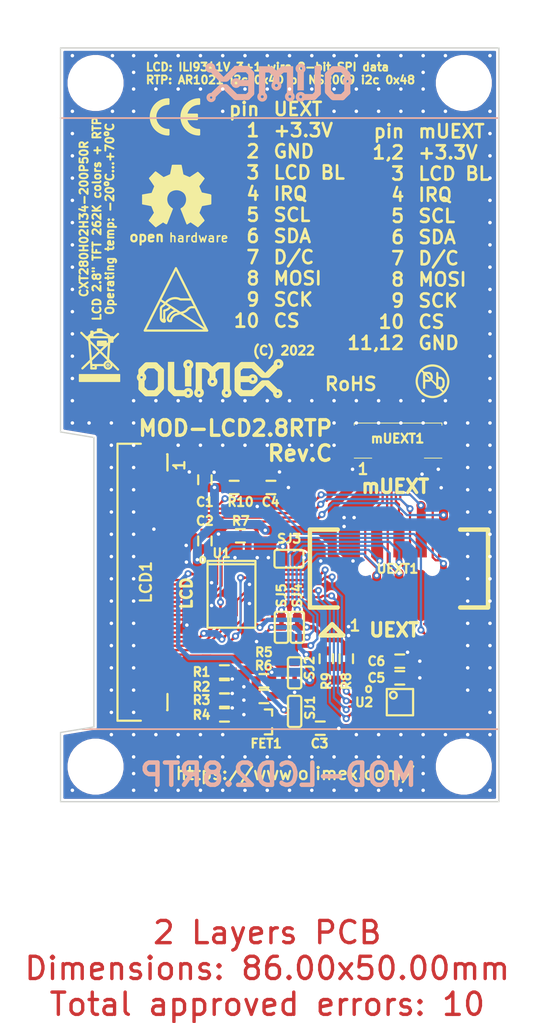
<source format=kicad_pcb>
(kicad_pcb (version 20171130) (host pcbnew 5.1.6-c6e7f7d~87~ubuntu18.04.1)
  (title_block (title MOD-LCD2.8RTP) (date 2022-09-30) (rev C) (company "Olimex LTD"))
  (layers (0 F.Cu signal) (31 B.Cu signal) (34 B.Paste user) (35 F.Paste user) (36 B.SilkS user) (37 F.SilkS user) (38 B.Mask user) (39 F.Mask user) (44 Edge.Cuts user))
  (net 0 "")
  (net 1 GND)
  (net 2 +3V3)
  (net 3 /RESET)
  (net 4 /MOSI)
  (net 5 /SCK)
  (net 6 /NRD)
  (net 7 /CS)
  (net 8 /TE)
  (net 9 /MISO)
  (net 10 /YU)
  (net 11 /XL)
  (net 12 /YD)
  (net 13 /LEDA)
  (net 14 /LEDK1)
  (net 15 /XR)
  (net 16 /LEDK0)
  (net 17 /LEDK2)
  (net 18 /LEDK3)
  (net 19 /RXD)
  (net 20 /TXD)
  (net 21 /SCL)
  (net 22 /SDA)
  (net 23 "Net-(FET1-Pad1)")
  (net 24 "Net-(U1-Pad6)")
  (net 25 "Net-(U1-Pad10)")
  (net 26 "Net-(U1-Pad12)")
  (net 27 "Net-(SJ1-Pad2)")
  (net 28 "Net-(LCD1-Pad37)")
  (net 29 "Net-(LCD1-Pad36)")
  (net 30 "Net-(R6-Pad1)")
  (net 31 "Net-(R7-Pad1)")
  (net 32 "Net-(R8-Pad1)")
  (net 33 "Net-(R9-Pad1)")
  (net 34 /I2C-IRQ)
  (net 35 /D\C)
  (module OLIMEX_Signs-FP:Sign_Antistatic (layer F.Cu) (at 54.61 87.249)
    (fp_text reference Sign_Antistatic hide)
    (fp_text value Sign_Antistatic hide)
  )
  (module OLIMEX_Signs-FP:CE_Sign (layer F.Cu) (at 59.055 62.865)
    (fp_text reference Sign_CE hide)
    (fp_text value CE_Sign hide)
  )
  (module OLIMEX_Jumpers-FP:SJ (layer F.Cu) (at 71.0565 113.284)
    (fp_text reference SJ3 (at 0.0254 -2.286) (layer F.SilkS) (effects (font (size 1.016 1.016) (thickness 0.254))))
    (fp_text value open)
    (pad 2 smd rect (at 0.762 0) (size 1.1684 1.6002) (layers F.Cu F.Mask) (net 20 /TXD) (clearance 0.0508))
    (pad 1 smd rect (at -0.762 0) (size 1.1684 1.6002) (layers F.Cu F.Mask) (net 34 /I2C-IRQ) (clearance 0.0508))
  )
  (module OLIMEX_IC-FP:SSOP-20W (layer F.Cu) (at 64.502 117.339999 270)
    (fp_text reference U1 (at -4.690999 1.129) (layer F.SilkS) (effects (font (size 1.016 1.016) (thickness 0.254))))
    (fp_text value "NA(AR1021T-I/SS(SSOP-20))")
    (fp_text user o (at -4.055999 3.288 180) (layer F.SilkS) (effects (font (size 1.016 1.016) (thickness 0.254))))
    (pad 1 smd rect (at -2.925 3.6195 270) (size 0.325 1.27) (layers F.Cu F.Paste F.Mask) (net 2 +3V3))
    (pad 2 smd rect (at -2.275 3.6195 270) (size 0.325 1.27) (layers F.Cu F.Paste F.Mask) (net 27 "Net-(SJ1-Pad2)"))
    (pad 3 smd rect (at -1.625 3.6195 270) (size 0.325 1.27) (layers F.Cu F.Paste F.Mask) (net 1 GND))
    (pad 4 smd rect (at -0.975 3.6195 270) (size 0.325 1.27) (layers F.Cu F.Paste F.Mask) (net 1 GND))
    (pad 5 smd rect (at -0.325 3.6195 270) (size 0.325 1.27) (layers F.Cu F.Paste F.Mask) (net 31 "Net-(R7-Pad1)"))
    (pad 6 smd rect (at 0.325 3.6195 270) (size 0.325 1.27) (layers F.Cu F.Paste F.Mask) (net 24 "Net-(U1-Pad6)"))
    (pad 7 smd rect (at 0.975 3.6195 270) (size 0.325 1.27) (layers F.Cu F.Paste F.Mask) (net 1 GND))
    (pad 8 smd rect (at 1.625 3.6195 270) (size 0.325 1.27) (layers F.Cu F.Paste F.Mask) (net 1 GND))
    (pad 9 smd rect (at 2.275 3.6195 270) (size 0.325 1.27) (layers F.Cu F.Paste F.Mask) (net 34 /I2C-IRQ))
    (pad 10 smd rect (at 2.925 3.6195 270) (size 0.325 1.27) (layers F.Cu F.Paste F.Mask) (net 25 "Net-(U1-Pad10)"))
    (pad 11 smd rect (at 2.925 -3.6195 270) (size 0.325 1.27) (layers F.Cu F.Paste F.Mask) (net 32 "Net-(R8-Pad1)"))
    (pad 12 smd rect (at 2.275 -3.6195 270) (size 0.325 1.27) (layers F.Cu F.Paste F.Mask) (net 26 "Net-(U1-Pad12)"))
    (pad 13 smd rect (at 1.625 -3.6195 270) (size 0.325 1.27) (layers F.Cu F.Paste F.Mask) (net 33 "Net-(R9-Pad1)"))
    (pad 14 smd rect (at 0.975 -3.6195 270) (size 0.325 1.27) (layers F.Cu F.Paste F.Mask) (net 1 GND))
    (pad 15 smd rect (at 0.325 -3.6195 270) (size 0.325 1.27) (layers F.Cu F.Paste F.Mask) (net 10 /YU))
    (pad 16 smd rect (at -0.325 -3.6195 270) (size 0.325 1.27) (layers F.Cu F.Paste F.Mask) (net 12 /YD))
    (pad 17 smd rect (at -0.975 -3.6195 270) (size 0.325 1.27) (layers F.Cu F.Paste F.Mask) (net 1 GND))
    (pad 18 smd rect (at -1.625 -3.6195 270) (size 0.325 1.27) (layers F.Cu F.Paste F.Mask) (net 15 /XR))
    (pad 19 smd rect (at -2.275 -3.6195 270) (size 0.325 1.27) (layers F.Cu F.Paste F.Mask) (net 11 /XL))
    (pad 20 smd rect (at -2.925 -3.6195 270) (size 0.325 1.27) (layers F.Cu F.Paste F.Mask) (net 1 GND))
  )
  (module OLIMEX_Jumpers-FP:SJ_2_SMALL_12_TIED (layer F.Cu) (at 72 121.1 270)
    (fp_text reference SJ4 (at -3.625 -0.009 270) (layer F.SilkS) (effects (font (size 1.016 1.016) (thickness 0.254))))
    (fp_text value "Closed(1-2)")
    (fp_line (start -1.143 0) (end 0 0) (layer F.Cu) (width 0.508))
    (pad 3 smd rect (at 1.143 0 270) (size 0.762 1.016) (layers F.Cu F.Mask) (net 20 /TXD) (clearance 0.0508))
    (pad 2 smd rect (at 0 0 270) (size 0.762 1.016) (layers F.Cu F.Mask) (net 32 "Net-(R8-Pad1)") (clearance 0.0508))
    (pad 1 smd rect (at -1.143 0 270) (size 0.762 1.016) (layers F.Cu F.Mask) (net 21 /SCL) (clearance 0.0508))
  )
  (module OLIMEX_Jumpers-FP:SJ_2_SMALL_12_TIED (layer F.Cu) (at 70.2 121.1 270)
    (fp_text reference SJ5 (at -3.625 0 270) (layer F.SilkS) (effects (font (size 1.016 1.016) (thickness 0.254))))
    (fp_text value "Closed(1-2)")
    (fp_line (start -1.143 0) (end 0 0) (layer F.Cu) (width 0.508))
    (pad 3 smd rect (at 1.143 0 270) (size 0.762 1.016) (layers F.Cu F.Mask) (net 19 /RXD) (clearance 0.0508))
    (pad 2 smd rect (at 0 0 270) (size 0.762 1.016) (layers F.Cu F.Mask) (net 33 "Net-(R9-Pad1)") (clearance 0.0508))
    (pad 1 smd rect (at -1.143 0 270) (size 0.762 1.016) (layers F.Cu F.Mask) (net 22 /SDA) (clearance 0.0508))
  )
  (module OLIMEX_Jumpers-FP:SJ_2_SMALL_12_TIED (layer F.Cu) (at 71.7 126.3 90)
    (fp_text reference SJ2 (at 0.57 1.706 90) (layer F.SilkS) (effects (font (size 1.016 1.016) (thickness 0.254))))
    (fp_text value "Closed(1-2)")
    (fp_line (start -1.143 0) (end 0 0) (layer F.Cu) (width 0.508))
    (pad 3 smd rect (at 1.143 0 90) (size 0.762 1.016) (layers F.Cu F.Mask) (net 19 /RXD) (clearance 0.0508))
    (pad 2 smd rect (at 0 0 90) (size 0.762 1.016) (layers F.Cu F.Mask) (net 30 "Net-(R6-Pad1)") (clearance 0.0508))
    (pad 1 smd rect (at -1.143 0 90) (size 0.762 1.016) (layers F.Cu F.Mask) (net 1 GND) (clearance 0.0508))
  )
  (module OLIMEX_Jumpers-FP:SJ_2_SMALL_12_TIED (layer F.Cu) (at 71.7 130.7 270)
    (fp_text reference SJ1 (at -0.4234 -1.7568 270) (layer F.SilkS) (effects (font (size 1.016 1.016) (thickness 0.254))))
    (fp_text value "Closed(1-2)")
    (fp_line (start -1.143 0) (end 0 0) (layer F.Cu) (width 0.508))
    (pad 3 smd rect (at 1.143 0 270) (size 0.762 1.016) (layers F.Cu F.Mask) (net 2 +3V3) (clearance 0.0508))
    (pad 2 smd rect (at 0 0 270) (size 0.762 1.016) (layers F.Cu F.Mask) (net 27 "Net-(SJ1-Pad2)") (clearance 0.0508))
    (pad 1 smd rect (at -1.143 0 270) (size 0.762 1.016) (layers F.Cu F.Mask) (net 1 GND) (clearance 0.0508))
  )
  (module OLIMEX_RLC-FP:C_0603_5MIL_DWS (layer F.Cu) (at 61.468 104.267 270)
    (fp_text reference C1 (at 2.54 0) (layer F.SilkS) (effects (font (size 1.016 1.016) (thickness 0.254))))
    (fp_text value 1uF/10V/10%/X5R/C0603)
    (pad 2 smd rect (at 0.889 0 270) (size 1.016 1.016) (layers F.Cu F.Paste F.Mask) (net 2 +3V3) (clearance 0.0508))
    (pad 1 smd rect (at -0.889 0 270) (size 1.016 1.016) (layers F.Cu F.Paste F.Mask) (net 1 GND) (clearance 0.0508))
  )
  (module OLIMEX_RLC-FP:C_0603_5MIL_DWS (layer F.Cu) (at 61.468 111.252 90)
    (fp_text reference C2 (at 2.286 0 180) (layer F.SilkS) (effects (font (size 1.016 1.016) (thickness 0.254))))
    (fp_text value "NA(1uF/10V/10%/X5R/C0603)")
    (pad 2 smd rect (at 0.889 0 90) (size 1.016 1.016) (layers F.Cu F.Paste F.Mask) (net 1 GND) (clearance 0.0508))
    (pad 1 smd rect (at -0.889 0 90) (size 1.016 1.016) (layers F.Cu F.Paste F.Mask) (net 2 +3V3) (clearance 0.0508))
  )
  (module OLIMEX_RLC-FP:C_0603_5MIL_DWS (layer F.Cu) (at 74.6252 132.6134 180)
    (fp_text reference C3 (at 0.0762 -1.7526 180) (layer F.SilkS) (effects (font (size 1.016 1.016) (thickness 0.254))))
    (fp_text value 1uF/10V/10%/X5R/C0603)
    (pad 2 smd rect (at 0.889 0 180) (size 1.016 1.016) (layers F.Cu F.Paste F.Mask) (net 2 +3V3) (clearance 0.0508))
    (pad 1 smd rect (at -0.889 0 180) (size 1.016 1.016) (layers F.Cu F.Paste F.Mask) (net 1 GND) (clearance 0.0508))
  )
  (module OLIMEX_Connectors-FP:UEXTM-SMD (layer F.Cu) (at 83.6 114.4 180)
    (fp_text reference UEXT1 (at 0.161 -0.027 180) (layer F.SilkS) (effects (font (size 1.016 1.016) (thickness 0.254))))
    (fp_text value "(P-B-V-10-LF)+(CABLE-IDC10-15CM)")
    (fp_text user 1 (at 5.0124 -6.504 180) (layer F.SilkS) (effects (font (size 1.27 1.27) (thickness 0.254))))
    (pad 1 smd rect (at 5.08 -3.175 180) (size 1.27 3.81) (layers F.Cu F.Mask) (net 2 +3V3) (clearance 0.0508))
    (pad 2 smd rect (at 5.08 3.175 180) (size 1.27 3.81) (layers F.Cu F.Mask) (net 1 GND) (clearance 0.0508))
    (pad 3 smd rect (at 2.54 -3.175 180) (size 1.27 3.81) (layers F.Cu F.Mask) (net 19 /RXD) (clearance 0.0508))
    (pad 4 smd rect (at 2.54 3.175 180) (size 1.27 3.81) (layers F.Cu F.Mask) (net 20 /TXD) (clearance 0.0508))
    (pad 5 smd rect (at 0 -3.175 180) (size 1.27 3.81) (layers F.Cu F.Mask) (net 21 /SCL) (clearance 0.0508))
    (pad 6 smd rect (at 0 3.175 180) (size 1.27 3.81) (layers F.Cu F.Mask) (net 22 /SDA) (clearance 0.0508))
    (pad 7 smd rect (at -2.54 -3.175 180) (size 1.27 3.81) (layers F.Cu F.Mask) (net 35 /D\C) (clearance 0.0508))
    (pad 8 smd rect (at -2.54 3.175 180) (size 1.27 3.81) (layers F.Cu F.Mask) (net 4 /MOSI) (clearance 0.0508))
    (pad 9 smd rect (at -5.08 -3.175 180) (size 1.27 3.81) (layers F.Cu F.Mask) (net 5 /SCK) (clearance 0.0508))
    (pad 10 smd rect (at -5.08 3.175 180) (size 1.27 3.81) (layers F.Cu F.Mask) (net 7 /CS) (clearance 0.0508))
    (pad "" np_thru_hole circle (at -3.81 0 90) (size 1.2 1.2) (drill 1.2) (layers *.Cu *.Mask))
    (pad "" np_thru_hole circle (at 3.81 0 90) (size 1.2 1.2) (drill 1.2) (layers *.Cu *.Mask))
  )
  (module OLIMEX_Transistors-FP:SOT23 (layer F.Cu) (at 68.5 131.9 180)
    (fp_text reference FET1 (at 0.047 -2.466 180) (layer F.SilkS) (effects (font (size 1.016 1.016) (thickness 0.254))))
    (fp_text value WPM2015-3/TR)
    (pad 1 smd rect (at 1.10744 0.94996 180) (size 1.4 1) (layers F.Cu F.Paste F.Mask) (net 23 "Net-(FET1-Pad1)") (clearance 0.0508))
    (pad 2 smd rect (at 1.10744 -0.9525 180) (size 1.4 1) (layers F.Cu F.Paste F.Mask) (net 2 +3V3) (clearance 0.0508))
    (pad 3 smd rect (at -1.10236 0.00254 180) (size 1.4 1) (layers F.Cu F.Paste F.Mask) (net 13 /LEDA) (clearance 0.0508))
  )
  (module OLIMEX_RLC-FP:R_0603_5MIL_DWS (layer F.Cu) (at 63.689 126.2 180)
    (fp_text reference R1 (at 2.602 0 180) (layer F.SilkS) (effects (font (size 1.016 1.016) (thickness 0.254))))
    (fp_text value 22R/R0603)
    (pad 2 smd rect (at 0.889 0 180) (size 1.016 1.016) (layers F.Cu F.Paste F.Mask) (net 18 /LEDK3))
    (pad 1 smd rect (at -0.889 0 180) (size 1.016 1.016) (layers F.Cu F.Paste F.Mask) (net 1 GND))
  )
  (module OLIMEX_RLC-FP:R_0603_5MIL_DWS (layer F.Cu) (at 63.7 127.9 180)
    (fp_text reference R2 (at 2.613 0.011 180) (layer F.SilkS) (effects (font (size 1.016 1.016) (thickness 0.254))))
    (fp_text value 22R/R0603)
    (pad 2 smd rect (at 0.889 0 180) (size 1.016 1.016) (layers F.Cu F.Paste F.Mask) (net 17 /LEDK2))
    (pad 1 smd rect (at -0.889 0 180) (size 1.016 1.016) (layers F.Cu F.Paste F.Mask) (net 1 GND))
  )
  (module OLIMEX_RLC-FP:R_0603_5MIL_DWS (layer F.Cu) (at 63.7 129.4 180)
    (fp_text reference R3 (at 2.613 0 180) (layer F.SilkS) (effects (font (size 1.016 1.016) (thickness 0.254))))
    (fp_text value 22R/R0603)
    (pad 2 smd rect (at 0.889 0 180) (size 1.016 1.016) (layers F.Cu F.Paste F.Mask) (net 14 /LEDK1))
    (pad 1 smd rect (at -0.889 0 180) (size 1.016 1.016) (layers F.Cu F.Paste F.Mask) (net 1 GND))
  )
  (module OLIMEX_RLC-FP:R_0603_5MIL_DWS (layer F.Cu) (at 63.7 131.1 180)
    (fp_text reference R4 (at 2.613 0 180) (layer F.SilkS) (effects (font (size 1.016 1.016) (thickness 0.254))))
    (fp_text value 22R/R0603)
    (pad 2 smd rect (at 0.889 0 180) (size 1.016 1.016) (layers F.Cu F.Paste F.Mask) (net 16 /LEDK0))
    (pad 1 smd rect (at -0.889 0 180) (size 1.016 1.016) (layers F.Cu F.Paste F.Mask) (net 1 GND))
  )
  (module OLIMEX_Other-FP:Mounting_hole_3.3mm (layer F.Cu) (at 91 59)
    (fp_text reference MH3 hide)
    (fp_text value Mounting_hole_3.3mm hide)
    (pad "" np_thru_hole circle (at 0 0) (size 3.3 3.3) (drill 3.3) (layers *.Cu *.Mask) (clearance 1.55))
  )
  (module OLIMEX_Other-FP:Mounting_hole_3.3mm (layer F.Cu) (at 49 59)
    (fp_text reference MH2 hide)
    (fp_text value Mounting_hole_3.3mm hide)
    (pad "" np_thru_hole circle (at 0 0) (size 3.3 3.3) (drill 3.3) (layers *.Cu *.Mask) (clearance 1.55))
  )
  (module OLIMEX_Other-FP:Mounting_hole_3.3mm (layer F.Cu) (at 49 137)
    (fp_text reference MH1 hide)
    (fp_text value Mounting_hole_3.3mm hide)
    (pad "" np_thru_hole circle (at 0 0) (size 3.3 3.3) (drill 3.3) (layers *.Cu *.Mask) (clearance 1.55))
  )
  (module OLIMEX_Other-FP:Mounting_hole_3.3mm (layer F.Cu) (at 91 137)
    (fp_text reference MH4 hide)
    (fp_text value Mounting_hole_3.3mm hide)
    (pad "" np_thru_hole circle (at 0 0) (size 3.3 3.3) (drill 3.3) (layers *.Cu *.Mask) (clearance 1.55))
  )
  (module OLIMEX_RLC-FP:R_0603_5MIL_DWS (layer F.Cu) (at 65.518 110.6678)
    (fp_text reference R7 (at 0.0394 -1.7018) (layer F.SilkS) (effects (font (size 1.016 1.016) (thickness 0.254))))
    (fp_text value "NA(20k/R0603)")
    (pad 2 smd rect (at 0.889 0) (size 1.016 1.016) (layers F.Cu F.Paste F.Mask) (net 11 /XL))
    (pad 1 smd rect (at -0.889 0) (size 1.016 1.016) (layers F.Cu F.Paste F.Mask) (net 31 "Net-(R7-Pad1)"))
  )
  (module OLIMEX_RLC-FP:R_0603_5MIL_DWS (layer F.Cu) (at 77.597 124.685 270)
    (fp_text reference R8 (at 2.569 0 270) (layer F.SilkS) (effects (font (size 1.016 1.016) (thickness 0.254))))
    (fp_text value 4.7k/R0603)
    (pad 2 smd rect (at 0.889 0 270) (size 1.016 1.016) (layers F.Cu F.Paste F.Mask) (net 2 +3V3))
    (pad 1 smd rect (at -0.889 0 270) (size 1.016 1.016) (layers F.Cu F.Paste F.Mask) (net 32 "Net-(R8-Pad1)"))
  )
  (module OLIMEX_RLC-FP:R_0603_5MIL_DWS (layer F.Cu) (at 75.311 124.685001 270)
    (fp_text reference R9 (at 2.568999 0 270) (layer F.SilkS) (effects (font (size 1.016 1.016) (thickness 0.254))))
    (fp_text value 4.7k/R0603)
    (pad 2 smd rect (at 0.889 0 270) (size 1.016 1.016) (layers F.Cu F.Paste F.Mask) (net 2 +3V3))
    (pad 1 smd rect (at -0.889 0 270) (size 1.016 1.016) (layers F.Cu F.Paste F.Mask) (net 33 "Net-(R9-Pad1)"))
  )
  (module OLIMEX_RLC-FP:R_0603_5MIL_DWS (layer F.Cu) (at 68.2 127.2 180)
    (fp_text reference R5 (at 0.001 3.248 180) (layer F.SilkS) (effects (font (size 1.016 1.016) (thickness 0.254))))
    (fp_text value 100k/R0603)
    (pad 2 smd rect (at 0.889 0 180) (size 1.016 1.016) (layers F.Cu F.Paste F.Mask) (net 23 "Net-(FET1-Pad1)"))
    (pad 1 smd rect (at -0.889 0 180) (size 1.016 1.016) (layers F.Cu F.Paste F.Mask) (net 2 +3V3))
  )
  (module OLIMEX_RLC-FP:R_0603_5MIL_DWS (layer F.Cu) (at 68.2 129 180)
    (fp_text reference R6 (at 0.0264 3.524 180) (layer F.SilkS) (effects (font (size 1.016 1.016) (thickness 0.254))))
    (fp_text value 4.7k/R0603)
    (pad 2 smd rect (at 0.889 0 180) (size 1.016 1.016) (layers F.Cu F.Paste F.Mask) (net 23 "Net-(FET1-Pad1)"))
    (pad 1 smd rect (at -0.889 0 180) (size 1.016 1.016) (layers F.Cu F.Paste F.Mask) (net 30 "Net-(R6-Pad1)"))
  )
  (module OLIMEX_RLC-FP:C_0603_5MIL_DWS (layer F.Cu) (at 69 105.15)
    (fp_text reference C4 (at -0.039 1.657) (layer F.SilkS) (effects (font (size 1.016 1.016) (thickness 0.254))))
    (fp_text value 1uF/10V/10%/X5R/C0603)
    (pad 2 smd rect (at 0.889 0) (size 1.016 1.016) (layers F.Cu F.Paste F.Mask) (net 1 GND) (clearance 0.0508))
    (pad 1 smd rect (at -0.889 0) (size 1.016 1.016) (layers F.Cu F.Paste F.Mask) (net 3 /RESET) (clearance 0.0508))
  )
  (module OLIMEX_RLC-FP:R_0603_5MIL_DWS (layer F.Cu) (at 64.805476 105.15)
    (fp_text reference R10 (at 0.726524 1.657) (layer F.SilkS) (effects (font (size 1.016 1.016) (thickness 0.254))))
    (fp_text value 20k/R0603)
    (pad 2 smd rect (at 0.889 0) (size 1.016 1.016) (layers F.Cu F.Paste F.Mask) (net 3 /RESET))
    (pad 1 smd rect (at -0.889 0) (size 1.016 1.016) (layers F.Cu F.Paste F.Mask) (net 2 +3V3))
  )
  (module OLIMEX_Connectors-FP:FPV-WZB21-12-LF (layer F.Cu) (at 83.5 100.3)
    (fp_text reference mUEXT1 (at -0.061 -0.732) (layer F.SilkS) (effects (font (size 1.016 1.016) (thickness 0.254))))
    (fp_text value FPV-WZA21-12-LF)
    (pad 12 smd rect (at 2.75 1.75 180) (size 0.25 1.3) (layers F.Cu F.Paste F.Mask) (net 1 GND))
    (pad 11 smd rect (at 2.25 1.75 180) (size 0.25 1.3) (layers F.Cu F.Paste F.Mask) (net 1 GND))
    (pad 10 smd rect (at 1.75 1.75 180) (size 0.25 1.3) (layers F.Cu F.Paste F.Mask) (net 7 /CS))
    (pad 9 smd rect (at 1.25 1.75 180) (size 0.25 1.3) (layers F.Cu F.Paste F.Mask) (net 5 /SCK))
    (pad 8 smd rect (at 0.75 1.75 180) (size 0.25 1.3) (layers F.Cu F.Paste F.Mask) (net 4 /MOSI))
    (pad 7 smd rect (at 0.25 1.75 180) (size 0.25 1.3) (layers F.Cu F.Paste F.Mask) (net 35 /D\C))
    (pad 0 smd rect (at 4.9 -0.35 180) (size 2.5 3.2) (layers F.Cu F.Paste F.Mask) (net 1 GND))
    (pad 0 smd rect (at -4.9 -0.35 180) (size 2.5 3.2) (layers F.Cu F.Paste F.Mask) (net 1 GND))
    (pad 6 smd rect (at -0.25 1.75 180) (size 0.25 1.3) (layers F.Cu F.Paste F.Mask) (net 22 /SDA))
    (pad 5 smd rect (at -0.75 1.75 180) (size 0.25 1.3) (layers F.Cu F.Paste F.Mask) (net 21 /SCL))
    (pad 4 smd rect (at -1.25 1.75 180) (size 0.25 1.3) (layers F.Cu F.Paste F.Mask) (net 20 /TXD))
    (pad 3 smd rect (at -1.75 1.75 180) (size 0.25 1.3) (layers F.Cu F.Paste F.Mask) (net 19 /RXD))
    (pad 2 smd rect (at -2.25 1.75 180) (size 0.25 1.3) (layers F.Cu F.Paste F.Mask) (net 2 +3V3))
    (pad 1 smd rect (at -2.75 1.75 180) (size 0.25 1.3) (layers F.Cu F.Paste F.Mask) (net 2 +3V3))
  )
  (module OLIMEX_Other-FP:Fiducial1x3_transp (layer F.Cu) (at 91 130.5)
    (fp_text reference FID4 hide)
    (fp_text value Val** hide)
    (pad Fid1 connect circle (at 0 0) (size 1 1) (layers F.Cu F.Mask) (clearance 1.016))
  )
  (module OLIMEX_Other-FP:Fiducial1x3_transp (layer F.Cu) (at 49 95)
    (fp_text reference FID2 hide)
    (fp_text value Val** hide)
    (pad Fid1 connect circle (at 0 0) (size 1 1) (layers F.Cu F.Mask) (clearance 1.016))
  )
  (module OLIMEX_Other-FP:Fiducial1x3_transp (layer F.Cu) (at 91 95)
    (fp_text reference FID3 hide)
    (fp_text value Val** hide)
    (pad Fid1 connect circle (at 0 0) (size 1 1) (layers F.Cu F.Mask) (clearance 1.016))
  )
  (module OLIMEX_Other-FP:Fiducial1x3_transp (layer F.Cu) (at 55.88 137)
    (fp_text reference FID1 hide)
    (fp_text value Val** hide)
    (pad Fid1 connect circle (at 0 0) (size 1 1) (layers F.Cu F.Mask) (clearance 1.016))
  )
  (module OLIMEX_Connectors-FP:FPV-WZB21-50-LF (layer F.Cu) (at 55 115.96 90)
    (fp_text reference LCD1 (at 0.009 -0.263 90) (layer F.SilkS) (effects (font (size 1.27 1.27) (thickness 0.254))))
    (fp_text value "(CXT280H02H34-200P50R)+(FPV-WZB21-50-LF)")
    (fp_text user 1 (at 13.344 3.547 90) (layer F.SilkS) (effects (font (size 1.27 1.27) (thickness 0.254))))
    (pad 50 smd rect (at -12.25 2.75 270) (size 0.25 1.3) (layers F.Cu F.Paste F.Mask) (net 13 /LEDA))
    (pad 49 smd rect (at -11.75 2.75 270) (size 0.25 1.3) (layers F.Cu F.Paste F.Mask) (net 16 /LEDK0))
    (pad 48 smd rect (at -11.25 2.75 270) (size 0.25 1.3) (layers F.Cu F.Paste F.Mask) (net 14 /LEDK1))
    (pad 47 smd rect (at -10.75 2.75 270) (size 0.25 1.3) (layers F.Cu F.Paste F.Mask) (net 17 /LEDK2))
    (pad 46 smd rect (at -10.25 2.75 270) (size 0.25 1.3) (layers F.Cu F.Paste F.Mask) (net 18 /LEDK3))
    (pad 45 smd rect (at -9.75 2.75 270) (size 0.25 1.3) (layers F.Cu F.Paste F.Mask) (net 1 GND))
    (pad 44 smd rect (at -9.25 2.75 270) (size 0.25 1.3) (layers F.Cu F.Paste F.Mask) (net 2 +3V3))
    (pad 43 smd rect (at -8.75 2.75 270) (size 0.25 1.3) (layers F.Cu F.Paste F.Mask) (net 2 +3V3))
    (pad 42 smd rect (at -8.25 2.75 270) (size 0.25 1.3) (layers F.Cu F.Paste F.Mask) (net 2 +3V3))
    (pad 41 smd rect (at -7.75 2.75 270) (size 0.25 1.3) (layers F.Cu F.Paste F.Mask) (net 15 /XR))
    (pad 40 smd rect (at -7.25 2.75 270) (size 0.25 1.3) (layers F.Cu F.Paste F.Mask) (net 12 /YD))
    (pad 39 smd rect (at -6.75 2.75 270) (size 0.25 1.3) (layers F.Cu F.Paste F.Mask) (net 11 /XL))
    (pad 38 smd rect (at -6.25 2.75 270) (size 0.25 1.3) (layers F.Cu F.Paste F.Mask) (net 10 /YU))
    (pad 37 smd rect (at -5.75 2.75 270) (size 0.25 1.3) (layers F.Cu F.Paste F.Mask) (net 28 "Net-(LCD1-Pad37)"))
    (pad 36 smd rect (at -5.25 2.75 270) (size 0.25 1.3) (layers F.Cu F.Paste F.Mask) (net 29 "Net-(LCD1-Pad36)"))
    (pad 35 smd rect (at -4.75 2.75 270) (size 0.25 1.3) (layers F.Cu F.Paste F.Mask) (net 9 /MISO))
    (pad 34 smd rect (at -4.25 2.75 270) (size 0.25 1.3) (layers F.Cu F.Paste F.Mask) (net 1 GND))
    (pad 33 smd rect (at -3.75 2.75 270) (size 0.25 1.3) (layers F.Cu F.Paste F.Mask) (net 1 GND))
    (pad 32 smd rect (at -3.25 2.75 270) (size 0.25 1.3) (layers F.Cu F.Paste F.Mask) (net 1 GND))
    (pad 31 smd rect (at -2.75 2.75 270) (size 0.25 1.3) (layers F.Cu F.Paste F.Mask) (net 1 GND))
    (pad 30 smd rect (at -2.25 2.75 270) (size 0.25 1.3) (layers F.Cu F.Paste F.Mask) (net 1 GND))
    (pad 29 smd rect (at -1.75 2.75 270) (size 0.25 1.3) (layers F.Cu F.Paste F.Mask) (net 1 GND))
    (pad 28 smd rect (at -1.25 2.75 270) (size 0.25 1.3) (layers F.Cu F.Paste F.Mask) (net 1 GND))
    (pad 27 smd rect (at -0.75 2.75 270) (size 0.25 1.3) (layers F.Cu F.Paste F.Mask) (net 1 GND))
    (pad 26 smd rect (at -0.25 2.75 270) (size 0.25 1.3) (layers F.Cu F.Paste F.Mask) (net 1 GND))
    (pad 25 smd rect (at 0.25 2.75 270) (size 0.25 1.3) (layers F.Cu F.Paste F.Mask) (net 1 GND))
    (pad 24 smd rect (at 0.75 2.75 270) (size 0.25 1.3) (layers F.Cu F.Paste F.Mask) (net 1 GND))
    (pad 23 smd rect (at 1.25 2.75 270) (size 0.25 1.3) (layers F.Cu F.Paste F.Mask) (net 1 GND))
    (pad 22 smd rect (at 1.75 2.75 270) (size 0.25 1.3) (layers F.Cu F.Paste F.Mask) (net 1 GND))
    (pad 21 smd rect (at 2.25 2.75 270) (size 0.25 1.3) (layers F.Cu F.Paste F.Mask) (net 1 GND))
    (pad 20 smd rect (at 2.75 2.75 270) (size 0.25 1.3) (layers F.Cu F.Paste F.Mask) (net 1 GND))
    (pad 19 smd rect (at 3.25 2.75 270) (size 0.25 1.3) (layers F.Cu F.Paste F.Mask) (net 1 GND))
    (pad 18 smd rect (at 3.75 2.75 270) (size 0.25 1.3) (layers F.Cu F.Paste F.Mask) (net 1 GND))
    (pad 17 smd rect (at 4.25 2.75 270) (size 0.25 1.3) (layers F.Cu F.Paste F.Mask) (net 1 GND))
    (pad 16 smd rect (at 4.75 2.75 270) (size 0.25 1.3) (layers F.Cu F.Paste F.Mask) (net 8 /TE))
    (pad 15 smd rect (at 5.25 2.75 270) (size 0.25 1.3) (layers F.Cu F.Paste F.Mask) (net 7 /CS))
    (pad 14 smd rect (at 5.75 2.75 270) (size 0.25 1.3) (layers F.Cu F.Paste F.Mask) (net 6 /NRD))
    (pad 13 smd rect (at 6.25 2.75 270) (size 0.25 1.3) (layers F.Cu F.Paste F.Mask) (net 35 /D\C))
    (pad 12 smd rect (at 6.75 2.75 270) (size 0.25 1.3) (layers F.Cu F.Paste F.Mask) (net 4 /MOSI))
    (pad 11 smd rect (at 7.25 2.75 270) (size 0.25 1.3) (layers F.Cu F.Paste F.Mask) (net 3 /RESET))
    (pad 0 smd rect (at -14.4 0.65 270) (size 2.4 2.6) (layers F.Cu F.Paste F.Mask) (net 1 GND))
    (pad 0 smd rect (at 14.4 0.65 270) (size 2.4 2.6) (layers F.Cu F.Paste F.Mask) (net 1 GND))
    (pad 8 smd rect (at 8.75 2.75 270) (size 0.25 1.3) (layers F.Cu F.Paste F.Mask) (net 1 GND))
    (pad 7 smd rect (at 9.25 2.75 270) (size 0.25 1.3) (layers F.Cu F.Paste F.Mask) (net 1 GND))
    (pad 1 smd rect (at 12.25 2.75 270) (size 0.25 1.3) (layers F.Cu F.Paste F.Mask) (net 1 GND))
    (pad 6 smd rect (at 9.75 2.75 270) (size 0.25 1.3) (layers F.Cu F.Paste F.Mask) (net 1 GND))
    (pad 3 smd rect (at 11.25 2.75 270) (size 0.25 1.3) (layers F.Cu F.Paste F.Mask) (net 2 +3V3))
    (pad 10 smd rect (at 7.75 2.75 270) (size 0.25 1.3) (layers F.Cu F.Paste F.Mask) (net 5 /SCK))
    (pad 9 smd rect (at 8.25 2.75 270) (size 0.25 1.3) (layers F.Cu F.Paste F.Mask) (net 1 GND))
    (pad 2 smd rect (at 11.75 2.75 270) (size 0.25 1.3) (layers F.Cu F.Paste F.Mask) (net 1 GND))
    (pad 4 smd rect (at 10.75 2.75 270) (size 0.25 1.3) (layers F.Cu F.Paste F.Mask) (net 1 GND))
    (pad 5 smd rect (at 10.25 2.75 270) (size 0.25 1.3) (layers F.Cu F.Paste F.Mask) (net 2 +3V3))
  )
  (module OLIMEX_RLC-FP:C_0603_5MIL_DWS (layer F.Cu) (at 83.693 126.873)
    (fp_text reference C5 (at -2.667 0) (layer F.SilkS) (effects (font (size 1.016 1.016) (thickness 0.254))))
    (fp_text value 100nF/Y5V/50VDC/20%/C0603)
    (pad 2 smd rect (at 0.889 0) (size 1.016 1.016) (layers F.Cu F.Paste F.Mask) (net 1 GND) (clearance 0.0508))
    (pad 1 smd rect (at -0.889 0) (size 1.016 1.016) (layers F.Cu F.Paste F.Mask) (net 2 +3V3) (clearance 0.0508))
  )
  (module OLIMEX_RLC-FP:C_0603_5MIL_DWS (layer F.Cu) (at 83.693001 124.968)
    (fp_text reference C6 (at -2.667001 0) (layer F.SilkS) (effects (font (size 1.016 1.016) (thickness 0.254))))
    (fp_text value 1uF/10V/10%/X5R/C0603)
    (pad 2 smd rect (at 0.889 0) (size 1.016 1.016) (layers F.Cu F.Paste F.Mask) (net 1 GND) (clearance 0.0508))
    (pad 1 smd rect (at -0.889 0) (size 1.016 1.016) (layers F.Cu F.Paste F.Mask) (net 2 +3V3) (clearance 0.0508))
  )
  (module OLIMEX_IC-FP:MSOP-10_Pitch-0.5mm_3.00x3.00x1.00mm (layer F.Cu) (at 83.714 129.643001 270)
    (fp_text reference U2 (at 0.023999 4.085 180) (layer F.SilkS) (effects (font (size 1.016 1.016) (thickness 0.254))))
    (fp_text value "NS2009(MSOP-10)")
    (pad 10 smd rect (at -1 -2.4 270) (size 0.25 1) (layers F.Cu F.Paste F.Mask) (net 21 /SCL))
    (pad 9 smd rect (at -0.5 -2.4 270) (size 0.25 1) (layers F.Cu F.Paste F.Mask) (net 22 /SDA))
    (pad 8 smd rect (at 0 -2.4 270) (size 0.25 1) (layers F.Cu F.Paste F.Mask) (net 1 GND))
    (pad 7 smd rect (at 0.5 -2.4 270) (size 0.25 1) (layers F.Cu F.Paste F.Mask) (net 34 /I2C-IRQ))
    (pad 6 smd rect (at 1 -2.4 270) (size 0.25 1) (layers F.Cu F.Paste F.Mask) (net 1 GND))
    (pad 5 smd rect (at 1 2.4 270) (size 0.25 1) (layers F.Cu F.Paste F.Mask) (net 12 /YD))
    (pad 4 smd rect (at 0.5 2.4 270) (size 0.25 1) (layers F.Cu F.Paste F.Mask) (net 11 /XL))
    (pad 3 smd rect (at 0 2.4 270) (size 0.25 1) (layers F.Cu F.Paste F.Mask) (net 10 /YU))
    (pad 2 smd rect (at -0.5 2.4 270) (size 0.25 1) (layers F.Cu F.Paste F.Mask) (net 15 /XR))
    (pad 1 smd rect (at -1 2.4 270) (size 0.25 1) (layers F.Cu F.Paste F.Mask) (net 2 +3V3))
  )
  (module OLIMEX_LOGOs-FP:OLIMEX_LOGO_TB (layer B.Cu) (at 69.723 58.928 180)
    (fp_text reference Logo_Olimex_2 hide)
    (fp_text value "" hide)
  )
  (module OLIMEX_LOGOs-FP:LOGO_PBFREE (layer F.Cu) (at 87.63 93.345)
    (fp_text reference Sign_PB-Free)
    (fp_text value "")
    (fp_text user Pb (at -0.08636 -0.33528) (layer F.SilkS) (effects (font (size 1.7 1.5) (thickness 0.254))))
  )
  (module OLIMEX_LOGOs-FP:LOGO_OPENHARDWARE_8x8 (layer F.Cu) (at 58.2422 72.39)
    (fp_text reference Sign_OSHW hide)
    (fp_text value "" hide)
    (fp_text user open (at -3.40106 4.17576) (layer F.SilkS) (effects (font (size 1.1 1.1) (thickness 0.254))))
    (fp_text user hardware (at 2.51206 4.2672) (layer F.SilkS) (effects (font (thickness 0.18))))
  )
  (module OLIMEX_LOGOs-FP:LOGO_RECYCLEBIN_1 (layer F.Cu) (at 47.117 93.091)
    (fp_text reference Sign_Recyclebin hide)
    (fp_text value "" hide)
  )
  (module OLIMEX_LOGOs-FP:OLIMEX_LOGO_TB (layer F.Cu) (at 62.23 92.71)
    (fp_text reference Logo_Olimex_1 hide)
    (fp_text value "" hide)
  )
  (gr_text "2 Layers PCB\nDimensions: 86.00x50.00mm\nTotal approved errors: 10" (at 68.58 160.02) (layer F.Cu) (effects (font (size 2.54 2.54) (thickness 0.381))))
  (gr_text o (at 80.137 128.27 180) (layer F.SilkS) (effects (font (size 1.016 1.016) (thickness 0.254))))
  (gr_text "(C) 2022" (at 70.485 89.535) (layer F.SilkS) (effects (font (size 1.016 1.016) (thickness 0.254))))
  (gr_text LCD (at 59.3725 117.221 90) (layer F.SilkS) (effects (font (size 1.27 1.27) (thickness 0.3175))))
  (gr_text "LCD: ILI9341V 3+1 wire 8-bit SPI data\nRTP: AR1021 i2c 0x4D or NS2009 i2c 0x48" (at 54.61 57.912) (layer F.SilkS) (effects (font (size 0.9144 0.9144) (thickness 0.2286)) (justify left)))
  (gr_text "CXT280H02H34-200P50R\nLCD 2.8\" TFT 262K colors + RTP\nOperating temp: -20ºC...+70ºC" (at 49.149 74.5 90) (layer F.SilkS) (effects (font (size 0.9144 0.9144) (thickness 0.2286))))
  (gr_text "MOD-LCD2.8RTP\nRev.C" (at 76.2 99.822) (layer F.SilkS) (effects (font (size 1.778 1.778) (thickness 0.381)) (justify right)))
  (gr_text RoHS (at 78.105 93.345) (layer F.SilkS) (effects (font (size 1.5 1.5) (thickness 0.3))))
  (gr_text "pin\n1\n2\n3\n4\n5\n6\n7\n8\n9\n10" (at 67.86 74.05) (layer F.SilkS) (effects (font (size 1.5 1.5) (thickness 0.3)) (justify right)))
  (gr_text "UEXT\n+3.3V\nGND\nLCD BL\nIRQ\nSCL\nSDA\nD/C\nMOSI\nSCK\nCS" (at 69.13 74.05) (layer F.SilkS) (effects (font (size 1.5 1.5) (thickness 0.3)) (justify left)))
  (gr_text "mUEXT\n+3.3V\nLCD BL\nIRQ\nSCL\nSDA\nD/C\nMOSI\nSCK\nCS\nGND" (at 85.64 76.59) (layer F.SilkS) (effects (font (size 1.5 1.5) (thickness 0.3)) (justify left)))
  (gr_text "pin\n1,2\n3\n4\n5\n6\n7\n8\n9\n10\n11,12" (at 84.37 76.59) (layer F.SilkS) (effects (font (size 1.5 1.5) (thickness 0.3)) (justify right)))
  (gr_text MOD-LCD2.8RTP (at 69.85 137.922) (layer B.SilkS) (effects (font (size 2.54 2.54) (thickness 0.508)) (justify mirror)))
  (gr_text https://www.olimex.com/ (at 71.755 137.795) (layer F.SilkS) (effects (font (size 1.397 1.397) (thickness 0.254))))
  (gr_text mUEXT (at 83.185 105.029) (layer F.SilkS) (effects (font (size 1.524 1.524) (thickness 0.381))))
  (gr_text 1 (at 79.502 103.0478) (layer F.SilkS) (effects (font (size 1.27 1.27) (thickness 0.254))))
  (gr_text UEXT (at 83.058 121.412) (layer F.SilkS) (effects (font (size 1.524 1.524) (thickness 0.381))))
  (gr_line (start 45 133.105) (end 45 141) (layer Edge.Cuts) (width 0.15))
  (gr_line (start 48.81 132.47) (end 45 133.105) (layer Edge.Cuts) (width 0.15))
  (gr_line (start 48.81 99.45) (end 48.81 132.47) (layer Edge.Cuts) (width 0.15))
  (gr_line (start 45 98.815) (end 48.81 99.45) (layer Edge.Cuts) (width 0.15))
  (gr_line (start 45 98.815) (end 45 55) (layer Edge.Cuts) (width 0.15))
  (gr_line (start 95 141) (end 45 141) (layer Edge.Cuts) (width 0.15))
  (gr_line (start 95 55) (end 95 141) (layer Edge.Cuts) (width 0.15))
  (gr_line (start 45 55) (end 95 55) (layer Edge.Cuts) (width 0.15))
  (gr_line (start 95 63) (end 45 63) (layer B.SilkS) (width 0.2))
  (gr_line (start 47.498 132.725) (end 95 132.725) (layer B.SilkS) (width 0.2))
  (via (at 78.3082 103.0732) (size 0.8) (drill 0.4) (layers F.Cu B.Cu) (net 1))
  (via (at 88.0872 103.0732) (size 0.8) (drill 0.4) (layers F.Cu B.Cu) (net 1))
  (segment (start 78.6 99.95) (end 76.8868 99.95) (width 1.016) (layer F.Cu) (net 1))
  (segment (start 88.4 99.95) (end 90.6008 99.95) (width 1.016) (layer F.Cu) (net 1))
  (segment (start 88.4 99.95) (end 88.4 97.6202) (width 1.016) (layer F.Cu) (net 1))
  (segment (start 78.6 99.95) (end 78.6 97.6246) (width 1.016) (layer F.Cu) (net 1))
  (segment (start 78.6 102.7814) (end 78.3082 103.0732) (width 1.016) (layer F.Cu) (net 1))
  (segment (start 78.6 99.95) (end 78.6 102.7814) (width 1.016) (layer F.Cu) (net 1))
  (segment (start 88.4 102.7604) (end 88.0872 103.0732) (width 1.016) (layer F.Cu) (net 1))
  (segment (start 55.94 125.71) (end 55.65 126) (width 0.254) (layer F.Cu) (net 1))
  (segment (start 57.75 125.71) (end 55.94 125.71) (width 0.254) (layer F.Cu) (net 1))
  (segment (start 55.65 126) (end 55.65 130.36) (width 1.016) (layer F.Cu) (net 1))
  (segment (start 57.75 120.21) (end 55.86 120.21) (width 0.254) (layer F.Cu) (net 1))
  (segment (start 55.86 120.21) (end 55.65 120) (width 0.254) (layer F.Cu) (net 1))
  (segment (start 55.65 120) (end 55.65 126) (width 1.016) (layer F.Cu) (net 1))
  (segment (start 55.94 119.71) (end 55.65 120) (width 0.254) (layer F.Cu) (net 1))
  (segment (start 57.75 119.71) (end 55.94 119.71) (width 0.254) (layer F.Cu) (net 1))
  (segment (start 55.86 119.21) (end 55.65 119) (width 0.254) (layer F.Cu) (net 1))
  (segment (start 57.75 119.21) (end 55.86 119.21) (width 0.254) (layer F.Cu) (net 1))
  (segment (start 55.65 119) (end 55.65 120) (width 1.016) (layer F.Cu) (net 1))
  (segment (start 55.94 118.71) (end 55.65 119) (width 0.254) (layer F.Cu) (net 1))
  (segment (start 57.75 118.71) (end 55.94 118.71) (width 0.254) (layer F.Cu) (net 1))
  (segment (start 55.86 118.21) (end 55.65 118) (width 0.254) (layer F.Cu) (net 1))
  (segment (start 57.75 118.21) (end 55.86 118.21) (width 0.254) (layer F.Cu) (net 1))
  (segment (start 55.65 118) (end 55.65 119) (width 1.016) (layer F.Cu) (net 1))
  (segment (start 55.94 117.71) (end 55.65 118) (width 0.254) (layer F.Cu) (net 1))
  (segment (start 57.75 117.71) (end 55.94 117.71) (width 0.254) (layer F.Cu) (net 1))
  (segment (start 55.94 117.21) (end 55.65 117.5) (width 0.254) (layer F.Cu) (net 1))
  (segment (start 57.75 117.21) (end 55.94 117.21) (width 0.254) (layer F.Cu) (net 1))
  (segment (start 55.65 117.5) (end 55.65 118) (width 1.016) (layer F.Cu) (net 1))
  (segment (start 55.86 116.71) (end 55.65 116.5) (width 0.254) (layer F.Cu) (net 1))
  (segment (start 57.75 116.71) (end 55.86 116.71) (width 0.254) (layer F.Cu) (net 1))
  (segment (start 55.65 116.5) (end 55.65 117.5) (width 1.016) (layer F.Cu) (net 1))
  (segment (start 55.94 116.21) (end 55.65 116.5) (width 0.254) (layer F.Cu) (net 1))
  (segment (start 57.75 116.21) (end 55.94 116.21) (width 0.254) (layer F.Cu) (net 1))
  (segment (start 55.86 115.71) (end 55.65 115.5) (width 0.254) (layer F.Cu) (net 1))
  (segment (start 57.75 115.71) (end 55.86 115.71) (width 0.254) (layer F.Cu) (net 1))
  (segment (start 55.65 115.5) (end 55.65 116.5) (width 1.016) (layer F.Cu) (net 1))
  (segment (start 55.94 115.21) (end 55.65 115.5) (width 0.254) (layer F.Cu) (net 1))
  (segment (start 57.75 115.21) (end 55.94 115.21) (width 0.254) (layer F.Cu) (net 1))
  (segment (start 57.75 114.71) (end 55.86 114.71) (width 0.254) (layer F.Cu) (net 1))
  (segment (start 55.86 114.71) (end 55.65 114.5) (width 0.254) (layer F.Cu) (net 1))
  (segment (start 55.65 114.5) (end 55.65 115.5) (width 1.016) (layer F.Cu) (net 1))
  (segment (start 55.94 114.21) (end 55.65 114.5) (width 0.254) (layer F.Cu) (net 1))
  (segment (start 57.75 114.21) (end 55.94 114.21) (width 0.254) (layer F.Cu) (net 1))
  (segment (start 55.94 113.71) (end 55.65 114) (width 0.254) (layer F.Cu) (net 1))
  (segment (start 57.75 113.71) (end 55.94 113.71) (width 0.254) (layer F.Cu) (net 1))
  (segment (start 55.65 114) (end 55.65 114.5) (width 1.016) (layer F.Cu) (net 1))
  (segment (start 55.86 113.21) (end 55.65 113) (width 0.254) (layer F.Cu) (net 1))
  (segment (start 57.75 113.21) (end 55.86 113.21) (width 0.254) (layer F.Cu) (net 1))
  (segment (start 55.65 113) (end 55.65 114) (width 1.016) (layer F.Cu) (net 1))
  (segment (start 55.94 112.71) (end 55.65 113) (width 0.254) (layer F.Cu) (net 1))
  (segment (start 57.75 112.71) (end 55.94 112.71) (width 0.254) (layer F.Cu) (net 1))
  (segment (start 55.86 112.21) (end 55.65 112) (width 0.254) (layer F.Cu) (net 1))
  (segment (start 57.75 112.21) (end 55.86 112.21) (width 0.254) (layer F.Cu) (net 1))
  (segment (start 55.65 112) (end 55.65 113) (width 1.016) (layer F.Cu) (net 1))
  (segment (start 55.94 111.71) (end 55.65 112) (width 0.254) (layer F.Cu) (net 1))
  (segment (start 57.75 111.71) (end 55.94 111.71) (width 0.254) (layer F.Cu) (net 1))
  (segment (start 55.94 103.71) (end 55.65 104) (width 0.254) (layer F.Cu) (net 1))
  (segment (start 55.65 101.56) (end 55.65 104) (width 1.016) (layer F.Cu) (net 1))
  (segment (start 57.75 103.71) (end 55.94 103.71) (width 0.254) (layer F.Cu) (net 1))
  (segment (start 55.86 104.21) (end 55.65 104) (width 0.254) (layer F.Cu) (net 1))
  (segment (start 57.75 104.21) (end 55.86 104.21) (width 0.254) (layer F.Cu) (net 1))
  (segment (start 55.86 105.21) (end 55.65 105) (width 0.254) (layer F.Cu) (net 1))
  (segment (start 55.65 104) (end 55.65 105) (width 1.016) (layer F.Cu) (net 1))
  (segment (start 57.75 105.21) (end 55.86 105.21) (width 0.254) (layer F.Cu) (net 1))
  (segment (start 57.75 106.21) (end 55.86 106.21) (width 0.254) (layer F.Cu) (net 1))
  (segment (start 55.65 105) (end 55.65 106) (width 1.016) (layer F.Cu) (net 1))
  (segment (start 55.86 106.21) (end 55.65 106) (width 0.254) (layer F.Cu) (net 1))
  (segment (start 55.65 106) (end 55.65 106.5) (width 1.016) (layer F.Cu) (net 1))
  (segment (start 55.86 106.71) (end 55.65 106.5) (width 0.254) (layer F.Cu) (net 1))
  (segment (start 57.75 106.71) (end 55.86 106.71) (width 0.254) (layer F.Cu) (net 1))
  (segment (start 55.86 107.21) (end 55.65 107) (width 0.254) (layer F.Cu) (net 1))
  (segment (start 57.75 107.21) (end 55.86 107.21) (width 0.254) (layer F.Cu) (net 1))
  (segment (start 55.65 106.5) (end 55.65 107) (width 1.016) (layer F.Cu) (net 1))
  (segment (start 55.86 107.71) (end 55.65 107.5) (width 0.254) (layer F.Cu) (net 1))
  (segment (start 57.75 107.71) (end 55.86 107.71) (width 0.254) (layer F.Cu) (net 1))
  (segment (start 55.65 107) (end 55.65 107.5) (width 1.016) (layer F.Cu) (net 1))
  (via (at 78.486 108.585) (size 0.8) (drill 0.4) (layers F.Cu B.Cu) (net 1))
  (via (at 77.343 109.601) (size 0.8) (drill 0.4) (layers F.Cu B.Cu) (net 1))
  (via (at 86.233 103.632) (size 0.8) (drill 0.4) (layers F.Cu B.Cu) (net 1))
  (segment (start 85.75 103.149) (end 86.233 103.632) (width 0.254) (layer F.Cu) (net 1))
  (segment (start 85.75 102.05) (end 85.75 103.149) (width 0.254) (layer F.Cu) (net 1))
  (segment (start 86.25 103.615) (end 86.233 103.632) (width 0.254) (layer F.Cu) (net 1))
  (segment (start 86.25 102.05) (end 86.25 103.615) (width 0.254) (layer F.Cu) (net 1))
  (via (at 59.69 103.378) (size 0.8) (drill 0.4) (layers F.Cu B.Cu) (net 1))
  (segment (start 59.358 103.71) (end 59.69 103.378) (width 0.254) (layer F.Cu) (net 1))
  (segment (start 57.75 103.71) (end 59.358 103.71) (width 0.254) (layer F.Cu) (net 1))
  (segment (start 58.858 104.21) (end 59.69 103.378) (width 0.254) (layer F.Cu) (net 1))
  (segment (start 57.75 104.21) (end 58.858 104.21) (width 0.254) (layer F.Cu) (net 1))
  (via (at 71.7 128.524) (size 0.8) (drill 0.4) (layers F.Cu B.Cu) (net 1))
  (segment (start 71.7 128.524) (end 71.7 129.557) (width 0.508) (layer F.Cu) (net 1))
  (segment (start 71.7 127.443) (end 71.7 128.524) (width 0.508) (layer F.Cu) (net 1))
  (via (at 64.589 130.302) (size 0.8) (drill 0.4) (layers F.Cu B.Cu) (net 1))
  (via (at 64.589 128.651) (size 0.8) (drill 0.4) (layers F.Cu B.Cu) (net 1))
  (via (at 64.589 127) (size 0.8) (drill 0.4) (layers F.Cu B.Cu) (net 1))
  (via (at 63.0174 110.4646) (size 0.8) (drill 0.4) (layers F.Cu B.Cu) (net 1))
  (via (at 55.65 109.9058) (size 0.8) (drill 0.4) (layers F.Cu B.Cu) (net 1))
  (segment (start 55.65 107.5) (end 55.65 109.9058) (width 1.016) (layer F.Cu) (net 1))
  (segment (start 55.65 109.9058) (end 55.65 112) (width 1.016) (layer F.Cu) (net 1))
  (via (at 76.7334 132.6388) (size 0.8) (drill 0.4) (layers F.Cu B.Cu) (net 1))
  (via (at 59.3344 111.76) (size 0.8) (drill 0.4) (layers F.Cu B.Cu) (net 1))
  (via (at 59.3598 113.665) (size 0.8) (drill 0.4) (layers F.Cu B.Cu) (net 1))
  (via (at 59.4106 120.8532) (size 0.8) (drill 0.4) (layers F.Cu B.Cu) (net 1))
  (via (at 67.3608 122.7328) (size 0.8) (drill 0.4) (layers F.Cu B.Cu) (net 1))
  (via (at 50.8 115.57) (size 0.8) (drill 0.4) (layers F.Cu B.Cu) (net 1))
  (via (at 50.8 118.11) (size 0.8) (drill 0.4) (layers F.Cu B.Cu) (net 1))
  (via (at 88.4174 105.1814) (size 0.8) (drill 0.4) (layers F.Cu B.Cu) (net 1))
  (segment (start 60.946 118.330599) (end 60.946 118.344185) (width 0.254) (layer F.Cu) (net 1))
  (via (at 62.23 116.014501) (size 0.8) (drill 0.4) (layers F.Cu B.Cu) (net 1))
  (segment (start 61.930498 115.714999) (end 62.23 116.014501) (width 0.25) (layer F.Cu) (net 1))
  (segment (start 60.8825 115.714999) (end 61.930498 115.714999) (width 0.25) (layer F.Cu) (net 1))
  (segment (start 61.879502 116.364999) (end 62.23 116.014501) (width 0.25) (layer F.Cu) (net 1))
  (segment (start 60.8825 116.364999) (end 61.879502 116.364999) (width 0.25) (layer F.Cu) (net 1))
  (segment (start 84.582001 124.968) (end 84.582001 126.872999) (width 1.016) (layer F.Cu) (net 1))
  (segment (start 84.582001 126.872999) (end 84.582 126.873) (width 1.016) (layer F.Cu) (net 1))
  (via (at 85.979 124.968) (size 0.8) (drill 0.4) (layers F.Cu B.Cu) (net 1))
  (segment (start 84.582001 124.968) (end 85.979 124.968) (width 1.016) (layer F.Cu) (net 1))
  (segment (start 86.114 130.643001) (end 84.923001 130.643001) (width 0.254) (layer F.Cu) (net 1))
  (segment (start 84.923001 130.643001) (end 84.582 130.302) (width 0.254) (layer F.Cu) (net 1))
  (segment (start 84.812001 129.643001) (end 84.582 129.413) (width 0.254) (layer F.Cu) (net 1))
  (segment (start 86.114 129.643001) (end 84.812001 129.643001) (width 0.254) (layer F.Cu) (net 1))
  (segment (start 84.582 130.302) (end 84.582 129.413) (width 1.016) (layer F.Cu) (net 1))
  (segment (start 84.582 129.413) (end 84.582 126.873) (width 1.016) (layer F.Cu) (net 1))
  (via (at 84.582 123.952) (size 0.8) (drill 0.4) (layers F.Cu B.Cu) (net 1))
  (segment (start 84.582001 124.968) (end 84.582001 123.952001) (width 1.016) (layer F.Cu) (net 1))
  (segment (start 84.582001 123.952001) (end 84.582 123.952) (width 1.016) (layer F.Cu) (net 1))
  (segment (start 77.443 111.225) (end 78.52 111.225) (width 1.016) (layer F.Cu) (net 1))
  (segment (start 77.343 111.125) (end 77.443 111.225) (width 1.016) (layer F.Cu) (net 1))
  (via (at 85.979 126.873) (size 0.8) (drill 0.4) (layers F.Cu B.Cu) (net 1))
  (segment (start 84.582 126.873) (end 85.979 126.873) (width 1.016) (layer F.Cu) (net 1))
  (segment (start 77.343 109.601) (end 77.343 111.125) (width 1.016) (layer F.Cu) (net 1))
  (via (at 77.343 108.585) (size 0.8) (drill 0.4) (layers F.Cu B.Cu) (net 1))
  (segment (start 78.52 108.619) (end 78.486 108.585) (width 0.762) (layer F.Cu) (net 1))
  (segment (start 78.52 111.225) (end 78.52 108.619) (width 0.762) (layer F.Cu) (net 1))
  (segment (start 78.52 111.225) (end 77.851 110.556) (width 0.762) (layer F.Cu) (net 1))
  (segment (start 77.851 110.556) (end 77.851 108.712) (width 0.762) (layer F.Cu) (net 1))
  (segment (start 77.851 108.712) (end 77.978 108.585) (width 0.762) (layer F.Cu) (net 1))
  (segment (start 78.486 108.585) (end 77.978 108.585) (width 1.016) (layer F.Cu) (net 1))
  (segment (start 77.978 108.585) (end 77.343 108.585) (width 1.016) (layer F.Cu) (net 1))
  (segment (start 78.486 108.585) (end 78.486 110.236) (width 1.016) (layer F.Cu) (net 1))
  (segment (start 85.75 100.103) (end 85.597 99.95) (width 0.254) (layer F.Cu) (net 1))
  (segment (start 78.6 99.95) (end 85.597 99.95) (width 1.016) (layer F.Cu) (net 1))
  (segment (start 85.75 102.05) (end 85.75 100.103) (width 0.254) (layer F.Cu) (net 1))
  (segment (start 86.25 99.968) (end 86.232 99.95) (width 0.254) (layer F.Cu) (net 1))
  (segment (start 86.25 102.05) (end 86.25 99.968) (width 0.254) (layer F.Cu) (net 1))
  (segment (start 85.597 99.95) (end 86.232 99.95) (width 1.016) (layer F.Cu) (net 1))
  (segment (start 86.232 99.95) (end 88.4 99.95) (width 1.016) (layer F.Cu) (net 1))
  (segment (start 86.25 102.05) (end 88.339 102.05) (width 0.254) (layer F.Cu) (net 1))
  (segment (start 88.339 102.05) (end 88.4 101.989) (width 0.254) (layer F.Cu) (net 1))
  (segment (start 88.4 99.95) (end 88.4 101.989) (width 1.016) (layer F.Cu) (net 1))
  (segment (start 88.4 101.989) (end 88.4 102.7604) (width 1.016) (layer F.Cu) (net 1))
  (via (at 66.548 116.205) (size 0.8) (drill 0.4) (layers F.Cu B.Cu) (net 1))
  (segment (start 68.1215 116.364999) (end 66.707999 116.364999) (width 0.254) (layer F.Cu) (net 1))
  (segment (start 66.707999 116.364999) (end 66.548 116.205) (width 0.254) (layer F.Cu) (net 1))
  (segment (start 66.62501 118.314999) (end 66.548 118.392009) (width 0.254) (layer F.Cu) (net 1))
  (segment (start 68.1215 118.314999) (end 66.62501 118.314999) (width 0.254) (layer F.Cu) (net 1))
  (via (at 66.548 118.392009) (size 0.8) (drill 0.4) (layers F.Cu B.Cu) (net 1))
  (via (at 50.8 120.65) (size 0.8) (drill 0.4) (layers F.Cu B.Cu) (net 1))
  (via (at 50.8 123.19) (size 0.8) (drill 0.4) (layers F.Cu B.Cu) (net 1))
  (via (at 50.8 125.73) (size 0.8) (drill 0.4) (layers F.Cu B.Cu) (net 1))
  (via (at 50.8 128.27) (size 0.8) (drill 0.4) (layers F.Cu B.Cu) (net 1))
  (via (at 50.8 130.81) (size 0.8) (drill 0.4) (layers F.Cu B.Cu) (net 1))
  (via (at 50.8 133.35) (size 0.8) (drill 0.4) (layers F.Cu B.Cu) (net 1))
  (via (at 53.34 133.35) (size 0.8) (drill 0.4) (layers F.Cu B.Cu) (net 1))
  (via (at 55.88 133.35) (size 0.8) (drill 0.4) (layers F.Cu B.Cu) (net 1))
  (via (at 58.42 133.35) (size 0.8) (drill 0.4) (layers F.Cu B.Cu) (net 1))
  (via (at 60.96 133.35) (size 0.8) (drill 0.4) (layers F.Cu B.Cu) (net 1))
  (via (at 63.5 133.35) (size 0.8) (drill 0.4) (layers F.Cu B.Cu) (net 1))
  (via (at 53.34 139.7) (size 0.8) (drill 0.4) (layers F.Cu B.Cu) (net 1))
  (via (at 55.88 139.7) (size 0.8) (drill 0.4) (layers F.Cu B.Cu) (net 1))
  (via (at 58.42 139.7) (size 0.8) (drill 0.4) (layers F.Cu B.Cu) (net 1))
  (via (at 60.96 139.7) (size 0.8) (drill 0.4) (layers F.Cu B.Cu) (net 1))
  (via (at 63.5 139.7) (size 0.8) (drill 0.4) (layers F.Cu B.Cu) (net 1))
  (via (at 66.04 139.7) (size 0.8) (drill 0.4) (layers F.Cu B.Cu) (net 1))
  (via (at 68.58 139.7) (size 0.8) (drill 0.4) (layers F.Cu B.Cu) (net 1))
  (via (at 71.12 139.7) (size 0.8) (drill 0.4) (layers F.Cu B.Cu) (net 1))
  (via (at 73.66 139.7) (size 0.8) (drill 0.4) (layers F.Cu B.Cu) (net 1))
  (via (at 76.2 139.7) (size 0.8) (drill 0.4) (layers F.Cu B.Cu) (net 1))
  (via (at 78.74 139.7) (size 0.8) (drill 0.4) (layers F.Cu B.Cu) (net 1))
  (via (at 81.28 139.7) (size 0.8) (drill 0.4) (layers F.Cu B.Cu) (net 1))
  (via (at 83.82 139.7) (size 0.8) (drill 0.4) (layers F.Cu B.Cu) (net 1))
  (via (at 86.36 139.7) (size 0.8) (drill 0.4) (layers F.Cu B.Cu) (net 1))
  (via (at 50.8 113.03) (size 0.8) (drill 0.4) (layers F.Cu B.Cu) (net 1))
  (via (at 50.8 110.49) (size 0.8) (drill 0.4) (layers F.Cu B.Cu) (net 1))
  (via (at 50.8 107.95) (size 0.8) (drill 0.4) (layers F.Cu B.Cu) (net 1))
  (via (at 50.8 105.41) (size 0.8) (drill 0.4) (layers F.Cu B.Cu) (net 1))
  (via (at 50.8 102.87) (size 0.8) (drill 0.4) (layers F.Cu B.Cu) (net 1))
  (via (at 50.8 100.33) (size 0.8) (drill 0.4) (layers F.Cu B.Cu) (net 1))
  (via (at 50.8 97.79) (size 0.8) (drill 0.4) (layers F.Cu B.Cu) (net 1))
  (via (at 48.26 97.79) (size 0.8) (drill 0.4) (layers F.Cu B.Cu) (net 1))
  (via (at 53.34 97.79) (size 0.8) (drill 0.4) (layers F.Cu B.Cu) (net 1))
  (via (at 53.34 100.33) (size 0.8) (drill 0.4) (layers F.Cu B.Cu) (net 1))
  (via (at 58.42 100.33) (size 0.8) (drill 0.4) (layers F.Cu B.Cu) (net 1))
  (via (at 60.96 100.33) (size 0.8) (drill 0.4) (layers F.Cu B.Cu) (net 1))
  (via (at 63.5 100.33) (size 0.8) (drill 0.4) (layers F.Cu B.Cu) (net 1))
  (via (at 66.04 100.33) (size 0.8) (drill 0.4) (layers F.Cu B.Cu) (net 1))
  (via (at 76.2 100.33) (size 0.8) (drill 0.4) (layers F.Cu B.Cu) (net 1))
  (via (at 91.44 100.33) (size 0.8) (drill 0.4) (layers F.Cu B.Cu) (net 1))
  (via (at 93.98 100.33) (size 0.8) (drill 0.4) (layers F.Cu B.Cu) (net 1))
  (via (at 93.98 102.87) (size 0.8) (drill 0.4) (layers F.Cu B.Cu) (net 1))
  (via (at 93.98 105.41) (size 0.8) (drill 0.4) (layers F.Cu B.Cu) (net 1))
  (via (at 93.98 107.95) (size 0.8) (drill 0.4) (layers F.Cu B.Cu) (net 1))
  (via (at 93.98 110.49) (size 0.8) (drill 0.4) (layers F.Cu B.Cu) (net 1))
  (via (at 93.98 113.03) (size 0.8) (drill 0.4) (layers F.Cu B.Cu) (net 1))
  (via (at 93.98 115.57) (size 0.8) (drill 0.4) (layers F.Cu B.Cu) (net 1))
  (via (at 93.98 118.11) (size 0.8) (drill 0.4) (layers F.Cu B.Cu) (net 1))
  (via (at 93.98 120.65) (size 0.8) (drill 0.4) (layers F.Cu B.Cu) (net 1))
  (via (at 93.98 123.19) (size 0.8) (drill 0.4) (layers F.Cu B.Cu) (net 1))
  (via (at 93.98 125.73) (size 0.8) (drill 0.4) (layers F.Cu B.Cu) (net 1))
  (via (at 93.98 128.27) (size 0.8) (drill 0.4) (layers F.Cu B.Cu) (net 1))
  (via (at 93.98 130.81) (size 0.8) (drill 0.4) (layers F.Cu B.Cu) (net 1))
  (via (at 93.98 133.35) (size 0.8) (drill 0.4) (layers F.Cu B.Cu) (net 1))
  (via (at 91.44 133.35) (size 0.8) (drill 0.4) (layers F.Cu B.Cu) (net 1))
  (via (at 88.9 133.35) (size 0.8) (drill 0.4) (layers F.Cu B.Cu) (net 1))
  (via (at 86.36 133.35) (size 0.8) (drill 0.4) (layers F.Cu B.Cu) (net 1))
  (via (at 86.36 135.89) (size 0.8) (drill 0.4) (layers F.Cu B.Cu) (net 1))
  (via (at 86.36 137.795) (size 0.8) (drill 0.4) (layers F.Cu B.Cu) (net 1))
  (via (at 53.34 135.89) (size 0.8) (drill 0.4) (layers F.Cu B.Cu) (net 1))
  (via (at 53.34 137.795) (size 0.8) (drill 0.4) (layers F.Cu B.Cu) (net 1))
  (via (at 78.74 133.35) (size 0.8) (drill 0.4) (layers F.Cu B.Cu) (net 1))
  (via (at 53.34 102.87) (size 0.8) (drill 0.4) (layers F.Cu B.Cu) (net 1))
  (via (at 53.34 105.41) (size 0.8) (drill 0.4) (layers F.Cu B.Cu) (net 1))
  (via (at 53.34 107.95) (size 0.8) (drill 0.4) (layers F.Cu B.Cu) (net 1))
  (via (at 53.34 110.49) (size 0.8) (drill 0.4) (layers F.Cu B.Cu) (net 1))
  (via (at 53.34 113.03) (size 0.8) (drill 0.4) (layers F.Cu B.Cu) (net 1))
  (via (at 53.34 115.57) (size 0.8) (drill 0.4) (layers F.Cu B.Cu) (net 1))
  (via (at 53.34 118.11) (size 0.8) (drill 0.4) (layers F.Cu B.Cu) (net 1))
  (via (at 53.34 120.65) (size 0.8) (drill 0.4) (layers F.Cu B.Cu) (net 1))
  (via (at 53.34 123.19) (size 0.8) (drill 0.4) (layers F.Cu B.Cu) (net 1))
  (via (at 53.34 125.73) (size 0.8) (drill 0.4) (layers F.Cu B.Cu) (net 1))
  (via (at 53.34 128.27) (size 0.8) (drill 0.4) (layers F.Cu B.Cu) (net 1))
  (via (at 53.34 130.81) (size 0.8) (drill 0.4) (layers F.Cu B.Cu) (net 1))
  (via (at 91.44 128.27) (size 0.8) (drill 0.4) (layers F.Cu B.Cu) (net 1))
  (via (at 91.44 125.73) (size 0.8) (drill 0.4) (layers F.Cu B.Cu) (net 1))
  (via (at 91.44 123.19) (size 0.8) (drill 0.4) (layers F.Cu B.Cu) (net 1))
  (via (at 91.44 120.65) (size 0.8) (drill 0.4) (layers F.Cu B.Cu) (net 1))
  (via (at 91.44 118.11) (size 0.8) (drill 0.4) (layers F.Cu B.Cu) (net 1))
  (via (at 91.44 115.57) (size 0.8) (drill 0.4) (layers F.Cu B.Cu) (net 1))
  (via (at 91.44 113.03) (size 0.8) (drill 0.4) (layers F.Cu B.Cu) (net 1))
  (via (at 91.44 110.49) (size 0.8) (drill 0.4) (layers F.Cu B.Cu) (net 1))
  (via (at 91.44 107.95) (size 0.8) (drill 0.4) (layers F.Cu B.Cu) (net 1))
  (via (at 91.44 105.41) (size 0.8) (drill 0.4) (layers F.Cu B.Cu) (net 1))
  (via (at 91.44 102.87) (size 0.8) (drill 0.4) (layers F.Cu B.Cu) (net 1))
  (via (at 93.98 97.79) (size 0.8) (drill 0.4) (layers F.Cu B.Cu) (net 1))
  (via (at 93.98 95.25) (size 0.8) (drill 0.4) (layers F.Cu B.Cu) (net 1))
  (via (at 93.98 92.71) (size 0.8) (drill 0.4) (layers F.Cu B.Cu) (net 1))
  (via (at 93.98 90.17) (size 0.8) (drill 0.4) (layers F.Cu B.Cu) (net 1))
  (via (at 93.98 87.63) (size 0.8) (drill 0.4) (layers F.Cu B.Cu) (net 1))
  (via (at 93.98 85.09) (size 0.8) (drill 0.4) (layers F.Cu B.Cu) (net 1))
  (via (at 93.98 82.55) (size 0.8) (drill 0.4) (layers F.Cu B.Cu) (net 1))
  (via (at 93.98 80.01) (size 0.8) (drill 0.4) (layers F.Cu B.Cu) (net 1))
  (via (at 93.98 77.47) (size 0.8) (drill 0.4) (layers F.Cu B.Cu) (net 1))
  (via (at 93.98 74.93) (size 0.8) (drill 0.4) (layers F.Cu B.Cu) (net 1))
  (via (at 93.98 72.39) (size 0.8) (drill 0.4) (layers F.Cu B.Cu) (net 1))
  (via (at 93.98 69.85) (size 0.8) (drill 0.4) (layers F.Cu B.Cu) (net 1))
  (via (at 93.98 67.31) (size 0.8) (drill 0.4) (layers F.Cu B.Cu) (net 1))
  (via (at 93.98 64.77) (size 0.8) (drill 0.4) (layers F.Cu B.Cu) (net 1))
  (via (at 93.98 62.23) (size 0.8) (drill 0.4) (layers F.Cu B.Cu) (net 1))
  (via (at 46.355 97.79) (size 0.8) (drill 0.4) (layers F.Cu B.Cu) (net 1))
  (via (at 46.355 95.25) (size 0.8) (drill 0.4) (layers F.Cu B.Cu) (net 1))
  (via (at 46.355 92.71) (size 0.8) (drill 0.4) (layers F.Cu B.Cu) (net 1))
  (via (at 46.355 90.17) (size 0.8) (drill 0.4) (layers F.Cu B.Cu) (net 1))
  (via (at 46.355 87.63) (size 0.8) (drill 0.4) (layers F.Cu B.Cu) (net 1))
  (via (at 46.355 85.09) (size 0.8) (drill 0.4) (layers F.Cu B.Cu) (net 1))
  (via (at 46.355 82.55) (size 0.8) (drill 0.4) (layers F.Cu B.Cu) (net 1))
  (via (at 46.355 80.01) (size 0.8) (drill 0.4) (layers F.Cu B.Cu) (net 1))
  (via (at 46.355 77.47) (size 0.8) (drill 0.4) (layers F.Cu B.Cu) (net 1))
  (via (at 46.355 74.93) (size 0.8) (drill 0.4) (layers F.Cu B.Cu) (net 1))
  (via (at 46.355 72.39) (size 0.8) (drill 0.4) (layers F.Cu B.Cu) (net 1))
  (via (at 46.355 69.85) (size 0.8) (drill 0.4) (layers F.Cu B.Cu) (net 1))
  (via (at 46.355 67.31) (size 0.8) (drill 0.4) (layers F.Cu B.Cu) (net 1))
  (via (at 46.355 64.77) (size 0.8) (drill 0.4) (layers F.Cu B.Cu) (net 1))
  (via (at 46.355 62.23) (size 0.8) (drill 0.4) (layers F.Cu B.Cu) (net 1))
  (via (at 53.34 62.23) (size 0.8) (drill 0.4) (layers F.Cu B.Cu) (net 1))
  (via (at 53.34 59.69) (size 0.8) (drill 0.4) (layers F.Cu B.Cu) (net 1))
  (via (at 53.34 55.88) (size 0.8) (drill 0.4) (layers F.Cu B.Cu) (net 1))
  (via (at 53.34 57.785) (size 0.8) (drill 0.4) (layers F.Cu B.Cu) (net 1))
  (via (at 55.88 55.88) (size 0.8) (drill 0.4) (layers F.Cu B.Cu) (net 1))
  (via (at 58.42 55.88) (size 0.8) (drill 0.4) (layers F.Cu B.Cu) (net 1))
  (via (at 60.96 55.88) (size 0.8) (drill 0.4) (layers F.Cu B.Cu) (net 1))
  (via (at 63.5 55.88) (size 0.8) (drill 0.4) (layers F.Cu B.Cu) (net 1))
  (via (at 66.04 55.88) (size 0.8) (drill 0.4) (layers F.Cu B.Cu) (net 1))
  (via (at 68.58 55.88) (size 0.8) (drill 0.4) (layers F.Cu B.Cu) (net 1))
  (via (at 71.12 55.88) (size 0.8) (drill 0.4) (layers F.Cu B.Cu) (net 1))
  (via (at 73.66 55.88) (size 0.8) (drill 0.4) (layers F.Cu B.Cu) (net 1))
  (via (at 76.2 55.88) (size 0.8) (drill 0.4) (layers F.Cu B.Cu) (net 1))
  (via (at 78.74 55.88) (size 0.8) (drill 0.4) (layers F.Cu B.Cu) (net 1))
  (via (at 81.28 55.88) (size 0.8) (drill 0.4) (layers F.Cu B.Cu) (net 1))
  (via (at 83.82 55.88) (size 0.8) (drill 0.4) (layers F.Cu B.Cu) (net 1))
  (via (at 86.36 55.88) (size 0.8) (drill 0.4) (layers F.Cu B.Cu) (net 1))
  (via (at 86.36 57.785) (size 0.8) (drill 0.4) (layers F.Cu B.Cu) (net 1))
  (via (at 86.36 59.69) (size 0.8) (drill 0.4) (layers F.Cu B.Cu) (net 1))
  (via (at 86.36 62.23) (size 0.8) (drill 0.4) (layers F.Cu B.Cu) (net 1))
  (via (at 91.44 97.79) (size 0.8) (drill 0.4) (layers F.Cu B.Cu) (net 1))
  (via (at 88.9 97.79) (size 0.8) (drill 0.4) (layers F.Cu B.Cu) (net 1))
  (via (at 86.36 97.79) (size 0.8) (drill 0.4) (layers F.Cu B.Cu) (net 1))
  (via (at 83.82 97.79) (size 0.8) (drill 0.4) (layers F.Cu B.Cu) (net 1))
  (via (at 81.28 97.79) (size 0.8) (drill 0.4) (layers F.Cu B.Cu) (net 1))
  (via (at 78.74 97.79) (size 0.8) (drill 0.4) (layers F.Cu B.Cu) (net 1))
  (via (at 53.34 95.25) (size 0.8) (drill 0.4) (layers F.Cu B.Cu) (net 1))
  (via (at 55.88 95.25) (size 0.8) (drill 0.4) (layers F.Cu B.Cu) (net 1))
  (via (at 58.42 95.25) (size 0.8) (drill 0.4) (layers F.Cu B.Cu) (net 1))
  (via (at 60.96 95.25) (size 0.8) (drill 0.4) (layers F.Cu B.Cu) (net 1))
  (via (at 63.5 95.25) (size 0.8) (drill 0.4) (layers F.Cu B.Cu) (net 1))
  (via (at 66.04 95.25) (size 0.8) (drill 0.4) (layers F.Cu B.Cu) (net 1))
  (via (at 68.58 95.25) (size 0.8) (drill 0.4) (layers F.Cu B.Cu) (net 1))
  (via (at 71.12 95.25) (size 0.8) (drill 0.4) (layers F.Cu B.Cu) (net 1))
  (via (at 73.66 95.25) (size 0.8) (drill 0.4) (layers F.Cu B.Cu) (net 1))
  (via (at 76.2 95.25) (size 0.8) (drill 0.4) (layers F.Cu B.Cu) (net 1))
  (via (at 78.74 95.25) (size 0.8) (drill 0.4) (layers F.Cu B.Cu) (net 1))
  (via (at 81.28 95.25) (size 0.8) (drill 0.4) (layers F.Cu B.Cu) (net 1))
  (via (at 83.82 95.25) (size 0.8) (drill 0.4) (layers F.Cu B.Cu) (net 1))
  (via (at 86.36 95.25) (size 0.8) (drill 0.4) (layers F.Cu B.Cu) (net 1))
  (via (at 88.9 95.25) (size 0.8) (drill 0.4) (layers F.Cu B.Cu) (net 1))
  (via (at 93.98 55.88) (size 0.8) (drill 0.4) (layers F.Cu B.Cu) (net 1))
  (via (at 46.355 55.88) (size 0.8) (drill 0.4) (layers F.Cu B.Cu) (net 1))
  (via (at 88.9 55.88) (size 0.8) (drill 0.4) (layers F.Cu B.Cu) (net 1))
  (via (at 88.9 62.23) (size 0.8) (drill 0.4) (layers F.Cu B.Cu) (net 1))
  (via (at 50.927 55.88) (size 0.8) (drill 0.4) (layers F.Cu B.Cu) (net 1))
  (via (at 50.927 62.23) (size 0.8) (drill 0.4) (layers F.Cu B.Cu) (net 1))
  (segment (start 55.65 107.418) (end 55.65 109.9058) (width 1.016) (layer B.Cu) (net 1))
  (segment (start 59.69 103.378) (end 55.65 107.418) (width 1.016) (layer B.Cu) (net 1))
  (via (at 55.88 59.69) (size 0.8) (drill 0.4) (layers F.Cu B.Cu) (net 1))
  (via (at 58.42 59.69) (size 0.8) (drill 0.4) (layers F.Cu B.Cu) (net 1))
  (via (at 60.96 59.69) (size 0.8) (drill 0.4) (layers F.Cu B.Cu) (net 1))
  (via (at 63.5 59.69) (size 0.8) (drill 0.4) (layers F.Cu B.Cu) (net 1))
  (via (at 66.04 59.69) (size 0.8) (drill 0.4) (layers F.Cu B.Cu) (net 1))
  (via (at 68.58 59.69) (size 0.8) (drill 0.4) (layers F.Cu B.Cu) (net 1))
  (via (at 71.12 59.69) (size 0.8) (drill 0.4) (layers F.Cu B.Cu) (net 1))
  (via (at 73.66 59.69) (size 0.8) (drill 0.4) (layers F.Cu B.Cu) (net 1))
  (via (at 76.2 59.69) (size 0.8) (drill 0.4) (layers F.Cu B.Cu) (net 1))
  (via (at 78.74 59.69) (size 0.8) (drill 0.4) (layers F.Cu B.Cu) (net 1))
  (via (at 81.28 59.69) (size 0.8) (drill 0.4) (layers F.Cu B.Cu) (net 1))
  (via (at 83.82 59.69) (size 0.8) (drill 0.4) (layers F.Cu B.Cu) (net 1))
  (via (at 76.2 97.79) (size 0.8) (drill 0.4) (layers F.Cu B.Cu) (net 1))
  (via (at 68.58 100.33) (size 0.8) (drill 0.4) (layers F.Cu B.Cu) (net 1))
  (via (at 73.66 100.33) (size 0.8) (drill 0.4) (layers F.Cu B.Cu) (net 1))
  (via (at 71.12 100.33) (size 0.8) (drill 0.4) (layers F.Cu B.Cu) (net 1))
  (via (at 69.977007 103.377993) (size 0.8) (drill 0.4) (layers F.Cu B.Cu) (net 1))
  (segment (start 69.977 103.378) (end 69.977007 103.377993) (width 1.016) (layer B.Cu) (net 1))
  (segment (start 69.944 103.411) (end 69.977007 103.377993) (width 0.508) (layer F.Cu) (net 1))
  (segment (start 59.69 103.378) (end 69.977 103.378) (width 1.016) (layer B.Cu) (net 1))
  (segment (start 85.978993 103.377993) (end 69.977007 103.377993) (width 1.016) (layer B.Cu) (net 1))
  (segment (start 86.233 103.632) (end 85.978993 103.377993) (width 1.016) (layer B.Cu) (net 1))
  (via (at 70.993 105.156) (size 0.8) (drill 0.4) (layers F.Cu B.Cu) (net 1))
  (segment (start 69.889 105.15) (end 70.987 105.15) (width 0.762) (layer F.Cu) (net 1))
  (segment (start 70.987 105.15) (end 70.993 105.156) (width 0.762) (layer F.Cu) (net 1))
  (segment (start 69.977 105.062) (end 69.977 104.394) (width 0.762) (layer F.Cu) (net 1))
  (segment (start 69.889 105.15) (end 69.977 105.062) (width 0.762) (layer F.Cu) (net 1))
  (segment (start 69.977007 104.393993) (end 69.977 104.394) (width 0.762) (layer F.Cu) (net 1))
  (segment (start 69.977007 103.377993) (end 69.977007 104.393993) (width 0.762) (layer F.Cu) (net 1))
  (segment (start 59.723 103.411) (end 59.69 103.378) (width 0.762) (layer F.Cu) (net 1))
  (segment (start 61.4 103.411) (end 59.723 103.411) (width 0.762) (layer F.Cu) (net 1))
  (via (at 62.517 103.411) (size 0.8) (drill 0.4) (layers F.Cu B.Cu) (net 1))
  (segment (start 61.4 103.411) (end 62.517 103.411) (width 0.762) (layer F.Cu) (net 1))
  (segment (start 62.517 103.411) (end 69.944 103.411) (width 0.508) (layer F.Cu) (net 1))
  (segment (start 62.992 110.49) (end 63.0174 110.4646) (width 0.762) (layer F.Cu) (net 1))
  (segment (start 61.468 110.363) (end 61.595 110.49) (width 0.762) (layer F.Cu) (net 1))
  (segment (start 61.595 110.49) (end 62.992 110.49) (width 0.762) (layer F.Cu) (net 1))
  (segment (start 89.5985 128.27) (end 91.44 128.27) (width 0.254) (layer F.Cu) (net 1))
  (segment (start 86.114 130.643001) (end 87.225499 130.643001) (width 0.254) (layer F.Cu) (net 1))
  (segment (start 87.225499 130.643001) (end 89.5985 128.27) (width 0.254) (layer F.Cu) (net 1))
  (via (at 81.28 133.35) (size 0.8) (drill 0.4) (layers F.Cu B.Cu) (net 1))
  (via (at 83.82 133.35) (size 0.8) (drill 0.4) (layers F.Cu B.Cu) (net 1))
  (via (at 58.42 135.89) (size 0.8) (drill 0.4) (layers F.Cu B.Cu) (net 1))
  (via (at 60.96 135.89) (size 0.8) (drill 0.4) (layers F.Cu B.Cu) (net 1))
  (via (at 63.5 135.89) (size 0.8) (drill 0.4) (layers F.Cu B.Cu) (net 1))
  (via (at 66.04 135.89) (size 0.8) (drill 0.4) (layers F.Cu B.Cu) (net 1))
  (via (at 68.58 135.89) (size 0.8) (drill 0.4) (layers F.Cu B.Cu) (net 1))
  (via (at 71.12 135.89) (size 0.8) (drill 0.4) (layers F.Cu B.Cu) (net 1))
  (via (at 73.66 135.89) (size 0.8) (drill 0.4) (layers F.Cu B.Cu) (net 1))
  (via (at 76.2 135.89) (size 0.8) (drill 0.4) (layers F.Cu B.Cu) (net 1))
  (via (at 78.74 135.89) (size 0.8) (drill 0.4) (layers F.Cu B.Cu) (net 1))
  (via (at 81.28 135.89) (size 0.8) (drill 0.4) (layers F.Cu B.Cu) (net 1))
  (via (at 83.82 135.89) (size 0.8) (drill 0.4) (layers F.Cu B.Cu) (net 1))
  (via (at 83.82 62.23) (size 0.8) (drill 0.4) (layers F.Cu B.Cu) (net 1))
  (via (at 81.28 62.23) (size 0.8) (drill 0.4) (layers F.Cu B.Cu) (net 1))
  (via (at 78.74 62.23) (size 0.8) (drill 0.4) (layers F.Cu B.Cu) (net 1))
  (via (at 76.2 62.23) (size 0.8) (drill 0.4) (layers F.Cu B.Cu) (net 1))
  (via (at 63.5 62.23) (size 0.8) (drill 0.4) (layers F.Cu B.Cu) (net 1))
  (segment (start 64.578 126.989) (end 64.589 127) (width 1.016) (layer F.Cu) (net 1))
  (segment (start 64.578 126.2) (end 64.578 126.989) (width 1.016) (layer F.Cu) (net 1))
  (segment (start 64.589 127.9) (end 64.589 127) (width 1.016) (layer F.Cu) (net 1))
  (segment (start 64.589 127.9) (end 64.589 128.651) (width 1.016) (layer F.Cu) (net 1))
  (segment (start 64.589 129.4) (end 64.589 128.651) (width 1.016) (layer F.Cu) (net 1))
  (segment (start 64.589 129.4) (end 64.589 130.302) (width 1.016) (layer F.Cu) (net 1))
  (segment (start 64.589 131.1) (end 64.589 130.302) (width 1.016) (layer F.Cu) (net 1))
  (segment (start 59.468999 116.364999) (end 59.4106 116.3066) (width 0.254) (layer F.Cu) (net 1))
  (segment (start 60.8825 116.364999) (end 59.468999 116.364999) (width 0.254) (layer F.Cu) (net 1))
  (segment (start 59.434201 118.314999) (end 59.4106 118.3386) (width 0.254) (layer F.Cu) (net 1))
  (segment (start 60.8825 118.314999) (end 59.434201 118.314999) (width 0.254) (layer F.Cu) (net 1))
  (segment (start 59.419201 118.964999) (end 59.4106 118.9736) (width 0.254) (layer F.Cu) (net 1))
  (segment (start 60.8825 118.964999) (end 59.419201 118.964999) (width 0.254) (layer F.Cu) (net 1))
  (segment (start 78.486 111.125) (end 78.486 112.268) (width 1.016) (layer F.Cu) (net 1))
  (segment (start 77.343 111.125) (end 78.486 111.125) (width 1.016) (layer F.Cu) (net 1))
  (segment (start 77.47 109.601) (end 78.486 108.585) (width 1.016) (layer B.Cu) (net 1))
  (segment (start 77.343 109.601) (end 77.47 109.601) (width 1.016) (layer B.Cu) (net 1))
  (segment (start 77.343 109.601) (end 77.343 108.585) (width 1.016) (layer B.Cu) (net 1))
  (segment (start 77.343 108.585) (end 78.486 108.585) (width 1.016) (layer B.Cu) (net 1))
  (segment (start 76.327 109.601) (end 75.946 109.601) (width 1.016) (layer B.Cu) (net 1))
  (segment (start 77.343 108.585) (end 76.327 109.601) (width 1.016) (layer B.Cu) (net 1))
  (segment (start 77.343 109.601) (end 75.946 109.601) (width 1.016) (layer B.Cu) (net 1))
  (segment (start 63.795072 109.686928) (end 67.149829 109.686928) (width 0.254) (layer F.Cu) (net 1))
  (segment (start 67.31 109.847099) (end 67.31 110.617) (width 0.254) (layer F.Cu) (net 1))
  (segment (start 67.149829 109.686928) (end 67.31 109.847099) (width 0.254) (layer F.Cu) (net 1))
  (segment (start 72.00581 110.86781) (end 74.676 113.538) (width 0.254) (layer F.Cu) (net 1))
  (segment (start 63.0174 110.4646) (end 63.795072 109.686928) (width 0.254) (layer F.Cu) (net 1))
  (via (at 74.676 113.538) (size 0.8) (drill 0.4) (layers F.Cu B.Cu) (net 1))
  (segment (start 67.31 110.617) (end 67.56081 110.86781) (width 0.254) (layer F.Cu) (net 1))
  (segment (start 73.799001 114.414999) (end 74.676 113.538) (width 0.254) (layer F.Cu) (net 1))
  (segment (start 76.708 117.794124) (end 76.708 116.078) (width 0.254) (layer F.Cu) (net 1))
  (segment (start 68.1215 118.314999) (end 76.187125 118.314999) (width 0.254) (layer F.Cu) (net 1))
  (segment (start 76.187125 118.314999) (end 76.708 117.794124) (width 0.254) (layer F.Cu) (net 1))
  (segment (start 76.61699 116.16901) (end 76.708 116.078) (width 0.254) (layer F.Cu) (net 1))
  (segment (start 73.890028 116.16901) (end 76.61699 116.16901) (width 0.254) (layer F.Cu) (net 1))
  (segment (start 68.1215 116.364999) (end 73.694039 116.364999) (width 0.254) (layer F.Cu) (net 1))
  (segment (start 73.694039 116.364999) (end 73.890028 116.16901) (width 0.254) (layer F.Cu) (net 1))
  (segment (start 75.339842 113.538) (end 74.676 113.538) (width 0.254) (layer F.Cu) (net 1))
  (segment (start 76.708 116.078) (end 76.708 114.906158) (width 0.254) (layer F.Cu) (net 1))
  (segment (start 76.708 114.906158) (end 75.339842 113.538) (width 0.254) (layer F.Cu) (net 1))
  (segment (start 75.00301 130.90841) (end 75.003011 119.375844) (width 0.762) (layer B.Cu) (net 1))
  (segment (start 73.094988 115.119012) (end 74.676 113.538) (width 0.762) (layer B.Cu) (net 1))
  (segment (start 76.7334 132.6388) (end 75.00301 130.90841) (width 0.762) (layer B.Cu) (net 1))
  (segment (start 73.094988 117.467821) (end 73.094988 115.119012) (width 0.762) (layer B.Cu) (net 1))
  (segment (start 75.003011 119.375844) (end 73.094988 117.467821) (width 0.762) (layer B.Cu) (net 1))
  (via (at 67.437 113.157) (size 0.8) (drill 0.4) (layers F.Cu B.Cu) (net 1))
  (segment (start 67.437 114.173) (end 67.437 113.157) (width 0.254) (layer F.Cu) (net 1))
  (segment (start 68.058 114.418999) (end 67.682999 114.418999) (width 0.254) (layer F.Cu) (net 1))
  (segment (start 67.682999 114.418999) (end 67.437 114.173) (width 0.254) (layer F.Cu) (net 1))
  (via (at 64.897 113.157) (size 0.8) (drill 0.4) (layers F.Cu B.Cu) (net 1))
  (segment (start 64.897 113.157) (end 67.437 113.157) (width 0.508) (layer B.Cu) (net 1))
  (segment (start 62.738 115.506501) (end 62.23 116.014501) (width 0.508) (layer F.Cu) (net 1))
  (segment (start 62.738 111.633) (end 62.738 115.506501) (width 0.508) (layer F.Cu) (net 1))
  (segment (start 63.0174 110.4646) (end 63.0174 111.3536) (width 0.508) (layer F.Cu) (net 1))
  (segment (start 63.0174 111.3536) (end 62.738 111.633) (width 0.508) (layer F.Cu) (net 1))
  (segment (start 76.7334 132.6388) (end 78.6892 132.6388) (width 0.762) (layer B.Cu) (net 1))
  (segment (start 78.74 132.6896) (end 78.6892 132.6388) (width 0.762) (layer B.Cu) (net 1))
  (segment (start 78.74 133.35) (end 78.74 132.6896) (width 0.762) (layer B.Cu) (net 1))
  (segment (start 84.582 130.302) (end 84.582 131.826) (width 1.016) (layer F.Cu) (net 1))
  (segment (start 84.582 131.826) (end 83.7692 132.6388) (width 1.016) (layer F.Cu) (net 1))
  (segment (start 83.7692 132.6388) (end 76.7334 132.6388) (width 1.016) (layer F.Cu) (net 1))
  (segment (start 76.708 132.6134) (end 76.7334 132.6388) (width 1.016) (layer F.Cu) (net 1))
  (segment (start 75.5142 132.6134) (end 76.708 132.6134) (width 1.016) (layer F.Cu) (net 1))
  (segment (start 75.5904 131.4958) (end 75.5142 131.4958) (width 1.016) (layer F.Cu) (net 1))
  (segment (start 76.7334 132.6388) (end 75.5904 131.4958) (width 1.016) (layer F.Cu) (net 1))
  (segment (start 75.5142 132.6134) (end 75.5142 131.4958) (width 1.016) (layer F.Cu) (net 1))
  (segment (start 75.5142 131.4958) (end 75.5142 128.4478) (width 1.016) (layer F.Cu) (net 1))
  (segment (start 67.437 115.316) (end 66.548 116.205) (width 0.508) (layer B.Cu) (net 1))
  (segment (start 67.437 113.157) (end 67.437 115.316) (width 0.508) (layer B.Cu) (net 1))
  (segment (start 66.548 116.205) (end 66.548 118.392009) (width 0.508) (layer B.Cu) (net 1))
  (segment (start 66.548 118.392009) (end 66.548 122.301) (width 0.508) (layer B.Cu) (net 1))
  (segment (start 66.548 122.301) (end 65.405 123.444) (width 0.508) (layer B.Cu) (net 1))
  (segment (start 65.405 123.444) (end 60.579 123.444) (width 0.508) (layer B.Cu) (net 1))
  (segment (start 59.4106 122.2756) (end 59.4106 120.8532) (width 0.508) (layer B.Cu) (net 1))
  (segment (start 60.579 123.444) (end 59.4106 122.2756) (width 0.508) (layer B.Cu) (net 1))
  (via (at 77.851 122.047) (size 0.8) (drill 0.4) (layers F.Cu B.Cu) (net 1))
  (via (at 77.851 121.031) (size 0.8) (drill 0.4) (layers F.Cu B.Cu) (net 1))
  (via (at 68.707 113.157) (size 0.8) (drill 0.4) (layers F.Cu B.Cu) (net 1))
  (segment (start 68.1215 114.414999) (end 68.821999 114.414999) (width 0.254) (layer F.Cu) (net 1))
  (segment (start 68.821999 114.414999) (end 73.799001 114.414999) (width 0.254) (layer F.Cu) (net 1))
  (segment (start 68.707 114.3) (end 68.58 114.427) (width 0.254) (layer F.Cu) (net 1))
  (segment (start 68.707 113.157) (end 68.707 114.3) (width 0.254) (layer F.Cu) (net 1))
  (segment (start 57.75 120.21) (end 59.368 120.21) (width 0.254) (layer F.Cu) (net 1))
  (segment (start 59.368 120.21) (end 59.4106 120.1674) (width 0.254) (layer F.Cu) (net 1))
  (segment (start 59.4106 120.1674) (end 59.4106 120.8532) (width 0.254) (layer F.Cu) (net 1))
  (segment (start 59.36 119.71) (end 59.4106 119.6594) (width 0.254) (layer F.Cu) (net 1))
  (segment (start 57.75 119.71) (end 59.36 119.71) (width 0.254) (layer F.Cu) (net 1))
  (segment (start 59.4106 119.6594) (end 59.4106 120.1674) (width 0.254) (layer F.Cu) (net 1))
  (segment (start 57.75 119.21) (end 59.393 119.21) (width 0.254) (layer F.Cu) (net 1))
  (segment (start 59.4106 118.9736) (end 59.4106 119.2276) (width 0.254) (layer F.Cu) (net 1))
  (segment (start 59.393 119.21) (end 59.4106 119.2276) (width 0.254) (layer F.Cu) (net 1))
  (segment (start 59.4106 119.2276) (end 59.4106 119.6594) (width 0.254) (layer F.Cu) (net 1))
  (segment (start 59.344 118.71) (end 59.4106 118.6434) (width 0.254) (layer F.Cu) (net 1))
  (segment (start 57.75 118.71) (end 59.344 118.71) (width 0.254) (layer F.Cu) (net 1))
  (segment (start 59.4106 118.3386) (end 59.4106 118.6434) (width 0.254) (layer F.Cu) (net 1))
  (segment (start 59.4106 118.6434) (end 59.4106 118.9736) (width 0.254) (layer F.Cu) (net 1))
  (segment (start 57.75 118.21) (end 59.409 118.21) (width 0.254) (layer F.Cu) (net 1))
  (segment (start 59.409 118.21) (end 59.4106 118.2116) (width 0.254) (layer F.Cu) (net 1))
  (segment (start 59.4106 118.2116) (end 59.4106 118.3386) (width 0.254) (layer F.Cu) (net 1))
  (segment (start 59.328 117.71) (end 59.4106 117.6274) (width 0.254) (layer F.Cu) (net 1))
  (segment (start 57.75 117.71) (end 59.328 117.71) (width 0.254) (layer F.Cu) (net 1))
  (segment (start 59.4106 117.6274) (end 59.4106 118.2116) (width 0.254) (layer F.Cu) (net 1))
  (segment (start 59.3742 117.21) (end 59.4106 117.2464) (width 0.254) (layer F.Cu) (net 1))
  (segment (start 57.75 117.21) (end 59.3742 117.21) (width 0.254) (layer F.Cu) (net 1))
  (segment (start 59.4106 117.2464) (end 59.4106 117.6274) (width 0.254) (layer F.Cu) (net 1))
  (segment (start 57.75 116.71) (end 59.306 116.71) (width 0.254) (layer F.Cu) (net 1))
  (segment (start 59.4106 116.3066) (end 59.4106 116.8146) (width 0.254) (layer F.Cu) (net 1))
  (segment (start 59.306 116.71) (end 59.4106 116.8146) (width 0.254) (layer F.Cu) (net 1))
  (segment (start 59.4106 116.8146) (end 59.4106 117.2464) (width 0.254) (layer F.Cu) (net 1))
  (segment (start 59.314 116.21) (end 59.4106 116.3066) (width 0.254) (layer F.Cu) (net 1))
  (segment (start 57.75 116.21) (end 59.314 116.21) (width 0.254) (layer F.Cu) (net 1))
  (segment (start 59.4106 115.7986) (end 59.4106 116.3066) (width 0.254) (layer F.Cu) (net 1))
  (segment (start 59.326999 115.714999) (end 59.4106 115.7986) (width 0.254) (layer F.Cu) (net 1))
  (segment (start 59.322 115.71) (end 57.75 115.71) (width 0.254) (layer F.Cu) (net 1))
  (segment (start 60.8825 115.714999) (end 59.326999 115.714999) (width 0.254) (layer F.Cu) (net 1))
  (segment (start 59.326999 115.714999) (end 59.322 115.71) (width 0.254) (layer F.Cu) (net 1))
  (segment (start 59.3598 111.7854) (end 59.3344 111.76) (width 0.762) (layer F.Cu) (net 1))
  (segment (start 59.2844 111.71) (end 59.3344 111.76) (width 0.254) (layer F.Cu) (net 1))
  (segment (start 57.75 111.71) (end 59.2844 111.71) (width 0.254) (layer F.Cu) (net 1))
  (segment (start 57.75 112.21) (end 59.3526 112.21) (width 0.254) (layer F.Cu) (net 1))
  (segment (start 59.3526 112.21) (end 59.3598 112.2172) (width 0.254) (layer F.Cu) (net 1))
  (segment (start 59.3598 112.2172) (end 59.3598 111.7854) (width 0.762) (layer F.Cu) (net 1))
  (segment (start 59.248 112.71) (end 59.3598 112.5982) (width 0.254) (layer F.Cu) (net 1))
  (segment (start 57.75 112.71) (end 59.248 112.71) (width 0.254) (layer F.Cu) (net 1))
  (segment (start 59.3598 112.5982) (end 59.3598 112.2172) (width 0.762) (layer F.Cu) (net 1))
  (segment (start 59.3576 113.21) (end 59.3598 113.2078) (width 0.254) (layer F.Cu) (net 1))
  (segment (start 57.75 113.21) (end 59.3576 113.21) (width 0.254) (layer F.Cu) (net 1))
  (segment (start 59.3598 113.665) (end 59.3598 113.2078) (width 0.762) (layer F.Cu) (net 1))
  (segment (start 59.3598 113.2078) (end 59.3598 112.5982) (width 0.762) (layer F.Cu) (net 1))
  (segment (start 59.3148 113.71) (end 59.3598 113.665) (width 0.254) (layer F.Cu) (net 1))
  (segment (start 57.75 113.71) (end 59.3148 113.71) (width 0.254) (layer F.Cu) (net 1))
  (segment (start 59.4106 120.8532) (end 59.9948 120.269) (width 0.508) (layer B.Cu) (net 1))
  (segment (start 59.9948 120.269) (end 62.992 120.269) (width 0.508) (layer B.Cu) (net 1))
  (segment (start 62.992 120.269) (end 64.135 119.126) (width 0.508) (layer B.Cu) (net 1))
  (segment (start 64.135 113.919) (end 64.897 113.157) (width 0.508) (layer B.Cu) (net 1))
  (segment (start 64.135 119.126) (end 64.135 113.919) (width 0.508) (layer B.Cu) (net 1))
  (segment (start 67.437 113.157) (end 68.707 113.157) (width 0.508) (layer B.Cu) (net 1))
  (segment (start 68.707 110.871) (end 68.71019 110.86781) (width 0.254) (layer F.Cu) (net 1))
  (segment (start 68.707 113.157) (end 68.707 110.871) (width 0.254) (layer F.Cu) (net 1))
  (segment (start 67.56081 110.86781) (end 68.71019 110.86781) (width 0.254) (layer F.Cu) (net 1))
  (segment (start 68.71019 110.86781) (end 72.00581 110.86781) (width 0.254) (layer F.Cu) (net 1))
  (segment (start 66.167 122.7328) (end 67.3608 122.7328) (width 0.4064) (layer F.Cu) (net 1))
  (segment (start 66.548 118.392009) (end 66.167 118.773009) (width 0.4064) (layer F.Cu) (net 1))
  (segment (start 66.167 118.773009) (end 66.167 122.7328) (width 0.4064) (layer F.Cu) (net 1))
  (segment (start 66.167 122.7328) (end 65.2018 123.698) (width 0.4064) (layer F.Cu) (net 1))
  (segment (start 69.889 105.15) (end 69.889 106.5775) (width 0.762) (layer F.Cu) (net 1))
  (via (at 67.437 107.315) (size 0.8) (drill 0.4) (layers F.Cu B.Cu) (net 1))
  (segment (start 69.889 106.5775) (end 69.1515 107.315) (width 0.762) (layer F.Cu) (net 1))
  (segment (start 69.1515 107.315) (end 67.437 107.315) (width 0.762) (layer F.Cu) (net 1))
  (segment (start 77.851 120.65) (end 77.851 114.045994) (width 0.762) (layer B.Cu) (net 1))
  (segment (start 77.851 121.793) (end 77.851 120.65) (width 0.762) (layer B.Cu) (net 1))
  (segment (start 77.851 126.873) (end 77.851 121.793) (width 0.762) (layer B.Cu) (net 1))
  (segment (start 78.52 111.225) (end 78.359 111.386) (width 0.762) (layer F.Cu) (net 1))
  (segment (start 78.6892 132.6388) (end 78.74 132.588) (width 0.762) (layer B.Cu) (net 1))
  (segment (start 78.74 127.762) (end 77.851 126.873) (width 0.762) (layer B.Cu) (net 1))
  (segment (start 78.358994 113.538) (end 78.359 113.537994) (width 0.762) (layer B.Cu) (net 1))
  (segment (start 78.74 132.588) (end 78.74 127.762) (width 0.762) (layer B.Cu) (net 1))
  (segment (start 74.676 113.538) (end 78.358994 113.538) (width 0.762) (layer B.Cu) (net 1))
  (via (at 78.359 113.537994) (size 0.8) (drill 0.4) (layers F.Cu B.Cu) (net 1))
  (segment (start 77.851 114.045994) (end 78.359 113.537994) (width 0.762) (layer B.Cu) (net 1))
  (segment (start 78.359 111.386) (end 78.359 113.537994) (width 0.762) (layer F.Cu) (net 1))
  (segment (start 61.926999 118.314999) (end 62.23 118.618) (width 0.25) (layer F.Cu) (net 1))
  (segment (start 60.8825 118.314999) (end 61.926999 118.314999) (width 0.25) (layer F.Cu) (net 1))
  (segment (start 60.8825 118.964999) (end 61.883001 118.964999) (width 0.25) (layer F.Cu) (net 1))
  (via (at 62.23 118.618) (size 0.8) (drill 0.4) (layers F.Cu B.Cu) (net 1))
  (segment (start 61.883001 118.964999) (end 62.23 118.618) (width 0.25) (layer F.Cu) (net 1))
  (segment (start 90.551 109.601) (end 91.44 110.49) (width 1.016) (layer B.Cu) (net 1))
  (segment (start 77.343 109.601) (end 79.756 109.601) (width 1.016) (layer B.Cu) (net 1))
  (segment (start 79.502 109.601) (end 79.756 109.601) (width 1.016) (layer B.Cu) (net 1))
  (segment (start 78.486 108.585) (end 79.502 109.601) (width 1.016) (layer B.Cu) (net 1))
  (segment (start 79.756 109.601) (end 90.551 109.601) (width 1.016) (layer B.Cu) (net 1))
  (segment (start 70.993 107.442) (end 70.993 105.156) (width 1.016) (layer B.Cu) (net 1))
  (segment (start 75.946 109.601) (end 73.152 109.601) (width 1.016) (layer B.Cu) (net 1))
  (segment (start 73.152 109.601) (end 70.993 107.442) (width 1.016) (layer B.Cu) (net 1))
  (segment (start 77.343 109.601) (end 77.343 108.585) (width 1.016) (layer F.Cu) (net 1))
  (segment (start 77.343 112.521994) (end 78.359 113.537994) (width 1.016) (layer F.Cu) (net 1))
  (segment (start 77.343 111.125) (end 77.343 112.521994) (width 1.016) (layer F.Cu) (net 1))
  (segment (start 78.359 113.537994) (end 78.613 113.283994) (width 1.016) (layer F.Cu) (net 1))
  (segment (start 78.613 113.283994) (end 78.613 112.141) (width 1.016) (layer F.Cu) (net 1))
  (segment (start 77.723994 112.141) (end 77.343 112.521994) (width 1.016) (layer F.Cu) (net 1))
  (segment (start 78.613 112.141) (end 77.723994 112.141) (width 1.016) (layer F.Cu) (net 1))
  (segment (start 62.4713 120.8532) (end 59.4106 120.8532) (width 0.4064) (layer F.Cu) (net 1))
  (segment (start 64.049201 119.275299) (end 62.4713 120.8532) (width 0.4064) (layer F.Cu) (net 1))
  (segment (start 64.897 113.157) (end 64.049201 114.004799) (width 0.4064) (layer F.Cu) (net 1))
  (segment (start 64.049201 114.004799) (end 64.049201 119.275299) (width 0.4064) (layer F.Cu) (net 1))
  (via (at 65.913 127.889) (size 0.8) (drill 0.4) (layers F.Cu B.Cu) (net 1))
  (via (at 65.913 129.413) (size 0.8) (drill 0.4) (layers F.Cu B.Cu) (net 1))
  (via (at 65.913 131.064) (size 0.8) (drill 0.4) (layers F.Cu B.Cu) (net 1))
  (segment (start 65.877 131.1) (end 65.913 131.064) (width 0.762) (layer F.Cu) (net 1))
  (segment (start 64.589 131.1) (end 65.877 131.1) (width 0.762) (layer F.Cu) (net 1))
  (segment (start 65.9 129.4) (end 65.913 129.413) (width 0.762) (layer F.Cu) (net 1))
  (segment (start 64.589 129.4) (end 65.9 129.4) (width 0.762) (layer F.Cu) (net 1))
  (segment (start 65.902 127.9) (end 65.913 127.889) (width 0.762) (layer F.Cu) (net 1))
  (segment (start 64.589 127.9) (end 65.902 127.9) (width 0.762) (layer F.Cu) (net 1))
  (via (at 93.98 139.7) (size 0.8) (drill 0.4) (layers F.Cu B.Cu) (net 1))
  (via (at 46.355 139.7) (size 0.8) (drill 0.4) (layers F.Cu B.Cu) (net 1))
  (segment (start 72.9234 133.1214) (end 71.7804 133.1214) (width 1.016) (layer F.Cu) (net 2))
  (segment (start 71.7804 133.1214) (end 69.85 133.1214) (width 1.016) (layer F.Cu) (net 2))
  (segment (start 77.6224 127.127) (end 75.3872 127.127) (width 1.016) (layer F.Cu) (net 2))
  (segment (start 81.25 102.954) (end 80.9752 103.2288) (width 0.254) (layer F.Cu) (net 2))
  (segment (start 81.25 102.05) (end 81.25 102.954) (width 0.254) (layer F.Cu) (net 2))
  (segment (start 80.75 103.0036) (end 80.75 102.05) (width 0.254) (layer F.Cu) (net 2))
  (segment (start 80.9752 103.2288) (end 80.75 103.0036) (width 0.254) (layer F.Cu) (net 2))
  (segment (start 57.75 125.21) (end 59.17 125.21) (width 0.254) (layer F.Cu) (net 2))
  (segment (start 59.17 125.21) (end 59.182 125.222) (width 0.254) (layer F.Cu) (net 2))
  (segment (start 60.946 114.418999) (end 60.6044 114.077399) (width 0.254) (layer F.Cu) (net 2))
  (via (at 60.6044 113.3856) (size 0.8) (drill 0.4) (layers F.Cu B.Cu) (net 2))
  (via (at 68.3514 110.0328) (size 0.8) (drill 0.4) (layers F.Cu B.Cu) (net 2))
  (segment (start 60.6044 111.237758) (end 60.6044 112.819915) (width 1.016) (layer B.Cu) (net 2))
  (segment (start 62.485559 109.356599) (end 60.6044 111.237758) (width 1.016) (layer B.Cu) (net 2))
  (segment (start 60.6044 112.819915) (end 60.6044 113.3856) (width 1.016) (layer B.Cu) (net 2))
  (segment (start 68.3514 110.0328) (end 67.675199 109.356599) (width 1.016) (layer B.Cu) (net 2))
  (via (at 62.5602 105.15) (size 0.8) (drill 0.4) (layers F.Cu B.Cu) (net 2))
  (segment (start 62.5602 109.281958) (end 62.485559 109.356599) (width 1.016) (layer B.Cu) (net 2))
  (segment (start 61.4 105.189) (end 60.921 104.71) (width 0.508) (layer F.Cu) (net 2))
  (segment (start 59.3344 104.71) (end 60.921 104.71) (width 0.508) (layer F.Cu) (net 2))
  (segment (start 57.75 104.71) (end 59.3344 104.71) (width 0.254) (layer F.Cu) (net 2))
  (segment (start 57.75 105.71) (end 59.2328 105.71) (width 0.254) (layer F.Cu) (net 2))
  (segment (start 59.3138 105.71) (end 60.879 105.71) (width 0.508) (layer F.Cu) (net 2))
  (segment (start 59.309 105.7148) (end 59.3138 105.71) (width 0.508) (layer F.Cu) (net 2))
  (segment (start 61.4 105.189) (end 60.879 105.71) (width 0.508) (layer F.Cu) (net 2))
  (segment (start 73.4314 132.6134) (end 72.9234 133.1214) (width 1.016) (layer F.Cu) (net 2))
  (segment (start 73.7362 132.6134) (end 73.4314 132.6134) (width 0.508) (layer F.Cu) (net 2))
  (segment (start 82.804001 124.968) (end 79.121 124.968) (width 1.016) (layer F.Cu) (net 2))
  (segment (start 67.66146 133.1214) (end 69.85 133.1214) (width 1.016) (layer F.Cu) (net 2))
  (segment (start 67.39256 132.8525) (end 67.66146 133.1214) (width 1.016) (layer F.Cu) (net 2))
  (segment (start 77.597 127.1016) (end 77.6224 127.127) (width 0.508) (layer F.Cu) (net 2))
  (segment (start 59.182 125.222) (end 61.341 125.222) (width 0.508) (layer F.Cu) (net 2))
  (via (at 69.089 126.237) (size 0.8) (drill 0.4) (layers F.Cu B.Cu) (net 2))
  (segment (start 73.4314 127.127) (end 73.4314 127.127) (width 1.016) (layer F.Cu) (net 2))
  (segment (start 75.3872 127.127) (end 73.4314 127.127) (width 1.016) (layer F.Cu) (net 2))
  (segment (start 73.4314 127.127) (end 73.4314 132.6134) (width 1.016) (layer F.Cu) (net 2))
  (via (at 73.4314 127.127) (size 0.8) (drill 0.4) (layers F.Cu B.Cu) (net 2))
  (segment (start 72.5414 126.237) (end 73.4314 127.127) (width 1.016) (layer B.Cu) (net 2))
  (segment (start 69.089 126.237) (end 72.5414 126.237) (width 1.016) (layer B.Cu) (net 2))
  (segment (start 60.6044 112.6998) (end 60.6044 113.3856) (width 1.016) (layer F.Cu) (net 2))
  (segment (start 60.6044 113.3856) (end 60.6044 114.077399) (width 1.016) (layer F.Cu) (net 2))
  (segment (start 77.597 125.574) (end 77.597 127.1016) (width 1.016) (layer F.Cu) (net 2))
  (segment (start 75.311 127.0508) (end 75.3872 127.127) (width 1.016) (layer F.Cu) (net 2))
  (segment (start 75.311 125.574001) (end 75.311 127.0508) (width 1.016) (layer F.Cu) (net 2))
  (segment (start 77.597 125.574) (end 79.092 125.574) (width 1.016) (layer F.Cu) (net 2))
  (segment (start 79.092 125.574) (end 79.121 125.603) (width 1.016) (layer F.Cu) (net 2))
  (segment (start 79.121 124.968) (end 79.121 125.603) (width 1.016) (layer F.Cu) (net 2))
  (segment (start 78.5114 127.127) (end 77.6224 127.127) (width 1.016) (layer F.Cu) (net 2))
  (segment (start 79.121 125.603) (end 79.121 126.5174) (width 1.016) (layer F.Cu) (net 2))
  (segment (start 79.121 126.5174) (end 78.5114 127.127) (width 1.016) (layer F.Cu) (net 2))
  (segment (start 78.7654 126.873) (end 78.5114 127.127) (width 1.016) (layer F.Cu) (net 2))
  (segment (start 82.804 126.873) (end 82.804 125.984) (width 1.016) (layer F.Cu) (net 2))
  (segment (start 82.804 125.984) (end 82.804 124.968) (width 1.016) (layer F.Cu) (net 2))
  (segment (start 79.883 124.968) (end 79.121 124.206) (width 1.016) (layer F.Cu) (net 2))
  (segment (start 82.804001 124.968) (end 79.883 124.968) (width 1.016) (layer F.Cu) (net 2))
  (segment (start 79.121 124.206) (end 79.121 124.968) (width 1.016) (layer F.Cu) (net 2))
  (segment (start 79.502 125.984) (end 79.121 125.603) (width 1.016) (layer F.Cu) (net 2))
  (segment (start 82.804 125.984) (end 79.502 125.984) (width 1.016) (layer F.Cu) (net 2))
  (segment (start 62.103 124.46) (end 59.182 124.46) (width 0.508) (layer F.Cu) (net 2))
  (segment (start 59.182 124.46) (end 59.182 124.714) (width 0.254) (layer F.Cu) (net 2))
  (segment (start 59.2455 124.9045) (end 59.182 124.841) (width 0.508) (layer F.Cu) (net 2))
  (segment (start 59.182 124.714) (end 59.182 124.841) (width 0.254) (layer F.Cu) (net 2))
  (segment (start 61.341 125.222) (end 61.6585 124.9045) (width 0.508) (layer F.Cu) (net 2))
  (segment (start 59.182 124.841) (end 59.182 125.222) (width 0.254) (layer F.Cu) (net 2))
  (segment (start 61.6585 124.9045) (end 62.103 124.46) (width 0.508) (layer F.Cu) (net 2))
  (segment (start 59.182 124.46) (end 59.182 125.222) (width 0.508) (layer F.Cu) (net 2))
  (segment (start 58.932 124.21) (end 59.182 124.46) (width 0.254) (layer F.Cu) (net 2))
  (segment (start 57.75 124.21) (end 58.932 124.21) (width 0.254) (layer F.Cu) (net 2))
  (segment (start 59.051 124.71) (end 59.182 124.841) (width 0.254) (layer F.Cu) (net 2))
  (segment (start 57.75 124.71) (end 59.051 124.71) (width 0.254) (layer F.Cu) (net 2))
  (segment (start 69.089 127.2) (end 69.089 126.237) (width 1.016) (layer F.Cu) (net 2))
  (segment (start 61.214 124.714) (end 61.0235 124.9045) (width 1.016) (layer F.Cu) (net 2))
  (segment (start 67.566 124.714) (end 61.214 124.714) (width 1.016) (layer F.Cu) (net 2))
  (segment (start 69.089 126.237) (end 67.566 124.714) (width 1.016) (layer F.Cu) (net 2))
  (segment (start 61.6585 124.9045) (end 61.0235 124.9045) (width 0.508) (layer F.Cu) (net 2))
  (segment (start 61.0235 124.9045) (end 59.2455 124.9045) (width 0.508) (layer F.Cu) (net 2))
  (segment (start 80.9752 104.267) (end 80.90538 104.33682) (width 0.762) (layer F.Cu) (net 2))
  (segment (start 80.9752 103.2288) (end 80.9752 104.267) (width 0.762) (layer F.Cu) (net 2))
  (segment (start 80.4418 104.8004) (end 80.90538 104.33682) (width 1.016) (layer F.Cu) (net 2))
  (segment (start 78.486 104.8004) (end 80.4418 104.8004) (width 1.016) (layer F.Cu) (net 2))
  (segment (start 75.9968 107.2896) (end 78.486 104.8004) (width 1.016) (layer F.Cu) (net 2))
  (segment (start 74.5998 110.0328) (end 74.7522 110.0328) (width 1.016) (layer F.Cu) (net 2))
  (segment (start 75.9968 108.7882) (end 75.9968 107.2896) (width 1.016) (layer F.Cu) (net 2))
  (segment (start 74.7522 110.0328) (end 75.9968 108.7882) (width 1.016) (layer F.Cu) (net 2))
  (segment (start 75.9968 110.0328) (end 74.5998 110.0328) (width 1.016) (layer F.Cu) (net 2))
  (segment (start 74.5998 110.0328) (end 68.3514 110.0328) (width 1.016) (layer F.Cu) (net 2))
  (segment (start 74.5998 110.0328) (end 75.9968 111.4298) (width 1.016) (layer F.Cu) (net 2))
  (segment (start 75.9968 111.4298) (end 75.9968 111.9378) (width 1.016) (layer F.Cu) (net 2))
  (segment (start 75.9968 111.9378) (end 75.9968 108.7882) (width 1.016) (layer F.Cu) (net 2))
  (segment (start 63.916476 105.15) (end 62.5602 105.15) (width 1.016) (layer F.Cu) (net 2))
  (segment (start 62.5212 105.189) (end 62.5602 105.15) (width 1.016) (layer F.Cu) (net 2))
  (segment (start 61.4 105.189) (end 62.5212 105.189) (width 1.016) (layer F.Cu) (net 2))
  (segment (start 61.1632 112.141) (end 60.6044 112.6998) (width 1.016) (layer F.Cu) (net 2))
  (segment (start 61.468 112.141) (end 61.1632 112.141) (width 1.016) (layer F.Cu) (net 2))
  (segment (start 81.314 127.034) (end 81.153 126.873) (width 0.254) (layer F.Cu) (net 2))
  (segment (start 78.5114 128.2954) (end 78.5114 127.127) (width 0.254) (layer F.Cu) (net 2))
  (segment (start 81.314 128.643001) (end 78.859001 128.643001) (width 0.254) (layer F.Cu) (net 2))
  (segment (start 78.859001 128.643001) (end 78.5114 128.2954) (width 0.254) (layer F.Cu) (net 2))
  (segment (start 82.430999 128.643001) (end 82.804 128.27) (width 0.25) (layer F.Cu) (net 2))
  (segment (start 81.314 128.643001) (end 82.430999 128.643001) (width 0.25) (layer F.Cu) (net 2))
  (segment (start 81.915 126.873) (end 81.153 126.873) (width 1.016) (layer F.Cu) (net 2))
  (segment (start 82.804 126.873) (end 81.915 126.873) (width 1.016) (layer F.Cu) (net 2))
  (segment (start 82.804 126.873) (end 82.804 127.762) (width 0.762) (layer F.Cu) (net 2))
  (segment (start 82.804 127.762) (end 82.804 128.27) (width 0.762) (layer F.Cu) (net 2))
  (segment (start 81.856 126.873) (end 81.314 127.415) (width 0.508) (layer F.Cu) (net 2))
  (segment (start 81.915 126.873) (end 81.856 126.873) (width 0.508) (layer F.Cu) (net 2))
  (segment (start 81.314 127.415) (end 81.314 127.034) (width 0.254) (layer F.Cu) (net 2))
  (segment (start 80.772 126.873) (end 80.391 126.873) (width 0.508) (layer F.Cu) (net 2))
  (segment (start 81.314 127.415) (end 80.772 126.873) (width 0.508) (layer F.Cu) (net 2))
  (segment (start 81.153 126.873) (end 80.391 126.873) (width 1.016) (layer F.Cu) (net 2))
  (segment (start 80.391 126.873) (end 78.7654 126.873) (width 1.016) (layer F.Cu) (net 2))
  (segment (start 82.01025 126.873) (end 81.915 126.873) (width 0.508) (layer F.Cu) (net 2))
  (segment (start 82.804 127.762) (end 82.804 127.66675) (width 0.508) (layer F.Cu) (net 2))
  (segment (start 82.804 127.66675) (end 82.01025 126.873) (width 0.508) (layer F.Cu) (net 2))
  (segment (start 81.314 128.236) (end 81.314 128.304) (width 0.254) (layer F.Cu) (net 2))
  (segment (start 81.314 128.643001) (end 81.314 128.236) (width 0.254) (layer F.Cu) (net 2))
  (segment (start 81.314 128.236) (end 81.314 127.415) (width 0.254) (layer F.Cu) (net 2))
  (segment (start 81.314 128.304) (end 81.5975 128.5875) (width 0.254) (layer F.Cu) (net 2))
  (segment (start 81.314 128.236) (end 80.9625 128.5875) (width 0.254) (layer F.Cu) (net 2))
  (segment (start 75.311 125.574001) (end 73.688999 125.574001) (width 1.016) (layer F.Cu) (net 2))
  (segment (start 73.4314 125.8316) (end 73.4314 127.127) (width 1.016) (layer F.Cu) (net 2))
  (segment (start 73.688999 125.574001) (end 73.4314 125.8316) (width 1.016) (layer F.Cu) (net 2))
  (segment (start 76.355999 125.574001) (end 75.311 125.574001) (width 1.016) (layer F.Cu) (net 2))
  (segment (start 77.597 125.574) (end 76.355999 125.574001) (width 1.016) (layer F.Cu) (net 2))
  (segment (start 60.8825 114.414999) (end 61.328999 114.414999) (width 0.254) (layer F.Cu) (net 2))
  (segment (start 60.991399 114.077399) (end 60.6044 114.077399) (width 0.254) (layer F.Cu) (net 2))
  (segment (start 61.328999 114.414999) (end 60.991399 114.077399) (width 0.254) (layer F.Cu) (net 2))
  (segment (start 62.5602 108.3818) (end 62.6618 108.3818) (width 0.762) (layer B.Cu) (net 2))
  (segment (start 63.636599 109.356599) (end 62.485559 109.356599) (width 1.016) (layer B.Cu) (net 2))
  (segment (start 62.6618 108.3818) (end 63.636599 109.356599) (width 0.762) (layer B.Cu) (net 2))
  (segment (start 67.675199 109.356599) (end 63.636599 109.356599) (width 1.016) (layer B.Cu) (net 2))
  (segment (start 62.5602 105.15) (end 62.5602 108.3818) (width 1.016) (layer B.Cu) (net 2))
  (segment (start 62.5602 108.3818) (end 62.5602 109.281958) (width 1.016) (layer B.Cu) (net 2))
  (segment (start 75.9968 112.895493) (end 75.9968 111.9378) (width 1.016) (layer F.Cu) (net 2))
  (segment (start 78.359 115.257693) (end 75.9968 112.895493) (width 1.016) (layer F.Cu) (net 2))
  (segment (start 78.52 117.575) (end 78.359 117.414) (width 1.016) (layer F.Cu) (net 2))
  (segment (start 78.359 117.414) (end 78.359 115.257693) (width 1.016) (layer F.Cu) (net 2))
  (segment (start 78.359 115.257693) (end 78.6384 115.537093) (width 1.016) (layer F.Cu) (net 2))
  (segment (start 78.6384 115.537093) (end 78.6384 116.6876) (width 1.016) (layer F.Cu) (net 2))
  (segment (start 78.52 117.575) (end 78.486 117.609) (width 1.016) (layer F.Cu) (net 2))
  (segment (start 79.121 120.65) (end 79.121 124.206) (width 1.016) (layer F.Cu) (net 2))
  (segment (start 78.486 120.015) (end 79.121 120.65) (width 1.016) (layer F.Cu) (net 2))
  (segment (start 78.486 117.609) (end 78.486 120.015) (width 1.016) (layer F.Cu) (net 2))
  (segment (start 71.7 133.041) (end 71.7804 133.1214) (width 0.762) (layer F.Cu) (net 2))
  (segment (start 71.7 131.843) (end 71.7 133.041) (width 0.762) (layer F.Cu) (net 2))
  (segment (start 78.515 125.574) (end 79.121 124.968) (width 1.016) (layer F.Cu) (net 2))
  (segment (start 77.597 125.574) (end 78.515 125.574) (width 1.016) (layer F.Cu) (net 2))
  (segment (start 82.394 125.574) (end 82.804 125.984) (width 1.016) (layer F.Cu) (net 2))
  (segment (start 78.515 125.574) (end 82.394 125.574) (width 1.016) (layer F.Cu) (net 2))
  (segment (start 65.694476 105.15) (end 66.808 105.15) (width 1.016) (layer F.Cu) (net 3))
  (segment (start 68.111 105.15) (end 66.808 105.15) (width 1.016) (layer F.Cu) (net 3))
  (segment (start 64.516 106.328476) (end 65.694476 105.15) (width 0.254) (layer F.Cu) (net 3))
  (segment (start 64.008 107.569) (end 64.516 107.061) (width 0.254) (layer F.Cu) (net 3))
  (segment (start 64.516 107.061) (end 64.516 106.328476) (width 0.254) (layer F.Cu) (net 3))
  (segment (start 60.557796 107.569) (end 64.008 107.569) (width 0.254) (layer F.Cu) (net 3))
  (segment (start 57.75 108.71) (end 59.416796 108.71) (width 0.254) (layer F.Cu) (net 3))
  (segment (start 59.416796 108.71) (end 60.557796 107.569) (width 0.254) (layer F.Cu) (net 3))
  (via (at 74.728442 105.97839) (size 0.8) (drill 0.4) (layers F.Cu B.Cu) (net 4))
  (segment (start 86.111823 107.208651) (end 86.098586 107.195414) (width 0.254) (layer F.Cu) (net 4))
  (via (at 86.098586 107.195414) (size 0.8) (drill 0.4) (layers F.Cu B.Cu) (net 4))
  (segment (start 84.25 105.346828) (end 86.098586 107.195414) (width 0.254) (layer F.Cu) (net 4))
  (segment (start 74.728442 105.97839) (end 84.881562 105.97839) (width 0.254) (layer B.Cu) (net 4))
  (segment (start 84.881562 105.97839) (end 86.098586 107.195414) (width 0.254) (layer B.Cu) (net 4))
  (segment (start 84.25 102.05) (end 84.25 105.346828) (width 0.254) (layer F.Cu) (net 4))
  (segment (start 86.14 111.225) (end 86.14 107.236828) (width 1.016) (layer F.Cu) (net 4))
  (segment (start 86.14 107.236828) (end 86.098586 107.195414) (width 1.016) (layer F.Cu) (net 4))
  (segment (start 59.558864 109.21) (end 60.691864 108.077) (width 0.254) (layer F.Cu) (net 4))
  (segment (start 74.328443 106.378389) (end 74.728442 105.97839) (width 0.254) (layer F.Cu) (net 4))
  (segment (start 60.691864 108.077) (end 72.629832 108.077) (width 0.254) (layer F.Cu) (net 4))
  (segment (start 72.629832 108.077) (end 74.328443 106.378389) (width 0.254) (layer F.Cu) (net 4))
  (segment (start 57.75 109.21) (end 59.558864 109.21) (width 0.254) (layer F.Cu) (net 4))
  (segment (start 88.68 117.575) (end 88.68 114.9436) (width 1.016) (layer F.Cu) (net 5))
  (via (at 63.754 106.426) (size 0.8) (drill 0.4) (layers F.Cu B.Cu) (net 5))
  (segment (start 63.119 107.061) (end 63.754 106.426) (width 0.25) (layer F.Cu) (net 5))
  (segment (start 60.325 107.061) (end 63.119 107.061) (width 0.25) (layer F.Cu) (net 5))
  (segment (start 57.75 108.21) (end 59.176 108.21) (width 0.25) (layer F.Cu) (net 5))
  (segment (start 59.176 108.21) (end 60.325 107.061) (width 0.25) (layer F.Cu) (net 5))
  (via (at 88.680032 113.826052) (size 0.8) (drill 0.4) (layers F.Cu B.Cu) (net 5))
  (segment (start 88.68 114.9436) (end 88.68 113.826084) (width 0.762) (layer F.Cu) (net 5))
  (segment (start 88.68 113.826084) (end 88.680032 113.826052) (width 0.762) (layer F.Cu) (net 5))
  (segment (start 87.783399 113.457001) (end 88.310981 113.457001) (width 0.254) (layer F.Cu) (net 5))
  (segment (start 87.449166 113.122768) (end 87.783399 113.457001) (width 0.254) (layer F.Cu) (net 5))
  (segment (start 87.449166 107.261166) (end 87.449166 113.122768) (width 0.254) (layer F.Cu) (net 5))
  (segment (start 84.75 102.05) (end 84.75 104.562) (width 0.254) (layer F.Cu) (net 5))
  (segment (start 88.310981 113.457001) (end 88.680032 113.826052) (width 0.254) (layer F.Cu) (net 5))
  (segment (start 84.75 104.562) (end 87.449166 107.261166) (width 0.254) (layer F.Cu) (net 5))
  (segment (start 85.30243 110.44845) (end 88.680032 113.826052) (width 0.25) (layer B.Cu) (net 5))
  (segment (start 72.72945 110.44845) (end 85.30243 110.44845) (width 0.25) (layer B.Cu) (net 5))
  (segment (start 63.754 106.426) (end 68.707 106.426) (width 0.25) (layer B.Cu) (net 5))
  (segment (start 68.707 106.426) (end 72.72945 110.44845) (width 0.25) (layer B.Cu) (net 5))
  (segment (start 88.68 117.575) (end 88.68 119.922) (width 1.016) (layer F.Cu) (net 5))
  (via (at 74.815924 108.234156) (size 0.8) (drill 0.4) (layers F.Cu B.Cu) (net 7))
  (via (at 88.68 108.297) (size 0.8) (drill 0.4) (layers F.Cu B.Cu) (net 7))
  (segment (start 84.513438 108.297) (end 88.68 108.297) (width 0.254) (layer B.Cu) (net 7))
  (segment (start 88.68 111.225) (end 88.68 108.297) (width 1.016) (layer F.Cu) (net 7))
  (segment (start 74.815924 108.234156) (end 76.11608 106.934) (width 0.254) (layer B.Cu) (net 7))
  (segment (start 76.11608 106.934) (end 83.150438 106.934) (width 0.254) (layer B.Cu) (net 7))
  (segment (start 83.150438 106.934) (end 84.513438 108.297) (width 0.254) (layer B.Cu) (net 7))
  (segment (start 85.25 102.05) (end 85.25 104.3762) (width 0.254) (layer F.Cu) (net 7))
  (segment (start 85.25 104.3762) (end 88.68 107.8062) (width 0.254) (layer F.Cu) (net 7))
  (segment (start 88.68 108.297) (end 88.68 107.8062) (width 1.016) (layer F.Cu) (net 7))
  (segment (start 74.011069 109.039011) (end 74.815924 108.234156) (width 0.254) (layer F.Cu) (net 7))
  (segment (start 61.013989 109.039011) (end 74.011069 109.039011) (width 0.254) (layer F.Cu) (net 7))
  (segment (start 57.75 110.71) (end 59.343 110.71) (width 0.254) (layer F.Cu) (net 7))
  (segment (start 59.343 110.71) (end 61.013989 109.039011) (width 0.254) (layer F.Cu) (net 7))
  (segment (start 60.924 122.21) (end 61.341 121.793) (width 0.254) (layer F.Cu) (net 10))
  (via (at 61.341 121.793) (size 0.8) (drill 0.4) (layers F.Cu B.Cu) (net 10))
  (segment (start 57.75 122.21) (end 60.924 122.21) (width 0.254) (layer F.Cu) (net 10))
  (via (at 75.91101 117.51515) (size 0.8) (drill 0.4) (layers F.Cu B.Cu) (net 10))
  (segment (start 75.91101 117.51515) (end 76.634989 118.239129) (width 0.254) (layer B.Cu) (net 10))
  (segment (start 76.634989 128.54206) (end 77.595581 129.502652) (width 0.254) (layer B.Cu) (net 10))
  (segment (start 77.73593 129.643001) (end 77.595581 129.502652) (width 0.254) (layer F.Cu) (net 10))
  (segment (start 81.314 129.643001) (end 77.73593 129.643001) (width 0.254) (layer F.Cu) (net 10))
  (via (at 77.595581 129.502652) (size 0.8) (drill 0.4) (layers F.Cu B.Cu) (net 10))
  (segment (start 76.634989 118.239129) (end 76.634989 128.54206) (width 0.254) (layer B.Cu) (net 10))
  (segment (start 62.738 121.793) (end 63.412592 122.467592) (width 0.762) (layer B.Cu) (net 10))
  (segment (start 61.341 121.793) (end 62.738 121.793) (width 0.762) (layer B.Cu) (net 10))
  (via (at 63.412592 122.467592) (size 0.8) (drill 0.4) (layers F.Cu B.Cu) (net 10))
  (segment (start 68.1215 117.664999) (end 66.114603 117.664999) (width 0.254) (layer F.Cu) (net 10))
  (segment (start 66.114603 117.664999) (end 65.551021 118.228581) (width 0.254) (layer F.Cu) (net 10))
  (segment (start 65.551021 118.228581) (end 65.551021 120.329163) (width 0.254) (layer F.Cu) (net 10))
  (segment (start 65.551021 120.329163) (end 63.412592 122.467592) (width 0.254) (layer F.Cu) (net 10))
  (segment (start 74.88985 117.51515) (end 74.740001 117.664999) (width 0.254) (layer F.Cu) (net 10))
  (segment (start 75.91101 117.51515) (end 74.88985 117.51515) (width 0.254) (layer F.Cu) (net 10))
  (segment (start 68.1215 117.664999) (end 74.740001 117.664999) (width 0.254) (layer F.Cu) (net 10))
  (segment (start 74.673001 115.064999) (end 75.184 114.554) (width 0.254) (layer F.Cu) (net 11))
  (segment (start 68.1215 115.064999) (end 74.673001 115.064999) (width 0.254) (layer F.Cu) (net 11))
  (via (at 75.184 114.554) (size 0.8) (drill 0.4) (layers F.Cu B.Cu) (net 11))
  (segment (start 77.948593 130.143001) (end 77.588952 130.502642) (width 0.254) (layer F.Cu) (net 11))
  (segment (start 77.547176 130.502642) (end 77.588952 130.502642) (width 0.254) (layer B.Cu) (net 11))
  (segment (start 81.314 130.143001) (end 77.948593 130.143001) (width 0.254) (layer F.Cu) (net 11))
  (via (at 77.588952 130.502642) (size 0.8) (drill 0.4) (layers F.Cu B.Cu) (net 11))
  (segment (start 76.180978 129.136444) (end 77.547176 130.502642) (width 0.254) (layer B.Cu) (net 11))
  (segment (start 75.184 114.554) (end 75.184 117.913487) (width 0.254) (layer B.Cu) (net 11))
  (segment (start 75.184 117.913487) (end 76.180978 118.910465) (width 0.254) (layer B.Cu) (net 11))
  (segment (start 76.180978 118.910465) (end 76.180978 129.136444) (width 0.254) (layer B.Cu) (net 11))
  (segment (start 66.340501 114.173) (end 65.468502 114.173) (width 0.254) (layer F.Cu) (net 11))
  (segment (start 68.1215 115.064999) (end 67.2325 115.064999) (width 0.254) (layer F.Cu) (net 11))
  (segment (start 66.407 113.234502) (end 66.407 113.143) (width 0.254) (layer F.Cu) (net 11))
  (segment (start 66.407 110.6678) (end 66.407 113.143) (width 0.762) (layer F.Cu) (net 11))
  (segment (start 66.407 113.679) (end 66.407 114.173) (width 0.762) (layer F.Cu) (net 11))
  (segment (start 66.407 113.143) (end 66.407 113.679) (width 0.762) (layer F.Cu) (net 11))
  (segment (start 65.468502 114.173) (end 65.627251 114.014251) (width 0.254) (layer F.Cu) (net 11))
  (segment (start 65.627251 114.014251) (end 66.407 113.234502) (width 0.254) (layer F.Cu) (net 11))
  (segment (start 66.216502 113.679) (end 65.881251 114.014251) (width 0.254) (layer F.Cu) (net 11))
  (segment (start 66.407 113.679) (end 66.216502 113.679) (width 0.254) (layer F.Cu) (net 11))
  (segment (start 65.627251 114.014251) (end 65.881251 114.014251) (width 0.254) (layer F.Cu) (net 11))
  (segment (start 65.246251 114.395251) (end 66.562751 114.395251) (width 0.254) (layer F.Cu) (net 11))
  (segment (start 66.69825 114.53075) (end 66.340501 114.173) (width 0.254) (layer F.Cu) (net 11))
  (segment (start 66.562751 114.395251) (end 66.69825 114.53075) (width 0.254) (layer F.Cu) (net 11))
  (segment (start 65.468502 114.173) (end 65.246251 114.395251) (width 0.254) (layer F.Cu) (net 11))
  (segment (start 66.753251 114.585751) (end 67.07925 114.91175) (width 0.254) (layer F.Cu) (net 11))
  (segment (start 65.055751 114.585751) (end 66.753251 114.585751) (width 0.254) (layer F.Cu) (net 11))
  (segment (start 67.2325 115.064999) (end 67.07925 114.91175) (width 0.254) (layer F.Cu) (net 11))
  (segment (start 65.246251 114.395251) (end 65.055751 114.585751) (width 0.254) (layer F.Cu) (net 11))
  (segment (start 66.407 114.2395) (end 66.407 113.679) (width 0.254) (layer F.Cu) (net 11))
  (segment (start 66.82525 114.65775) (end 66.407 114.2395) (width 0.254) (layer F.Cu) (net 11))
  (segment (start 67.07925 114.91175) (end 66.82525 114.65775) (width 0.254) (layer F.Cu) (net 11))
  (segment (start 66.82525 114.65775) (end 66.69825 114.53075) (width 0.254) (layer F.Cu) (net 11))
  (segment (start 66.69825 113.97025) (end 66.407 113.679) (width 0.254) (layer F.Cu) (net 11))
  (segment (start 66.69825 114.53075) (end 66.69825 113.97025) (width 0.254) (layer F.Cu) (net 11))
  (segment (start 64.643 119.566968) (end 61.499968 122.71) (width 0.254) (layer F.Cu) (net 11))
  (segment (start 64.643 114.998502) (end 64.643 119.566968) (width 0.254) (layer F.Cu) (net 11))
  (segment (start 65.055751 114.585751) (end 64.643 114.998502) (width 0.254) (layer F.Cu) (net 11))
  (segment (start 61.499968 122.71) (end 57.75 122.71) (width 0.254) (layer F.Cu) (net 11))
  (via (at 74.422 116.89602) (size 0.8) (drill 0.4) (layers F.Cu B.Cu) (net 12))
  (via (at 77.588952 131.53079) (size 0.8) (drill 0.4) (layers F.Cu B.Cu) (net 12))
  (segment (start 74.422 117.793555) (end 75.711021 119.082576) (width 0.254) (layer B.Cu) (net 12))
  (segment (start 75.711021 129.652859) (end 77.588952 131.53079) (width 0.254) (layer B.Cu) (net 12))
  (segment (start 81.314 130.643001) (end 78.476741 130.643001) (width 0.254) (layer F.Cu) (net 12))
  (segment (start 78.476741 130.643001) (end 77.588952 131.53079) (width 0.254) (layer F.Cu) (net 12))
  (segment (start 75.711021 119.082576) (end 75.711021 129.652859) (width 0.254) (layer B.Cu) (net 12))
  (segment (start 74.422 116.89602) (end 74.422 117.793555) (width 0.254) (layer B.Cu) (net 12))
  (segment (start 65.097011 118.040523) (end 65.09701 119.755026) (width 0.254) (layer F.Cu) (net 12))
  (segment (start 68.1215 117.014999) (end 66.122535 117.014999) (width 0.254) (layer F.Cu) (net 12))
  (segment (start 61.642036 123.21) (end 57.75 123.21) (width 0.254) (layer F.Cu) (net 12))
  (segment (start 65.09701 119.755026) (end 61.642036 123.21) (width 0.254) (layer F.Cu) (net 12))
  (segment (start 66.122535 117.014999) (end 65.097011 118.040523) (width 0.254) (layer F.Cu) (net 12))
  (segment (start 68.1215 117.014999) (end 74.303021 117.014999) (width 0.254) (layer F.Cu) (net 12))
  (segment (start 74.303021 117.014999) (end 74.422 116.89602) (width 0.254) (layer F.Cu) (net 12))
  (segment (start 66.22254 131.89746) (end 65.913 132.207) (width 0.4064) (layer F.Cu) (net 13))
  (segment (start 69.60236 131.89746) (end 66.22254 131.89746) (width 0.4064) (layer F.Cu) (net 13))
  (segment (start 62.176238 132.207) (end 60.96 130.990762) (width 0.4064) (layer F.Cu) (net 13))
  (segment (start 65.913 132.207) (end 62.176238 132.207) (width 0.4064) (layer F.Cu) (net 13))
  (segment (start 60.96 130.990762) (end 60.96 129.286) (width 0.4064) (layer F.Cu) (net 13))
  (segment (start 60.96 129.286) (end 60.198 128.524) (width 0.4064) (layer F.Cu) (net 13))
  (segment (start 60.198 128.524) (end 59.944 128.27) (width 0.4064) (layer F.Cu) (net 13))
  (segment (start 59.944 128.27) (end 58.928 128.27) (width 0.4064) (layer F.Cu) (net 13))
  (segment (start 58.868 128.21) (end 58.928 128.27) (width 0.254) (layer F.Cu) (net 13))
  (segment (start 57.75 128.21) (end 58.868 128.21) (width 0.254) (layer F.Cu) (net 13))
  (segment (start 62.725 129.4) (end 62.811 129.4) (width 0.254) (layer F.Cu) (net 14))
  (segment (start 57.75 127.21) (end 60.535 127.21) (width 0.254) (layer F.Cu) (net 14))
  (segment (start 60.535 127.21) (end 62.725 129.4) (width 0.254) (layer F.Cu) (net 14))
  (via (at 77.597 128.397) (size 0.8) (drill 0.4) (layers F.Cu B.Cu) (net 15))
  (segment (start 81.314 129.143001) (end 78.343001 129.143001) (width 0.254) (layer F.Cu) (net 15))
  (segment (start 78.343001 129.143001) (end 77.597 128.397) (width 0.254) (layer F.Cu) (net 15))
  (via (at 75.98099 115.356578) (size 0.8) (drill 0.4) (layers F.Cu B.Cu) (net 15))
  (segment (start 75.98099 116.49399) (end 75.98099 115.356578) (width 0.254) (layer B.Cu) (net 15))
  (segment (start 77.089 117.602) (end 75.98099 116.49399) (width 0.254) (layer B.Cu) (net 15))
  (segment (start 77.597 128.397) (end 77.089 127.889) (width 0.254) (layer B.Cu) (net 15))
  (segment (start 77.089 127.889) (end 77.089 117.602) (width 0.254) (layer B.Cu) (net 15))
  (via (at 65.532 115.443) (size 0.8) (drill 0.4) (layers F.Cu B.Cu) (net 15))
  (via (at 64.9605 122.1105) (size 0.8) (drill 0.4) (layers F.Cu B.Cu) (net 15))
  (segment (start 65.532 115.443) (end 65.532 121.539) (width 0.254) (layer B.Cu) (net 15))
  (segment (start 65.532 121.539) (end 64.9605 122.1105) (width 0.254) (layer B.Cu) (net 15))
  (segment (start 66.861964 115.443) (end 65.532 115.443) (width 0.254) (layer F.Cu) (net 15))
  (segment (start 67.133963 115.714999) (end 66.861964 115.443) (width 0.254) (layer F.Cu) (net 15))
  (segment (start 68.1215 115.714999) (end 67.133963 115.714999) (width 0.254) (layer F.Cu) (net 15))
  (segment (start 63.361 123.71) (end 64.9605 122.1105) (width 0.254) (layer F.Cu) (net 15))
  (segment (start 57.75 123.71) (end 63.361 123.71) (width 0.254) (layer F.Cu) (net 15))
  (segment (start 75.98099 115.356578) (end 75.17942 115.356578) (width 0.254) (layer F.Cu) (net 15))
  (segment (start 75.17942 115.356578) (end 74.820999 115.714999) (width 0.254) (layer F.Cu) (net 15))
  (segment (start 68.1215 115.714999) (end 74.820999 115.714999) (width 0.254) (layer F.Cu) (net 15))
  (segment (start 61.595 130.048) (end 62.647 131.1) (width 0.254) (layer F.Cu) (net 16))
  (segment (start 62.647 131.1) (end 62.811 131.1) (width 0.254) (layer F.Cu) (net 16))
  (segment (start 61.595 129.032) (end 61.595 130.048) (width 0.254) (layer F.Cu) (net 16))
  (segment (start 57.75 127.71) (end 60.273 127.71) (width 0.254) (layer F.Cu) (net 16))
  (segment (start 60.273 127.71) (end 61.595 129.032) (width 0.254) (layer F.Cu) (net 16))
  (segment (start 62.749 127.9) (end 62.811 127.9) (width 0.254) (layer F.Cu) (net 17))
  (segment (start 57.75 126.71) (end 61.559 126.71) (width 0.254) (layer F.Cu) (net 17))
  (segment (start 61.559 126.71) (end 62.749 127.9) (width 0.254) (layer F.Cu) (net 17))
  (segment (start 62.79 126.21) (end 62.8 126.2) (width 0.254) (layer F.Cu) (net 18))
  (segment (start 57.75 126.21) (end 62.79 126.21) (width 0.254) (layer F.Cu) (net 18))
  (via (at 81.06 115.189) (size 0.8) (drill 0.4) (layers F.Cu B.Cu) (net 19))
  (segment (start 70.2 122.243) (end 70.2 122.905) (width 0.508) (layer F.Cu) (net 19))
  (segment (start 70.2 122.905) (end 70.485 123.19) (width 0.508) (layer F.Cu) (net 19))
  (segment (start 71.7 123.19) (end 71.7 123.389) (width 0.508) (layer F.Cu) (net 19))
  (segment (start 72.28 123.19) (end 71.7 123.77) (width 0.508) (layer F.Cu) (net 19))
  (segment (start 71.7 123.77) (end 71.7 123.389) (width 0.762) (layer F.Cu) (net 19))
  (segment (start 71.7 125.157) (end 71.7 123.77) (width 0.762) (layer F.Cu) (net 19))
  (segment (start 71.7 123.19) (end 72.39 123.19) (width 0.508) (layer F.Cu) (net 19))
  (segment (start 72.39 123.19) (end 72.28 123.19) (width 0.508) (layer F.Cu) (net 19))
  (segment (start 71.12 123.19) (end 71.7 123.77) (width 0.508) (layer F.Cu) (net 19))
  (segment (start 70.993 123.19) (end 71.12 123.19) (width 0.508) (layer F.Cu) (net 19))
  (segment (start 70.485 123.19) (end 70.993 123.19) (width 0.508) (layer F.Cu) (net 19))
  (segment (start 70.993 123.19) (end 71.7 123.19) (width 0.508) (layer F.Cu) (net 19))
  (segment (start 81.06 117.575) (end 81.06 115.189) (width 1.016) (layer F.Cu) (net 19))
  (segment (start 81.06 114.334) (end 81.06 115.189) (width 0.254) (layer F.Cu) (net 19))
  (segment (start 81.74039 106.745944) (end 79.756 108.730334) (width 0.254) (layer F.Cu) (net 19))
  (segment (start 81.75 102.05) (end 81.74039 102.05961) (width 0.254) (layer F.Cu) (net 19))
  (segment (start 79.756 113.03) (end 81.06 114.334) (width 0.254) (layer F.Cu) (net 19))
  (segment (start 79.756 108.730334) (end 79.756 113.03) (width 0.254) (layer F.Cu) (net 19))
  (segment (start 81.74039 102.05961) (end 81.74039 106.745944) (width 0.254) (layer F.Cu) (net 19))
  (via (at 73.533 123.19) (size 0.8) (drill 0.4) (layers F.Cu B.Cu) (net 19))
  (segment (start 73.533 123.19) (end 72.39 123.19) (width 0.508) (layer F.Cu) (net 19))
  (segment (start 74.295 122.428) (end 73.533 123.19) (width 0.254) (layer B.Cu) (net 19))
  (segment (start 72.386977 114.571745) (end 72.386977 117.761088) (width 0.254) (layer B.Cu) (net 19))
  (segment (start 81.06 115.189) (end 81.06 114.207) (width 0.254) (layer B.Cu) (net 19))
  (segment (start 74.246222 112.7125) (end 72.386977 114.571745) (width 0.254) (layer B.Cu) (net 19))
  (segment (start 81.06 114.207) (end 79.5655 112.7125) (width 0.254) (layer B.Cu) (net 19))
  (segment (start 72.386977 117.761088) (end 74.295 119.669111) (width 0.254) (layer B.Cu) (net 19))
  (segment (start 74.295 119.669111) (end 74.295 122.428) (width 0.254) (layer B.Cu) (net 19))
  (segment (start 79.5655 112.7125) (end 74.246222 112.7125) (width 0.254) (layer B.Cu) (net 19))
  (segment (start 81.06 117.575) (end 81.06 119.888) (width 1.016) (layer F.Cu) (net 19))
  (segment (start 81.06 109.4654) (end 81.06 108.678) (width 1.016) (layer F.Cu) (net 20))
  (segment (start 81.06 111.225) (end 81.06 109.4654) (width 1.016) (layer F.Cu) (net 20))
  (segment (start 82.1944 107.5436) (end 81.06 108.678) (width 0.254) (layer F.Cu) (net 20))
  (segment (start 82.25 102.05) (end 82.25 107.488) (width 0.254) (layer F.Cu) (net 20))
  (segment (start 82.25 107.488) (end 82.1944 107.5436) (width 0.254) (layer F.Cu) (net 20))
  (via (at 72.772287 113.158287) (size 0.8) (drill 0.4) (layers F.Cu B.Cu) (net 20))
  (segment (start 73.840989 119.857168) (end 73.840989 121.519021) (width 0.254) (layer B.Cu) (net 20))
  (via (at 73.11701 122.243) (size 0.8) (drill 0.4) (layers F.Cu B.Cu) (net 20))
  (segment (start 73.840989 121.519021) (end 73.11701 122.243) (width 0.254) (layer B.Cu) (net 20))
  (segment (start 71.932966 113.997608) (end 71.932966 117.949145) (width 0.254) (layer B.Cu) (net 20))
  (segment (start 72.772287 113.158287) (end 71.932966 113.997608) (width 0.254) (layer B.Cu) (net 20))
  (segment (start 71.932966 117.949145) (end 73.840989 119.857168) (width 0.254) (layer B.Cu) (net 20))
  (segment (start 81.407 113.525852) (end 81.413074 113.531926) (width 0.762) (layer F.Cu) (net 20))
  (segment (start 81.407 111.506) (end 81.407 113.525852) (width 0.762) (layer F.Cu) (net 20))
  (segment (start 81.413074 111.578074) (end 81.413074 112.966241) (width 0.762) (layer F.Cu) (net 20))
  (segment (start 81.413074 112.966241) (end 81.413074 113.531926) (width 0.762) (layer F.Cu) (net 20))
  (via (at 81.413074 113.531926) (size 0.8) (drill 0.4) (layers F.Cu B.Cu) (net 20))
  (segment (start 81.06 111.225) (end 81.413074 111.578074) (width 0.762) (layer F.Cu) (net 20))
  (segment (start 81.413074 113.531926) (end 80.899 113.017852) (width 0.762) (layer F.Cu) (net 20))
  (segment (start 80.899 113.017852) (end 80.899 112.014) (width 0.762) (layer F.Cu) (net 20))
  (segment (start 71.883287 113.158287) (end 72.772287 113.158287) (width 1.016) (layer F.Cu) (net 20))
  (segment (start 71.882 113.157) (end 71.883287 113.158287) (width 1.016) (layer F.Cu) (net 20))
  (segment (start 72.772287 113.158287) (end 72.392574 113.538) (width 1.016) (layer F.Cu) (net 20))
  (segment (start 72.392574 113.538) (end 71.882 113.538) (width 1.016) (layer F.Cu) (net 20))
  (segment (start 72.772287 113.158287) (end 72.5805 112.9665) (width 1.016) (layer F.Cu) (net 20))
  (segment (start 72.5805 112.9665) (end 71.8185 112.9665) (width 1.016) (layer F.Cu) (net 20))
  (segment (start 72 122.243) (end 73.11701 122.243) (width 0.762) (layer F.Cu) (net 20))
  (segment (start 80.139638 112.25849) (end 73.672084 112.25849) (width 0.254) (layer B.Cu) (net 20))
  (segment (start 73.672084 112.25849) (end 72.772287 113.158287) (width 0.254) (layer B.Cu) (net 20))
  (segment (start 81.413074 113.531926) (end 80.139638 112.25849) (width 0.254) (layer B.Cu) (net 20))
  (segment (start 82.75 102.05) (end 82.75 108.4104) (width 0.254) (layer F.Cu) (net 21))
  (segment (start 82.75 108.4104) (end 82.3214 108.839) (width 0.254) (layer F.Cu) (net 21))
  (segment (start 82.3214 108.839) (end 82.3214 113.7666) (width 0.254) (layer F.Cu) (net 21))
  (segment (start 83.6 115.0452) (end 83.6 117.575) (width 0.254) (layer F.Cu) (net 21))
  (segment (start 82.3214 113.7666) (end 83.6 115.0452) (width 0.254) (layer F.Cu) (net 21))
  (via (at 83.6168 114.935) (size 0.8) (drill 0.4) (layers F.Cu B.Cu) (net 21))
  (segment (start 83.6 114.9518) (end 83.6168 114.935) (width 1.016) (layer F.Cu) (net 21))
  (segment (start 83.6 117.575) (end 83.6 114.9518) (width 1.016) (layer F.Cu) (net 21))
  (via (at 72.010917 119.103056) (size 0.8) (drill 0.4) (layers F.Cu B.Cu) (net 21))
  (segment (start 72.009 119.126) (end 72.009 119.888) (width 0.762) (layer F.Cu) (net 21))
  (segment (start 81.70548 111.80448) (end 72.66302 111.80448) (width 0.254) (layer B.Cu) (net 21))
  (segment (start 72.66302 111.80448) (end 71.458825 113.008675) (width 0.254) (layer B.Cu) (net 21))
  (segment (start 82.55 112.649) (end 81.70548 111.80448) (width 0.254) (layer B.Cu) (net 21))
  (segment (start 71.458825 118.550964) (end 72.010917 119.103056) (width 0.254) (layer B.Cu) (net 21))
  (segment (start 83.6168 114.935) (end 82.55 113.8682) (width 0.254) (layer B.Cu) (net 21))
  (segment (start 82.55 113.8682) (end 82.55 112.649) (width 0.254) (layer B.Cu) (net 21))
  (segment (start 71.458825 113.008675) (end 71.458825 118.550964) (width 0.254) (layer B.Cu) (net 21))
  (segment (start 83.6 117.575) (end 83.6 119.9474) (width 1.016) (layer F.Cu) (net 21))
  (segment (start 86.875999 128.643001) (end 86.114 128.643001) (width 0.254) (layer F.Cu) (net 21))
  (segment (start 87.122 128.397) (end 86.875999 128.643001) (width 0.254) (layer F.Cu) (net 21))
  (segment (start 83.6 119.9474) (end 83.6 120.811) (width 0.254) (layer F.Cu) (net 21))
  (segment (start 87.122 124.333) (end 87.122 128.397) (width 0.254) (layer F.Cu) (net 21))
  (segment (start 83.6 120.811) (end 87.122 124.333) (width 0.254) (layer F.Cu) (net 21))
  (segment (start 83.6 111.225) (end 83.6 108.458) (width 1.016) (layer F.Cu) (net 22))
  (via (at 83.6168 113.69037) (size 0.8) (drill 0.4) (layers F.Cu B.Cu) (net 22))
  (segment (start 84.836 114.90957) (end 83.6168 113.69037) (width 0.254) (layer F.Cu) (net 22))
  (segment (start 84.836 121.285) (end 84.836 114.90957) (width 0.254) (layer F.Cu) (net 22))
  (segment (start 87.63 128.651) (end 87.63 124.079) (width 0.254) (layer F.Cu) (net 22))
  (segment (start 86.114 129.143001) (end 87.137999 129.143001) (width 0.254) (layer F.Cu) (net 22))
  (segment (start 87.63 124.079) (end 84.836 121.285) (width 0.254) (layer F.Cu) (net 22))
  (segment (start 87.137999 129.143001) (end 87.63 128.651) (width 0.254) (layer F.Cu) (net 22))
  (segment (start 83.6 113.67357) (end 83.6168 113.69037) (width 0.762) (layer F.Cu) (net 22))
  (segment (start 83.6 111.225) (end 83.6 113.67357) (width 0.762) (layer F.Cu) (net 22))
  (segment (start 83.6 107.095) (end 83.6 108.458) (width 0.254) (layer F.Cu) (net 22))
  (segment (start 83.25 102.05) (end 83.25 106.745) (width 0.254) (layer F.Cu) (net 22))
  (segment (start 83.25 106.745) (end 83.6 107.095) (width 0.254) (layer F.Cu) (net 22))
  (segment (start 70.2 119.957) (end 70.2 119.2332) (width 0.762) (layer F.Cu) (net 22))
  (segment (start 70.2 119.2332) (end 70.2 119.2332) (width 0.508) (layer F.Cu) (net 22))
  (via (at 70.2 119.126) (size 0.8) (drill 0.4) (layers F.Cu B.Cu) (net 22))
  (segment (start 70.2 119.112658) (end 70.2 119.126) (width 0.254) (layer B.Cu) (net 22))
  (segment (start 83.6168 112.4458) (end 82.52147 111.35047) (width 0.254) (layer B.Cu) (net 22))
  (segment (start 70.993 112.776) (end 70.993 118.319658) (width 0.254) (layer B.Cu) (net 22))
  (segment (start 83.6168 113.69037) (end 83.6168 112.4458) (width 0.254) (layer B.Cu) (net 22))
  (segment (start 82.52147 111.35047) (end 72.41853 111.35047) (width 0.254) (layer B.Cu) (net 22))
  (segment (start 72.41853 111.35047) (end 70.993 112.776) (width 0.254) (layer B.Cu) (net 22))
  (segment (start 70.993 118.319658) (end 70.2 119.112658) (width 0.254) (layer B.Cu) (net 22))
  (segment (start 67.311 130.86848) (end 67.39256 130.95004) (width 0.508) (layer F.Cu) (net 23))
  (segment (start 67.311 129) (end 67.311 127.255) (width 1.016) (layer F.Cu) (net 23))
  (segment (start 67.311 127.255) (end 67.31 127.254) (width 1.016) (layer F.Cu) (net 23))
  (segment (start 67.39256 130.95004) (end 67.31 130.86748) (width 1.016) (layer F.Cu) (net 23))
  (segment (start 67.31 130.86748) (end 67.31 129.032) (width 1.016) (layer F.Cu) (net 23))
  (via (at 70.4596 130.5052) (size 0.8) (drill 0.4) (layers F.Cu B.Cu) (net 27))
  (segment (start 71.7 130.7) (end 70.6544 130.7) (width 0.508) (layer F.Cu) (net 27))
  (segment (start 70.6544 130.7) (end 70.4596 130.5052) (width 0.508) (layer F.Cu) (net 27))
  (via (at 59.546218 114.987989) (size 0.8) (drill 0.4) (layers F.Cu B.Cu) (net 27))
  (segment (start 58.42 123.317) (end 58.42 116.114207) (width 0.508) (layer B.Cu) (net 27))
  (segment (start 64.5414 124.587) (end 59.69 124.587) (width 0.508) (layer B.Cu) (net 27))
  (segment (start 59.69 124.587) (end 58.42 123.317) (width 0.508) (layer B.Cu) (net 27))
  (segment (start 59.623228 115.064999) (end 59.546218 114.987989) (width 0.25) (layer F.Cu) (net 27))
  (segment (start 58.42 116.114207) (end 59.546218 114.987989) (width 0.508) (layer B.Cu) (net 27))
  (segment (start 70.4596 130.5052) (end 64.5414 124.587) (width 0.508) (layer B.Cu) (net 27))
  (segment (start 60.8825 115.064999) (end 59.623228 115.064999) (width 0.25) (layer F.Cu) (net 27))
  (segment (start 70.684 126.3) (end 71.7 126.3) (width 0.508) (layer F.Cu) (net 30))
  (segment (start 70.4088 128.6962) (end 70.4088 126.5752) (width 0.508) (layer F.Cu) (net 30))
  (segment (start 70.4088 126.5752) (end 70.684 126.3) (width 0.508) (layer F.Cu) (net 30))
  (segment (start 70.105 129) (end 70.4088 128.6962) (width 0.508) (layer F.Cu) (net 30))
  (segment (start 69.089 129) (end 70.105 129) (width 0.508) (layer F.Cu) (net 30))
  (segment (start 63.373 111.9238) (end 63.373 116.360799) (width 0.254) (layer F.Cu) (net 31))
  (segment (start 63.373 116.360799) (end 62.7188 117.014999) (width 0.254) (layer F.Cu) (net 31))
  (segment (start 64.629 110.6678) (end 63.373 111.9238) (width 0.254) (layer F.Cu) (net 31))
  (segment (start 62.7188 117.014999) (end 60.8825 117.014999) (width 0.254) (layer F.Cu) (net 31))
  (via (at 67.7418 121.1326) (size 0.8) (drill 0.4) (layers F.Cu B.Cu) (net 32))
  (via (at 73.0885 121.0945) (size 0.8) (drill 0.4) (layers F.Cu B.Cu) (net 32))
  (segment (start 73.094 121.1) (end 73.0885 121.0945) (width 0.508) (layer F.Cu) (net 32))
  (segment (start 73.0885 121.0945) (end 71.882 121.0945) (width 0.762) (layer F.Cu) (net 32))
  (segment (start 67.2465 120.396) (end 67.2465 120.6373) (width 0.25) (layer F.Cu) (net 32))
  (segment (start 68.1215 120.264999) (end 67.377501 120.264999) (width 0.25) (layer F.Cu) (net 32))
  (segment (start 67.2465 120.6373) (end 67.7418 121.1326) (width 0.25) (layer F.Cu) (net 32))
  (segment (start 67.377501 120.264999) (end 67.2465 120.396) (width 0.25) (layer F.Cu) (net 32))
  (segment (start 77.343 122.936) (end 77.343 123.542) (width 0.508) (layer F.Cu) (net 32))
  (segment (start 77.343 123.542) (end 77.597 123.796) (width 0.508) (layer F.Cu) (net 32))
  (segment (start 77.851 123.444) (end 77.343 122.936) (width 0.508) (layer F.Cu) (net 32))
  (segment (start 77.597 123.796) (end 77.626 123.796) (width 0.508) (layer F.Cu) (net 32))
  (segment (start 77.851 123.571) (end 77.851 123.444) (width 0.508) (layer F.Cu) (net 32))
  (segment (start 77.626 123.796) (end 77.851 123.571) (width 0.508) (layer F.Cu) (net 32))
  (segment (start 76.962 122.555) (end 77.343 122.936) (width 0.508) (layer F.Cu) (net 32))
  (segment (start 75.311 122.555) (end 76.962 122.555) (width 0.508) (layer F.Cu) (net 32))
  (segment (start 73.0885 121.0945) (end 73.8505 121.0945) (width 0.508) (layer F.Cu) (net 32))
  (segment (start 73.8505 121.0945) (end 75.311 122.555) (width 0.508) (layer F.Cu) (net 32))
  (segment (start 68.621201 120.253199) (end 67.7418 121.1326) (width 0.508) (layer B.Cu) (net 32))
  (segment (start 73.0885 121.0945) (end 72.247199 120.253199) (width 0.508) (layer B.Cu) (net 32))
  (segment (start 72.247199 120.253199) (end 68.621201 120.253199) (width 0.508) (layer B.Cu) (net 32))
  (via (at 69.0626 121.1072) (size 0.8) (drill 0.4) (layers F.Cu B.Cu) (net 33))
  (segment (start 70.1928 121.1072) (end 70.2 121.1) (width 0.508) (layer F.Cu) (net 33))
  (segment (start 69.0626 121.1072) (end 70.1928 121.1072) (width 0.762) (layer F.Cu) (net 33))
  (segment (start 67.393799 121.857601) (end 66.7385 121.202302) (width 0.25) (layer F.Cu) (net 33))
  (segment (start 69.0626 121.1072) (end 68.312199 121.857601) (width 0.25) (layer F.Cu) (net 33))
  (segment (start 68.312199 121.857601) (end 67.393799 121.857601) (width 0.25) (layer F.Cu) (net 33))
  (segment (start 66.7385 121.202302) (end 66.7385 119.38) (width 0.25) (layer F.Cu) (net 33))
  (segment (start 67.153501 118.964999) (end 68.1215 118.964999) (width 0.25) (layer F.Cu) (net 33))
  (segment (start 66.7385 119.38) (end 67.153501 118.964999) (width 0.25) (layer F.Cu) (net 33))
  (via (at 73.025002 124.206) (size 0.8) (drill 0.4) (layers F.Cu B.Cu) (net 33))
  (segment (start 73.025002 124.206) (end 74.422 124.206) (width 0.762) (layer F.Cu) (net 33))
  (segment (start 74.831999 123.796001) (end 75.311 123.796001) (width 0.762) (layer F.Cu) (net 33))
  (segment (start 74.422 124.206) (end 74.831999 123.796001) (width 0.762) (layer F.Cu) (net 33))
  (segment (start 72.263 121.666) (end 72.263 123.443998) (width 0.508) (layer B.Cu) (net 33))
  (segment (start 71.7042 121.1072) (end 72.263 121.666) (width 0.508) (layer B.Cu) (net 33))
  (segment (start 69.0626 121.1072) (end 71.7042 121.1072) (width 0.508) (layer B.Cu) (net 33))
  (segment (start 72.263 123.443998) (end 73.025002 124.206) (width 0.508) (layer B.Cu) (net 33))
  (via (at 70.358 111.887) (size 0.8) (drill 0.4) (layers F.Cu B.Cu) (net 34))
  (via (at 86.106 121.412) (size 0.8) (drill 0.4) (layers F.Cu B.Cu) (net 34))
  (segment (start 88.138 123.444) (end 86.106 121.412) (width 0.25) (layer F.Cu) (net 34))
  (segment (start 88.138 128.9685) (end 88.138 123.444) (width 0.25) (layer F.Cu) (net 34))
  (segment (start 86.114 130.143001) (end 86.963499 130.143001) (width 0.25) (layer F.Cu) (net 34))
  (segment (start 86.963499 130.143001) (end 88.138 128.9685) (width 0.25) (layer F.Cu) (net 34))
  (segment (start 70.358 113.2205) (end 70.358 111.887) (width 1.016) (layer F.Cu) (net 34))
  (segment (start 70.2945 113.284) (end 70.358 113.2205) (width 1.016) (layer F.Cu) (net 34))
  (via (at 63.246 118.237) (size 0.8) (drill 0.4) (layers F.Cu B.Cu) (net 34))
  (segment (start 64.516 111.887) (end 63.246 113.157) (width 0.254) (layer B.Cu) (net 34))
  (segment (start 70.358 111.887) (end 64.516 111.887) (width 0.254) (layer B.Cu) (net 34))
  (segment (start 63.246 113.157) (end 63.246 118.237) (width 0.254) (layer B.Cu) (net 34))
  (segment (start 63.246 118.999) (end 63.246 118.237) (width 0.254) (layer F.Cu) (net 34))
  (segment (start 60.8825 119.614999) (end 62.630001 119.614999) (width 0.254) (layer F.Cu) (net 34))
  (segment (start 62.630001 119.614999) (end 63.246 118.999) (width 0.254) (layer F.Cu) (net 34))
  (segment (start 84.863459 110.898459) (end 86.106 112.141) (width 0.25) (layer B.Cu) (net 34))
  (segment (start 70.358 111.887) (end 71.346541 110.898459) (width 0.25) (layer B.Cu) (net 34))
  (segment (start 86.106 112.141) (end 86.106 121.412) (width 0.25) (layer B.Cu) (net 34))
  (segment (start 71.346541 110.898459) (end 84.863459 110.898459) (width 0.25) (layer B.Cu) (net 34))
  (segment (start 84.8614 113.7666) (end 86.14 115.0452) (width 0.254) (layer F.Cu) (net 35))
  (via (at 84.8614 107.569) (size 0.8) (drill 0.4) (layers F.Cu B.Cu) (net 35))
  (segment (start 84.8614 107.569) (end 84.8614 113.7666) (width 0.254) (layer F.Cu) (net 35))
  (segment (start 86.14 117.575) (end 86.14 115.0452) (width 1.016) (layer F.Cu) (net 35))
  (segment (start 84.8614 107.569) (end 83.77239 106.47999) (width 0.254) (layer B.Cu) (net 35))
  (segment (start 83.77239 106.47999) (end 75.269158 106.47999) (width 0.254) (layer B.Cu) (net 35))
  (via (at 74.682074 107.067074) (size 0.8) (drill 0.4) (layers F.Cu B.Cu) (net 35))
  (segment (start 75.269158 106.47999) (end 74.682074 107.067074) (width 0.254) (layer B.Cu) (net 35))
  (segment (start 84.836 107.569) (end 84.8614 107.569) (width 0.254) (layer F.Cu) (net 35))
  (segment (start 83.75 102.05) (end 83.75 106.483) (width 0.254) (layer F.Cu) (net 35))
  (segment (start 83.75 106.483) (end 84.836 107.569) (width 0.254) (layer F.Cu) (net 35))
  (segment (start 60.825932 108.585) (end 73.164148 108.585) (width 0.254) (layer F.Cu) (net 35))
  (segment (start 73.164148 108.585) (end 74.682074 107.067074) (width 0.254) (layer F.Cu) (net 35))
  (segment (start 57.75 109.71) (end 59.700932 109.71) (width 0.254) (layer F.Cu) (net 35))
  (segment (start 59.700932 109.71) (end 60.825932 108.585) (width 0.254) (layer F.Cu) (net 35))
  (segment (start 86.14 117.575) (end 86.14 119.888) (width 1.016) (layer F.Cu) (net 35))
  (zone (net 1) (net_name GND) (layer F.Cu) (connect_pads (clearance 0.254)) (min_thickness 0.254) (fill yes (arc_segments 16) (thermal_gap 0.508) (thermal_bridge_width 0.508))
    (polygon (pts (xy 40.64 52.07) (xy 99.06 52.07) (xy 99.06 144.78) (xy 40.64 144.78)))
  )
  (zone (net 1) (net_name GND) (layer B.Cu) (connect_pads (clearance 0.254)) (min_thickness 0.254) (fill yes (arc_segments 16) (thermal_gap 0.508) (thermal_bridge_width 0.508))
    (polygon (pts (xy 38.1 49.53) (xy 101.632688 49.53) (xy 101.6 147.32) (xy 38.1 147.32)))
  )
  (zone (net 0) (net_name "") (layer F.Cu) (connect_pads (clearance 0.508)) (min_thickness 0.254)
    (keepout (tracks allowed) (vias allowed) (copperpour not_allowed))
    (fill (arc_segments 16) (thermal_gap 0.508) (thermal_bridge_width 0.508))
    (polygon (pts (xy 57.035 103.251) (xy 58.535 103.251) (xy 58.5 128.5) (xy 57 128.5)))
  )
  (zone (net 0) (net_name "") (layer F.Cu) (connect_pads (clearance 0.508)) (min_thickness 0.254)
    (keepout (tracks allowed) (vias allowed) (copperpour not_allowed))
    (fill (arc_segments 16) (thermal_gap 0.508) (thermal_bridge_width 0.508))
    (polygon (pts (xy 80.4926 101.2938) (xy 86.4926 101.2938) (xy 86.4926 102.7938) (xy 80.4926 102.7938)))
  )
  (zone (net 0) (net_name "") (layer F.Cu) (connect_pads (clearance 0.508)) (min_thickness 0.254)
    (keepout (tracks allowed) (vias allowed) (copperpour not_allowed))
    (fill (arc_segments 16) (thermal_gap 0.508) (thermal_bridge_width 0.508))
    (polygon (pts (xy 60.198 120.523) (xy 60.198 114.173) (xy 61.595 114.173) (xy 61.595 120.523)))
  )
  (zone (net 0) (net_name "") (layer F.Cu) (connect_pads (clearance 0.508)) (min_thickness 0.254)
    (keepout (tracks allowed) (vias allowed) (copperpour not_allowed))
    (fill (arc_segments 16) (thermal_gap 0.508) (thermal_bridge_width 0.508))
    (polygon (pts (xy 67.437 120.523) (xy 67.437 113.919) (xy 68.834 113.919) (xy 68.834 120.523)))
  )
  (zone (net 0) (net_name "") (layer F.Cu) (connect_pads (clearance 0.508)) (min_thickness 0.254)
    (keepout (tracks allowed) (vias allowed) (copperpour not_allowed))
    (fill (arc_segments 32) (thermal_gap 0.508) (thermal_bridge_width 0.508))
    (polygon (pts (xy 72.517 122.682) (xy 69.723 122.682) (xy 69.723 119.253) (xy 72.517 119.253)))
  )
  (zone (net 1) (net_name GND) (layer F.Cu) (priority 16962) (connect_pads yes (clearance 0.2)) (min_thickness 0.0254) (fill yes (arc_segments 32) (thermal_gap 0.508) (thermal_bridge_width 0.508))
    (polygon (pts (xy 85.67716 103.255766) (xy 85.707159 103.287928) (xy 85.733955 103.321216) (xy 85.757548 103.355627) (xy 85.777939 103.391164) (xy 85.795126 103.427825) (xy 85.809111 103.465611) (xy 85.819893 103.504521) (xy 85.827472 103.544556) (xy 85.831847 103.585715) (xy 85.833021 103.628) (xy 86.374421 103.773421) (xy 86.229 103.232021) (xy 86.186715 103.230847) (xy 86.145556 103.226472) (xy 86.105521 103.218893) (xy 86.066611 103.208111) (xy 86.028825 103.194126) (xy 85.992164 103.176939) (xy 85.956627 103.156548) (xy 85.922216 103.132955) (xy 85.888928 103.106159) (xy 85.856766 103.07616)))
  )
  (zone (net 1) (net_name GND) (layer F.Cu) (priority 16962) (connect_pads yes (clearance 0.2)) (min_thickness 0.0254) (fill yes (arc_segments 32) (thermal_gap 0.508) (thermal_bridge_width 0.508))
    (polygon (pts (xy 86.123 102.955924) (xy 86.11824 103.003109) (xy 86.11076 103.048484) (xy 86.10056 103.09205) (xy 86.08764 103.133806) (xy 86.072 103.173753) (xy 86.05364 103.21189) (xy 86.03256 103.248217) (xy 86.00876 103.282735) (xy 85.98224 103.315444) (xy 85.953 103.346343) (xy 86.233 103.832) (xy 86.513 103.346343) (xy 86.484099 103.315444) (xy 86.458599 103.282735) (xy 86.436499 103.248217) (xy 86.417799 103.21189) (xy 86.402499 103.173753) (xy 86.390599 103.133806) (xy 86.382099 103.09205) (xy 86.376999 103.048484) (xy 86.375299 103.003109) (xy 86.377 102.955924)))
  )
  (zone (net 1) (net_name GND) (layer F.Cu) (priority 16962) (connect_pads yes (clearance 0.2)) (min_thickness 0.0254) (fill yes (arc_segments 32) (thermal_gap 0.508) (thermal_bridge_width 0.508))
    (polygon (pts (xy 59.313766 103.93384) (xy 59.345928 103.90384) (xy 59.379216 103.877044) (xy 59.413627 103.853451) (xy 59.449164 103.83306) (xy 59.485825 103.815873) (xy 59.523611 103.801888) (xy 59.562521 103.791106) (xy 59.602556 103.783528) (xy 59.643715 103.779152) (xy 59.686 103.777979) (xy 59.831421 103.236579) (xy 59.290021 103.382) (xy 59.288847 103.424284) (xy 59.284472 103.465443) (xy 59.276893 103.505478) (xy 59.266111 103.544388) (xy 59.252126 103.582174) (xy 59.234939 103.618835) (xy 59.214548 103.654372) (xy 59.190955 103.688784) (xy 59.164159 103.722071) (xy 59.13416 103.754234)))
  )
  (zone (net 1) (net_name GND) (layer F.Cu) (priority 16962) (connect_pads yes (clearance 0.2)) (min_thickness 0.0254) (fill yes (arc_segments 32) (thermal_gap 0.508) (thermal_bridge_width 0.508))
    (polygon (pts (xy 71.954 129.044) (xy 71.95426 129.004062) (xy 71.95504 128.967791) (xy 71.95634 128.935188) (xy 71.95816 128.906253) (xy 71.9605 128.880985) (xy 71.96336 128.859384) (xy 71.96674 128.841451) (xy 71.97064 128.827185) (xy 71.97506 128.816587) (xy 71.98 128.809657) (xy 71.7 128.324) (xy 71.42 128.809657) (xy 71.42494 128.816587) (xy 71.42936 128.827185) (xy 71.43326 128.841451) (xy 71.43664 128.859384) (xy 71.4395 128.880985) (xy 71.44184 128.906253) (xy 71.44366 128.935188) (xy 71.44496 128.967791) (xy 71.44574 129.004062) (xy 71.446 129.044)))
  )
  (zone (net 1) (net_name GND) (layer F.Cu) (priority 16962) (connect_pads yes (clearance 0.2)) (min_thickness 0.0254) (fill yes (arc_segments 32) (thermal_gap 0.508) (thermal_bridge_width 0.508))
    (polygon (pts (xy 71.446 128.004) (xy 71.44574 128.043937) (xy 71.44496 128.080208) (xy 71.44366 128.112811) (xy 71.44184 128.141746) (xy 71.4395 128.167014) (xy 71.43664 128.188615) (xy 71.43326 128.206548) (xy 71.42936 128.220814) (xy 71.42494 128.231412) (xy 71.42 128.238343) (xy 71.7 128.724) (xy 71.98 128.238343) (xy 71.97506 128.231412) (xy 71.97064 128.220814) (xy 71.96674 128.206548) (xy 71.96336 128.188615) (xy 71.9605 128.167014) (xy 71.95816 128.141746) (xy 71.95634 128.112811) (xy 71.95504 128.080208) (xy 71.95426 128.043937) (xy 71.954 128.004)))
  )
  (zone (net 1) (net_name GND) (layer F.Cu) (priority 16962) (connect_pads yes (clearance 0.2)) (min_thickness 0.0254) (fill yes (arc_segments 32) (thermal_gap 0.508) (thermal_bridge_width 0.508))
    (polygon (pts (xy 67.367075 116.237999) (xy 67.29272 116.206069) (xy 67.223034 116.174279) (xy 67.158019 116.142629) (xy 67.097673 116.11112) (xy 67.041996 116.07975) (xy 66.990989 116.04852) (xy 66.944652 116.01743) (xy 66.902984 115.98648) (xy 66.865985 115.95567) (xy 66.833657 115.925) (xy 66.348 116.205) (xy 66.833657 116.485) (xy 66.865985 116.457529) (xy 66.902984 116.436319) (xy 66.944652 116.421369) (xy 66.990989 116.412679) (xy 67.041996 116.410249) (xy 67.097673 116.414079) (xy 67.158019 116.424169) (xy 67.223034 116.440519) (xy 67.29272 116.463129) (xy 67.367075 116.491999)))
  )
  (zone (net 1) (net_name GND) (layer F.Cu) (priority 16962) (connect_pads yes (clearance 0.2)) (min_thickness 0.0254) (fill yes (arc_segments 32) (thermal_gap 0.508) (thermal_bridge_width 0.508))
    (polygon (pts (xy 67.284086 118.187999) (xy 67.225499 118.201101) (xy 67.169921 118.209602) (xy 67.117354 118.213504) (xy 67.067797 118.212805) (xy 67.021249 118.207507) (xy 66.977711 118.197607) (xy 66.937183 118.183108) (xy 66.899664 118.164008) (xy 66.865155 118.140309) (xy 66.833657 118.112009) (xy 66.348 118.392009) (xy 66.833657 118.672009) (xy 66.865155 118.642168) (xy 66.899664 118.613848) (xy 66.937183 118.587047) (xy 66.977711 118.561766) (xy 67.021249 118.538006) (xy 67.067797 118.515764) (xy 67.117354 118.495043) (xy 67.169921 118.475842) (xy 67.225499 118.45816) (xy 67.284086 118.441999)))
  )
  (zone (net 1) (net_name GND) (layer F.Cu) (priority 16962) (connect_pads yes (clearance 0.2)) (min_thickness 0.0254) (fill yes (arc_segments 32) (thermal_gap 0.508) (thermal_bridge_width 0.508))
    (polygon (pts (xy 69.424 103.665) (xy 69.470209 103.658988) (xy 69.51209 103.654157) (xy 69.549644 103.650506) (xy 69.582871 103.648035) (xy 69.61177 103.646744) (xy 69.636341 103.646634) (xy 69.656584 103.647703) (xy 69.6725 103.649953) (xy 69.684089 103.653383) (xy 69.69135 103.657993) (xy 70.177007 103.377993) (xy 69.69135 103.097993) (xy 69.684089 103.103263) (xy 69.6725 103.108673) (xy 69.656584 103.114223) (xy 69.636341 103.119914) (xy 69.61177 103.125744) (xy 69.582871 103.131715) (xy 69.549644 103.137826) (xy 69.51209 103.144077) (xy 69.470209 103.150468) (xy 69.424 103.157)))
  )
  (zone (net 1) (net_name GND) (layer F.Cu) (priority 16962) (connect_pads yes (clearance 0.2)) (min_thickness 0.0254) (fill yes (arc_segments 32) (thermal_gap 0.508) (thermal_bridge_width 0.508))
    (polygon (pts (xy 63.037 103.157) (xy 62.997062 103.15674) (xy 62.960791 103.15596) (xy 62.928188 103.15466) (xy 62.899253 103.15284) (xy 62.873985 103.1505) (xy 62.852384 103.14764) (xy 62.834451 103.14426) (xy 62.820185 103.14036) (xy 62.809587 103.13594) (xy 62.802657 103.131) (xy 62.317 103.411) (xy 62.802657 103.691) (xy 62.809587 103.68606) (xy 62.820185 103.68164) (xy 62.834451 103.67774) (xy 62.852384 103.67436) (xy 62.873985 103.6715) (xy 62.899253 103.66916) (xy 62.928188 103.66734) (xy 62.960791 103.66604) (xy 62.997062 103.66526) (xy 63.037 103.665)))
  )
  (zone (net 1) (net_name GND) (layer F.Cu) (priority 16962) (connect_pads yes (clearance 0.2)) (min_thickness 0.0254) (fill yes (arc_segments 32) (thermal_gap 0.508) (thermal_bridge_width 0.508))
    (polygon (pts (xy 90.780924 128.397) (xy 90.824879 128.398529) (xy 90.867364 128.403119) (xy 90.90838 128.410769) (xy 90.947926 128.421479) (xy 90.986003 128.435249) (xy 91.02261 128.452079) (xy 91.057747 128.471969) (xy 91.091415 128.494919) (xy 91.123614 128.520929) (xy 91.154343 128.55) (xy 91.64 128.27) (xy 91.154343 127.99) (xy 91.123614 128.01907) (xy 91.091415 128.04508) (xy 91.057747 128.06803) (xy 91.02261 128.08792) (xy 90.986003 128.10475) (xy 90.947926 128.11852) (xy 90.90838 128.12923) (xy 90.867364 128.13688) (xy 90.824879 128.14147) (xy 90.780924 128.143)))
  )
  (zone (net 1) (net_name GND) (layer F.Cu) (priority 16962) (connect_pads yes (clearance 0.2)) (min_thickness 0.0254) (fill yes (arc_segments 32) (thermal_gap 0.508) (thermal_bridge_width 0.508))
    (polygon (pts (xy 74.12016 113.161766) (xy 74.150159 113.193928) (xy 74.176955 113.227216) (xy 74.200548 113.261627) (xy 74.220939 113.297164) (xy 74.238126 113.333825) (xy 74.252111 113.371611) (xy 74.262893 113.410521) (xy 74.270472 113.450556) (xy 74.274847 113.491715) (xy 74.276021 113.534) (xy 74.817421 113.679421) (xy 74.672 113.138021) (xy 74.629715 113.136847) (xy 74.588556 113.132472) (xy 74.548521 113.124893) (xy 74.509611 113.114111) (xy 74.471825 113.100126) (xy 74.435164 113.082939) (xy 74.399627 113.062548) (xy 74.365216 113.038955) (xy 74.331928 113.012159) (xy 74.299766 112.98216)))
  )
  (zone (net 1) (net_name GND) (layer F.Cu) (priority 16962) (connect_pads yes (clearance 0.2)) (min_thickness 0.0254) (fill yes (arc_segments 32) (thermal_gap 0.508) (thermal_bridge_width 0.508))
    (polygon (pts (xy 63.393634 109.90876) (xy 63.361471 109.938759) (xy 63.328184 109.965555) (xy 63.293772 109.989148) (xy 63.258235 110.009539) (xy 63.221574 110.026726) (xy 63.183788 110.040711) (xy 63.144878 110.051493) (xy 63.104843 110.059072) (xy 63.063684 110.063447) (xy 63.0214 110.064621) (xy 62.875979 110.606021) (xy 63.417379 110.4606) (xy 63.418552 110.418315) (xy 63.422928 110.377156) (xy 63.430506 110.337121) (xy 63.441288 110.298211) (xy 63.455273 110.260425) (xy 63.47246 110.223764) (xy 63.492851 110.188227) (xy 63.516444 110.153816) (xy 63.54324 110.120528) (xy 63.57324 110.088366)))
  )
  (zone (net 1) (net_name GND) (layer F.Cu) (priority 16962) (connect_pads yes (clearance 0.2)) (min_thickness 0.0254) (fill yes (arc_segments 32) (thermal_gap 0.508) (thermal_bridge_width 0.508))
    (polygon (pts (xy 74.299766 114.09384) (xy 74.331928 114.06384) (xy 74.365216 114.037044) (xy 74.399627 114.013451) (xy 74.435164 113.99306) (xy 74.471825 113.975873) (xy 74.509611 113.961888) (xy 74.548521 113.951106) (xy 74.588556 113.943528) (xy 74.629715 113.939152) (xy 74.672 113.937979) (xy 74.817421 113.396579) (xy 74.276021 113.542) (xy 74.274847 113.584284) (xy 74.270472 113.625443) (xy 74.262893 113.665478) (xy 74.252111 113.704388) (xy 74.238126 113.742174) (xy 74.220939 113.778835) (xy 74.200548 113.814372) (xy 74.176955 113.848784) (xy 74.150159 113.882071) (xy 74.12016 113.914234)))
  )
  (zone (net 1) (net_name GND) (layer F.Cu) (priority 16962) (connect_pads yes (clearance 0.2)) (min_thickness 0.0254) (fill yes (arc_segments 32) (thermal_gap 0.508) (thermal_bridge_width 0.508))
    (polygon (pts (xy 75.335076 113.411) (xy 75.29112 113.40947) (xy 75.248635 113.40488) (xy 75.207619 113.39723) (xy 75.168073 113.38652) (xy 75.129996 113.37275) (xy 75.093389 113.35592) (xy 75.058252 113.33603) (xy 75.024584 113.31308) (xy 74.992385 113.28707) (xy 74.961657 113.258) (xy 74.476 113.538) (xy 74.961657 113.818) (xy 74.992385 113.788929) (xy 75.024584 113.762919) (xy 75.058252 113.739969) (xy 75.093389 113.720079) (xy 75.129996 113.703249) (xy 75.168073 113.689479) (xy 75.207619 113.678769) (xy 75.248635 113.671119) (xy 75.29112 113.666529) (xy 75.335076 113.665)))
  )
  (zone (net 1) (net_name GND) (layer F.Cu) (priority 16962) (connect_pads yes (clearance 0.2)) (min_thickness 0.0254) (fill yes (arc_segments 32) (thermal_gap 0.508) (thermal_bridge_width 0.508))
    (polygon (pts (xy 67.564 113.816076) (xy 67.565529 113.77212) (xy 67.570119 113.729635) (xy 67.577769 113.688619) (xy 67.588479 113.649073) (xy 67.602249 113.610996) (xy 67.619079 113.574389) (xy 67.638969 113.539252) (xy 67.661919 113.505584) (xy 67.687929 113.473385) (xy 67.717 113.442657) (xy 67.437 112.957) (xy 67.157 113.442657) (xy 67.18607 113.473385) (xy 67.21208 113.505584) (xy 67.23503 113.539252) (xy 67.25492 113.574389) (xy 67.27175 113.610996) (xy 67.28552 113.649073) (xy 67.29623 113.688619) (xy 67.30388 113.729635) (xy 67.30847 113.77212) (xy 67.31 113.816076)))
  )
  (zone (net 1) (net_name GND) (layer B.Cu) (priority 16962) (connect_pads yes (clearance 0.2)) (min_thickness 0.0254) (fill yes (arc_segments 32) (thermal_gap 0.508) (thermal_bridge_width 0.508))
    (polygon (pts (xy 66.917 113.411) (xy 66.956937 113.41126) (xy 66.993208 113.41204) (xy 67.025811 113.41334) (xy 67.054746 113.41516) (xy 67.080014 113.4175) (xy 67.101615 113.42036) (xy 67.119548 113.42374) (xy 67.133814 113.42764) (xy 67.144412 113.43206) (xy 67.151343 113.437) (xy 67.637 113.157) (xy 67.151343 112.877) (xy 67.144412 112.88194) (xy 67.133814 112.88636) (xy 67.119548 112.89026) (xy 67.101615 112.89364) (xy 67.080014 112.8965) (xy 67.054746 112.89884) (xy 67.025811 112.90066) (xy 66.993208 112.90196) (xy 66.956937 112.90274) (xy 66.917 112.903)))
  )
  (zone (net 1) (net_name GND) (layer B.Cu) (priority 16962) (connect_pads yes (clearance 0.2)) (min_thickness 0.0254) (fill yes (arc_segments 32) (thermal_gap 0.508) (thermal_bridge_width 0.508))
    (polygon (pts (xy 65.417 112.903) (xy 65.377062 112.90274) (xy 65.340791 112.90196) (xy 65.308188 112.90066) (xy 65.279253 112.89884) (xy 65.253985 112.8965) (xy 65.232384 112.89364) (xy 65.214451 112.89026) (xy 65.200185 112.88636) (xy 65.189587 112.88194) (xy 65.182657 112.877) (xy 64.697 113.157) (xy 65.182657 113.437) (xy 65.189587 113.43206) (xy 65.200185 113.42764) (xy 65.214451 113.42374) (xy 65.232384 113.42036) (xy 65.253985 113.4175) (xy 65.279253 113.41516) (xy 65.308188 113.41334) (xy 65.340791 113.41204) (xy 65.377062 113.41126) (xy 65.417 113.411)))
  )
  (zone (net 1) (net_name GND) (layer F.Cu) (priority 16962) (connect_pads yes (clearance 0.2)) (min_thickness 0.0254) (fill yes (arc_segments 32) (thermal_gap 0.508) (thermal_bridge_width 0.508))
    (polygon (pts (xy 62.41809 115.467201) (xy 62.389665 115.495257) (xy 62.363467 115.520353) (xy 62.339494 115.542487) (xy 62.317746 115.561661) (xy 62.298225 115.577873) (xy 62.280928 115.591125) (xy 62.265858 115.601415) (xy 62.253013 115.608745) (xy 62.242393 115.613114) (xy 62.234 115.614522) (xy 62.088579 116.155922) (xy 62.629979 116.010501) (xy 62.631386 116.002107) (xy 62.635755 115.991487) (xy 62.643085 115.978642) (xy 62.653375 115.963572) (xy 62.666627 115.946276) (xy 62.682839 115.926754) (xy 62.702013 115.905006) (xy 62.724147 115.881033) (xy 62.749243 115.854835) (xy 62.7773 115.826411)))
  )
  (zone (net 1) (net_name GND) (layer F.Cu) (priority 16962) (connect_pads yes (clearance 0.2)) (min_thickness 0.0254) (fill yes (arc_segments 32) (thermal_gap 0.508) (thermal_bridge_width 0.508))
    (polygon (pts (xy 63.2714 110.9846) (xy 63.27166 110.944662) (xy 63.27244 110.908391) (xy 63.27374 110.875788) (xy 63.27556 110.846853) (xy 63.2779 110.821585) (xy 63.28076 110.799984) (xy 63.28414 110.782051) (xy 63.28804 110.767785) (xy 63.29246 110.757187) (xy 63.2974 110.750257) (xy 63.0174 110.2646) (xy 62.7374 110.750257) (xy 62.74234 110.757187) (xy 62.74676 110.767785) (xy 62.75066 110.782051) (xy 62.75404 110.799984) (xy 62.7569 110.821585) (xy 62.75924 110.846853) (xy 62.76106 110.875788) (xy 62.76236 110.908391) (xy 62.76314 110.944662) (xy 62.7634 110.9846)))
  )
  (zone (net 1) (net_name GND) (layer B.Cu) (priority 16962) (connect_pads yes (clearance 0.2)) (min_thickness 0.0254) (fill yes (arc_segments 32) (thermal_gap 0.508) (thermal_bridge_width 0.508))
    (polygon (pts (xy 66.73609 115.6577) (xy 66.707665 115.685756) (xy 66.681467 115.710852) (xy 66.657494 115.732986) (xy 66.635746 115.75216) (xy 66.616225 115.768372) (xy 66.598928 115.781624) (xy 66.583858 115.791914) (xy 66.571013 115.799244) (xy 66.560393 115.803613) (xy 66.552 115.805021) (xy 66.406579 116.346421) (xy 66.947979 116.201) (xy 66.949386 116.192606) (xy 66.953755 116.181986) (xy 66.961085 116.169141) (xy 66.971375 116.154071) (xy 66.984627 116.136775) (xy 67.000839 116.117253) (xy 67.020013 116.095505) (xy 67.042147 116.071532) (xy 67.067243 116.045334) (xy 67.0953 116.01691)))
  )
  (zone (net 1) (net_name GND) (layer B.Cu) (priority 16962) (connect_pads yes (clearance 0.2)) (min_thickness 0.0254) (fill yes (arc_segments 32) (thermal_gap 0.508) (thermal_bridge_width 0.508))
    (polygon (pts (xy 67.691 113.677) (xy 67.69126 113.637062) (xy 67.69204 113.600791) (xy 67.69334 113.568188) (xy 67.69516 113.539253) (xy 67.6975 113.513985) (xy 67.70036 113.492384) (xy 67.70374 113.474451) (xy 67.70764 113.460185) (xy 67.71206 113.449587) (xy 67.717 113.442657) (xy 67.437 112.957) (xy 67.157 113.442657) (xy 67.16194 113.449587) (xy 67.16636 113.460185) (xy 67.17026 113.474451) (xy 67.17364 113.492384) (xy 67.1765 113.513985) (xy 67.17884 113.539253) (xy 67.18066 113.568188) (xy 67.18196 113.600791) (xy 67.18274 113.637062) (xy 67.183 113.677)))
  )
  (zone (net 1) (net_name GND) (layer B.Cu) (priority 16962) (connect_pads yes (clearance 0.2)) (min_thickness 0.0254) (fill yes (arc_segments 32) (thermal_gap 0.508) (thermal_bridge_width 0.508))
    (polygon (pts (xy 66.802 116.725) (xy 66.80226 116.685062) (xy 66.80304 116.648791) (xy 66.80434 116.616188) (xy 66.80616 116.587253) (xy 66.8085 116.561985) (xy 66.81136 116.540384) (xy 66.81474 116.522451) (xy 66.81864 116.508185) (xy 66.82306 116.497587) (xy 66.828 116.490657) (xy 66.548 116.005) (xy 66.268 116.490657) (xy 66.27294 116.497587) (xy 66.27736 116.508185) (xy 66.28126 116.522451) (xy 66.28464 116.540384) (xy 66.2875 116.561985) (xy 66.28984 116.587253) (xy 66.29166 116.616188) (xy 66.29296 116.648791) (xy 66.29374 116.685062) (xy 66.294 116.725)))
  )
  (zone (net 1) (net_name GND) (layer B.Cu) (priority 16962) (connect_pads yes (clearance 0.2)) (min_thickness 0.0254) (fill yes (arc_segments 32) (thermal_gap 0.508) (thermal_bridge_width 0.508))
    (polygon (pts (xy 66.294 117.872009) (xy 66.29374 117.911946) (xy 66.29296 117.948217) (xy 66.29166 117.98082) (xy 66.28984 118.009755) (xy 66.2875 118.035023) (xy 66.28464 118.056624) (xy 66.28126 118.074557) (xy 66.27736 118.088823) (xy 66.27294 118.099421) (xy 66.268 118.106352) (xy 66.548 118.592009) (xy 66.828 118.106352) (xy 66.82306 118.099421) (xy 66.81864 118.088823) (xy 66.81474 118.074557) (xy 66.81136 118.056624) (xy 66.8085 118.035023) (xy 66.80616 118.009755) (xy 66.80434 117.98082) (xy 66.80304 117.948217) (xy 66.80226 117.911946) (xy 66.802 117.872009)))
  )
  (zone (net 1) (net_name GND) (layer B.Cu) (priority 16962) (connect_pads yes (clearance 0.2)) (min_thickness 0.0254) (fill yes (arc_segments 32) (thermal_gap 0.508) (thermal_bridge_width 0.508))
    (polygon (pts (xy 66.802 118.912009) (xy 66.80226 118.872071) (xy 66.80304 118.8358) (xy 66.80434 118.803197) (xy 66.80616 118.774262) (xy 66.8085 118.748994) (xy 66.81136 118.727393) (xy 66.81474 118.70946) (xy 66.81864 118.695194) (xy 66.82306 118.684596) (xy 66.828 118.677666) (xy 66.548 118.192009) (xy 66.268 118.677666) (xy 66.27294 118.684596) (xy 66.27736 118.695194) (xy 66.28126 118.70946) (xy 66.28464 118.727393) (xy 66.2875 118.748994) (xy 66.28984 118.774262) (xy 66.29166 118.803197) (xy 66.29296 118.8358) (xy 66.29374 118.872071) (xy 66.294 118.912009)))
  )
  (zone (net 1) (net_name GND) (layer B.Cu) (priority 16962) (connect_pads yes (clearance 0.2)) (min_thickness 0.0254) (fill yes (arc_segments 32) (thermal_gap 0.508) (thermal_bridge_width 0.508))
    (polygon (pts (xy 59.6646 121.3732) (xy 59.66486 121.333262) (xy 59.66564 121.296991) (xy 59.66694 121.264388) (xy 59.66876 121.235453) (xy 59.6711 121.210185) (xy 59.67396 121.188584) (xy 59.67734 121.170651) (xy 59.68124 121.156385) (xy 59.68566 121.145787) (xy 59.6906 121.138857) (xy 59.4106 120.6532) (xy 59.1306 121.138857) (xy 59.13554 121.145787) (xy 59.13996 121.156385) (xy 59.14386 121.170651) (xy 59.14724 121.188584) (xy 59.1501 121.210185) (xy 59.15244 121.235453) (xy 59.15426 121.264388) (xy 59.15556 121.296991) (xy 59.15634 121.333262) (xy 59.1566 121.3732)))
  )
  (zone (net 1) (net_name GND) (layer F.Cu) (priority 16962) (connect_pads yes (clearance 0.2)) (min_thickness 0.0254) (fill yes (arc_segments 32) (thermal_gap 0.508) (thermal_bridge_width 0.508))
    (polygon (pts (xy 68.834 113.816076) (xy 68.835529 113.77212) (xy 68.840119 113.729635) (xy 68.847769 113.688619) (xy 68.858479 113.649073) (xy 68.872249 113.610996) (xy 68.889079 113.574389) (xy 68.908969 113.539252) (xy 68.931919 113.505584) (xy 68.957929 113.473385) (xy 68.987 113.442657) (xy 68.707 112.957) (xy 68.427 113.442657) (xy 68.45607 113.473385) (xy 68.48208 113.505584) (xy 68.50503 113.539252) (xy 68.52492 113.574389) (xy 68.54175 113.610996) (xy 68.55552 113.649073) (xy 68.56623 113.688619) (xy 68.57388 113.729635) (xy 68.57847 113.77212) (xy 68.58 113.816076)))
  )
  (zone (net 1) (net_name GND) (layer F.Cu) (priority 16962) (connect_pads yes (clearance 0.2)) (min_thickness 0.0254) (fill yes (arc_segments 32) (thermal_gap 0.508) (thermal_bridge_width 0.508))
    (polygon (pts (xy 59.2836 120.194124) (xy 59.28207 120.238079) (xy 59.27748 120.280564) (xy 59.26983 120.32158) (xy 59.25912 120.361126) (xy 59.24535 120.399203) (xy 59.22852 120.43581) (xy 59.20863 120.470947) (xy 59.18568 120.504615) (xy 59.15967 120.536814) (xy 59.1306 120.567543) (xy 59.4106 121.0532) (xy 59.6906 120.567543) (xy 59.661529 120.536814) (xy 59.635519 120.504615) (xy 59.612569 120.470947) (xy 59.592679 120.43581) (xy 59.575849 120.399203) (xy 59.562079 120.361126) (xy 59.551369 120.32158) (xy 59.543719 120.280564) (xy 59.539129 120.238079) (xy 59.5376 120.194124)))
  )
  (zone (net 1) (net_name GND) (layer F.Cu) (priority 16962) (connect_pads yes (clearance 0.2)) (min_thickness 0.0254) (fill yes (arc_segments 32) (thermal_gap 0.508) (thermal_bridge_width 0.508))
    (polygon (pts (xy 58.625324 111.837) (xy 58.678779 111.848029) (xy 58.729764 111.861119) (xy 58.77828 111.876269) (xy 58.824326 111.893479) (xy 58.867903 111.912749) (xy 58.90901 111.934079) (xy 58.947647 111.957469) (xy 58.983815 111.982919) (xy 59.017514 112.010429) (xy 59.048743 112.04) (xy 59.5344 111.76) (xy 59.048743 111.48) (xy 59.017514 111.50857) (xy 58.983815 111.53308) (xy 58.947647 111.55353) (xy 58.90901 111.56992) (xy 58.867903 111.58225) (xy 58.824326 111.59052) (xy 58.77828 111.59473) (xy 58.729764 111.59488) (xy 58.678779 111.59097) (xy 58.625324 111.583)))
  )
  (zone (net 1) (net_name GND) (layer F.Cu) (priority 16962) (connect_pads yes (clearance 0.2)) (min_thickness 0.0254) (fill yes (arc_segments 32) (thermal_gap 0.508) (thermal_bridge_width 0.508))
    (polygon (pts (xy 58.655724 113.837) (xy 58.708229 113.829979) (xy 58.758364 113.826919) (xy 58.80613 113.827819) (xy 58.851526 113.832679) (xy 58.894553 113.841499) (xy 58.93521 113.854279) (xy 58.973497 113.871019) (xy 59.009415 113.891719) (xy 59.042964 113.916379) (xy 59.074143 113.945) (xy 59.5598 113.665) (xy 59.074143 113.385) (xy 59.042964 113.41452) (xy 59.009415 113.44188) (xy 58.973497 113.46708) (xy 58.93521 113.49012) (xy 58.894553 113.511) (xy 58.851526 113.52972) (xy 58.80613 113.54628) (xy 58.758364 113.56068) (xy 58.708229 113.57292) (xy 58.655724 113.583)))
  )
  (zone (net 1) (net_name GND) (layer B.Cu) (priority 16962) (connect_pads yes (clearance 0.2)) (min_thickness 0.0254) (fill yes (arc_segments 32) (thermal_gap 0.508) (thermal_bridge_width 0.508))
    (polygon (pts (xy 59.59869 120.3059) (xy 59.570265 120.333956) (xy 59.544067 120.359052) (xy 59.520094 120.381186) (xy 59.498346 120.40036) (xy 59.478825 120.416572) (xy 59.461528 120.429824) (xy 59.446458 120.440114) (xy 59.433613 120.447444) (xy 59.422993 120.451813) (xy 59.4146 120.453221) (xy 59.269179 120.994621) (xy 59.810579 120.8492) (xy 59.811986 120.840806) (xy 59.816355 120.830186) (xy 59.823685 120.817341) (xy 59.833975 120.802271) (xy 59.847227 120.784975) (xy 59.863439 120.765453) (xy 59.882613 120.743705) (xy 59.904747 120.719732) (xy 59.929843 120.693534) (xy 59.9579 120.66511)))
  )
  (zone (net 1) (net_name GND) (layer B.Cu) (priority 16962) (connect_pads yes (clearance 0.2)) (min_thickness 0.0254) (fill yes (arc_segments 32) (thermal_gap 0.508) (thermal_bridge_width 0.508))
    (polygon (pts (xy 64.70891 113.7043) (xy 64.737334 113.676243) (xy 64.763532 113.651147) (xy 64.787505 113.629013) (xy 64.809253 113.609839) (xy 64.828775 113.593627) (xy 64.846071 113.580375) (xy 64.861141 113.570085) (xy 64.873986 113.562755) (xy 64.884606 113.558386) (xy 64.893 113.556979) (xy 65.038421 113.015579) (xy 64.497021 113.161) (xy 64.495613 113.169393) (xy 64.491244 113.180013) (xy 64.483914 113.192858) (xy 64.473624 113.207928) (xy 64.460372 113.225225) (xy 64.44416 113.244746) (xy 64.424986 113.266494) (xy 64.402852 113.290467) (xy 64.377756 113.316665) (xy 64.3497 113.34509)))
  )
  (zone (net 1) (net_name GND) (layer B.Cu) (priority 16962) (connect_pads yes (clearance 0.2)) (min_thickness 0.0254) (fill yes (arc_segments 32) (thermal_gap 0.508) (thermal_bridge_width 0.508))
    (polygon (pts (xy 67.957 112.903) (xy 67.917062 112.90274) (xy 67.880791 112.90196) (xy 67.848188 112.90066) (xy 67.819253 112.89884) (xy 67.793985 112.8965) (xy 67.772384 112.89364) (xy 67.754451 112.89026) (xy 67.740185 112.88636) (xy 67.729587 112.88194) (xy 67.722657 112.877) (xy 67.237 113.157) (xy 67.722657 113.437) (xy 67.729587 113.43206) (xy 67.740185 113.42764) (xy 67.754451 113.42374) (xy 67.772384 113.42036) (xy 67.793985 113.4175) (xy 67.819253 113.41516) (xy 67.848188 113.41334) (xy 67.880791 113.41204) (xy 67.917062 113.41126) (xy 67.957 113.411)))
  )
  (zone (net 1) (net_name GND) (layer B.Cu) (priority 16962) (connect_pads yes (clearance 0.2)) (min_thickness 0.0254) (fill yes (arc_segments 32) (thermal_gap 0.508) (thermal_bridge_width 0.508))
    (polygon (pts (xy 68.187 113.411) (xy 68.226937 113.41126) (xy 68.263208 113.41204) (xy 68.295811 113.41334) (xy 68.324746 113.41516) (xy 68.350014 113.4175) (xy 68.371615 113.42036) (xy 68.389548 113.42374) (xy 68.403814 113.42764) (xy 68.414412 113.43206) (xy 68.421343 113.437) (xy 68.907 113.157) (xy 68.421343 112.877) (xy 68.414412 112.88194) (xy 68.403814 112.88636) (xy 68.389548 112.89026) (xy 68.371615 112.89364) (xy 68.350014 112.8965) (xy 68.324746 112.89884) (xy 68.295811 112.90066) (xy 68.263208 112.90196) (xy 68.226937 112.90274) (xy 68.187 112.903)))
  )
  (zone (net 1) (net_name GND) (layer F.Cu) (priority 16962) (connect_pads yes (clearance 0.2)) (min_thickness 0.0254) (fill yes (arc_segments 32) (thermal_gap 0.508) (thermal_bridge_width 0.508))
    (polygon (pts (xy 68.58 112.497924) (xy 68.57847 112.541879) (xy 68.57388 112.584364) (xy 68.56623 112.62538) (xy 68.55552 112.664926) (xy 68.54175 112.703003) (xy 68.52492 112.73961) (xy 68.50503 112.774747) (xy 68.48208 112.808415) (xy 68.45607 112.840614) (xy 68.427 112.871343) (xy 68.707 113.357) (xy 68.987 112.871343) (xy 68.957929 112.840614) (xy 68.931919 112.808415) (xy 68.908969 112.774747) (xy 68.889079 112.73961) (xy 68.872249 112.703003) (xy 68.858479 112.664926) (xy 68.847769 112.62538) (xy 68.840119 112.584364) (xy 68.835529 112.541879) (xy 68.834 112.497924)))
  )
  (zone (net 1) (net_name GND) (layer F.Cu) (priority 16962) (connect_pads yes (clearance 0.2)) (min_thickness 0.0254) (fill yes (arc_segments 32) (thermal_gap 0.508) (thermal_bridge_width 0.508))
    (polygon (pts (xy 66.8408 122.936) (xy 66.871774 122.936767) (xy 66.901074 122.939071) (xy 66.928697 122.942911) (xy 66.954645 122.948287) (xy 66.978917 122.955199) (xy 67.001514 122.963647) (xy 67.022434 122.973631) (xy 67.04168 122.985151) (xy 67.059249 122.998207) (xy 67.075143 123.0128) (xy 67.5608 122.7328) (xy 67.075143 122.4528) (xy 67.059249 122.467392) (xy 67.04168 122.480448) (xy 67.022434 122.491968) (xy 67.001514 122.501952) (xy 66.978917 122.5104) (xy 66.954645 122.517312) (xy 66.928697 122.522688) (xy 66.901074 122.526528) (xy 66.871774 122.528832) (xy 66.8408 122.5296)))
  )
  (zone (net 1) (net_name GND) (layer F.Cu) (priority 16962) (connect_pads yes (clearance 0.2)) (min_thickness 0.0254) (fill yes (arc_segments 32) (thermal_gap 0.508) (thermal_bridge_width 0.508))
    (polygon (pts (xy 66.323989 118.903388) (xy 66.346434 118.882028) (xy 66.368781 118.86294) (xy 66.391029 118.846122) (xy 66.413178 118.831575) (xy 66.435229 118.8193) (xy 66.45718 118.809296) (xy 66.479033 118.801562) (xy 66.500788 118.7961) (xy 66.522443 118.792908) (xy 66.544 118.791988) (xy 66.689421 118.250588) (xy 66.148021 118.396009) (xy 66.1471 118.417565) (xy 66.143909 118.43922) (xy 66.138446 118.460975) (xy 66.130713 118.482828) (xy 66.120708 118.504779) (xy 66.108433 118.52683) (xy 66.093886 118.548979) (xy 66.077069 118.571227) (xy 66.05798 118.593574) (xy 66.036621 118.61602)))
  )
  (zone (net 1) (net_name GND) (layer F.Cu) (priority 16962) (connect_pads yes (clearance 0.2)) (min_thickness 0.0254) (fill yes (arc_segments 32) (thermal_gap 0.508) (thermal_bridge_width 0.508))
    (polygon (pts (xy 59.9306 120.65) (xy 59.899625 120.649232) (xy 59.870325 120.646928) (xy 59.842702 120.643088) (xy 59.816754 120.637712) (xy 59.792482 120.6308) (xy 59.769885 120.622352) (xy 59.748965 120.612368) (xy 59.72972 120.600848) (xy 59.71215 120.587792) (xy 59.696257 120.5732) (xy 59.2106 120.8532) (xy 59.696257 121.1332) (xy 59.71215 121.118607) (xy 59.72972 121.105551) (xy 59.748965 121.094031) (xy 59.769885 121.084047) (xy 59.792482 121.075599) (xy 59.816754 121.068687) (xy 59.842702 121.063311) (xy 59.870325 121.059471) (xy 59.899625 121.057167) (xy 59.9306 121.0564)))
  )
  (zone (net 1) (net_name GND) (layer F.Cu) (priority 16962) (connect_pads yes (clearance 0.2)) (min_thickness 0.0254) (fill yes (arc_segments 32) (thermal_gap 0.508) (thermal_bridge_width 0.508))
    (polygon (pts (xy 64.672989 113.668379) (xy 64.695434 113.647019) (xy 64.717781 113.627931) (xy 64.740029 113.611113) (xy 64.762178 113.596566) (xy 64.784229 113.584291) (xy 64.80618 113.574287) (xy 64.828033 113.566553) (xy 64.849788 113.561091) (xy 64.871443 113.557899) (xy 64.893 113.556979) (xy 65.038421 113.015579) (xy 64.497021 113.161) (xy 64.4961 113.182556) (xy 64.492909 113.204211) (xy 64.487446 113.225966) (xy 64.479713 113.247819) (xy 64.469708 113.26977) (xy 64.457433 113.291821) (xy 64.442886 113.31397) (xy 64.426069 113.336218) (xy 64.40698 113.358565) (xy 64.385621 113.381011)))
  )
  (zone (net 4) (net_name /MOSI) (layer F.Cu) (priority 16962) (connect_pads yes (clearance 0.2)) (min_thickness 0.0254) (fill yes (arc_segments 32) (thermal_gap 0.508) (thermal_bridge_width 0.508))
    (polygon (pts (xy 85.542746 106.81918) (xy 85.572745 106.851342) (xy 85.599541 106.88463) (xy 85.623134 106.919041) (xy 85.643525 106.954578) (xy 85.660712 106.991239) (xy 85.674697 107.029025) (xy 85.685479 107.067935) (xy 85.693058 107.10797) (xy 85.697433 107.149129) (xy 85.698607 107.191414) (xy 86.240007 107.336835) (xy 86.094586 106.795435) (xy 86.052301 106.794261) (xy 86.011142 106.789886) (xy 85.971107 106.782307) (xy 85.932197 106.771525) (xy 85.894411 106.75754) (xy 85.85775 106.740353) (xy 85.822213 106.719962) (xy 85.787802 106.696369) (xy 85.754514 106.669573) (xy 85.722352 106.639574)))
  )
  (zone (net 4) (net_name /MOSI) (layer B.Cu) (priority 16962) (connect_pads yes (clearance 0.2)) (min_thickness 0.0254) (fill yes (arc_segments 32) (thermal_gap 0.508) (thermal_bridge_width 0.508))
    (polygon (pts (xy 75.387518 105.85139) (xy 75.343562 105.84986) (xy 75.301077 105.84527) (xy 75.260061 105.83762) (xy 75.220515 105.82691) (xy 75.182438 105.81314) (xy 75.145831 105.79631) (xy 75.110694 105.77642) (xy 75.077026 105.75347) (xy 75.044827 105.72746) (xy 75.014099 105.69839) (xy 74.528442 105.97839) (xy 75.014099 106.25839) (xy 75.044827 106.229319) (xy 75.077026 106.203309) (xy 75.110694 106.180359) (xy 75.145831 106.160469) (xy 75.182438 106.143639) (xy 75.220515 106.129869) (xy 75.260061 106.119159) (xy 75.301077 106.111509) (xy 75.343562 106.106919) (xy 75.387518 106.10539)))
  )
  (zone (net 4) (net_name /MOSI) (layer B.Cu) (priority 16962) (connect_pads yes (clearance 0.2)) (min_thickness 0.0254) (fill yes (arc_segments 32) (thermal_gap 0.508) (thermal_bridge_width 0.508))
    (polygon (pts (xy 85.542746 106.81918) (xy 85.572745 106.851342) (xy 85.599541 106.88463) (xy 85.623134 106.919041) (xy 85.643525 106.954578) (xy 85.660712 106.991239) (xy 85.674697 107.029025) (xy 85.685479 107.067935) (xy 85.693058 107.10797) (xy 85.697433 107.149129) (xy 85.698607 107.191414) (xy 86.240007 107.336835) (xy 86.094586 106.795435) (xy 86.052301 106.794261) (xy 86.011142 106.789886) (xy 85.971107 106.782307) (xy 85.932197 106.771525) (xy 85.894411 106.75754) (xy 85.85775 106.740353) (xy 85.822213 106.719962) (xy 85.787802 106.696369) (xy 85.754514 106.669573) (xy 85.722352 106.639574)))
  )
  (zone (net 4) (net_name /MOSI) (layer F.Cu) (priority 16962) (connect_pads yes (clearance 0.2)) (min_thickness 0.0254) (fill yes (arc_segments 32) (thermal_gap 0.508) (thermal_bridge_width 0.508))
    (polygon (pts (xy 74.418246 106.468191) (xy 74.437861 106.450739) (xy 74.459922 106.435169) (xy 74.484428 106.421482) (xy 74.51138 106.409676) (xy 74.540777 106.399753) (xy 74.572619 106.391712) (xy 74.606906 106.385553) (xy 74.643639 106.381276) (xy 74.682818 106.378881) (xy 74.724442 106.378369) (xy 74.869863 105.836969) (xy 74.328463 105.98239) (xy 74.32795 106.024013) (xy 74.325555 106.063192) (xy 74.321278 106.099925) (xy 74.315119 106.134212) (xy 74.307078 106.166055) (xy 74.297155 106.195451) (xy 74.285349 106.222403) (xy 74.271662 106.246909) (xy 74.256092 106.26897) (xy 74.238641 106.288586)))
  )
  (zone (net 5) (net_name /SCK) (layer F.Cu) (priority 16962) (connect_pads yes (clearance 0.2)) (min_thickness 0.0254) (fill yes (arc_segments 32) (thermal_gap 0.508) (thermal_bridge_width 0.508))
    (polygon (pts (xy 63.372937 106.98384) (xy 63.405513 106.953455) (xy 63.439229 106.926315) (xy 63.474085 106.902419) (xy 63.510081 106.881767) (xy 63.547218 106.864359) (xy 63.585494 106.850195) (xy 63.62491 106.839275) (xy 63.665467 106.831599) (xy 63.707163 106.827167) (xy 63.75 106.825979) (xy 63.895421 106.284579) (xy 63.354021 106.43) (xy 63.352832 106.472836) (xy 63.3484 106.514532) (xy 63.340724 106.555089) (xy 63.329804 106.594505) (xy 63.31564 106.632781) (xy 63.298232 106.669918) (xy 63.27758 106.705914) (xy 63.253684 106.74077) (xy 63.226544 106.774486) (xy 63.19616 106.807063)))
  )
  (zone (net 5) (net_name /SCK) (layer F.Cu) (priority 16962) (connect_pads yes (clearance 0.2)) (min_thickness 0.0254) (fill yes (arc_segments 32) (thermal_gap 0.508) (thermal_bridge_width 0.508))
    (polygon (pts (xy 88.221179 113.546804) (xy 88.23275 113.560539) (xy 88.243059 113.577339) (xy 88.252104 113.597203) (xy 88.259886 113.620131) (xy 88.266405 113.646124) (xy 88.271661 113.67518) (xy 88.275653 113.707302) (xy 88.278383 113.742487) (xy 88.279849 113.780737) (xy 88.280053 113.822052) (xy 88.821453 113.967473) (xy 88.676032 113.426073) (xy 88.634717 113.425869) (xy 88.596467 113.424403) (xy 88.561282 113.421673) (xy 88.52916 113.417681) (xy 88.500104 113.412425) (xy 88.474111 113.405906) (xy 88.451183 113.398124) (xy 88.431319 113.389079) (xy 88.414519 113.37877) (xy 88.400784 113.367199)))
  )
  (zone (net 5) (net_name /SCK) (layer B.Cu) (priority 16962) (connect_pads yes (clearance 0.2)) (min_thickness 0.0254) (fill yes (arc_segments 32) (thermal_gap 0.508) (thermal_bridge_width 0.508))
    (polygon (pts (xy 88.122192 113.444989) (xy 88.152576 113.477565) (xy 88.179716 113.511281) (xy 88.203612 113.546137) (xy 88.224264 113.582133) (xy 88.241672 113.61927) (xy 88.255836 113.657546) (xy 88.266756 113.696962) (xy 88.274432 113.737519) (xy 88.278864 113.779215) (xy 88.280053 113.822052) (xy 88.821453 113.967473) (xy 88.676032 113.426073) (xy 88.633195 113.424884) (xy 88.591499 113.420452) (xy 88.550942 113.412776) (xy 88.511526 113.401856) (xy 88.47325 113.387692) (xy 88.436113 113.370284) (xy 88.400117 113.349632) (xy 88.365261 113.325736) (xy 88.331545 113.298596) (xy 88.298969 113.268212)))
  )
  (zone (net 5) (net_name /SCK) (layer B.Cu) (priority 16962) (connect_pads yes (clearance 0.2)) (min_thickness 0.0254) (fill yes (arc_segments 32) (thermal_gap 0.508) (thermal_bridge_width 0.508))
    (polygon (pts (xy 64.417904 106.301) (xy 64.373384 106.29945) (xy 64.330352 106.2948) (xy 64.288808 106.28705) (xy 64.248752 106.2762) (xy 64.210183 106.26225) (xy 64.173102 106.2452) (xy 64.137509 106.22505) (xy 64.103404 106.2018) (xy 64.070786 106.17545) (xy 64.039657 106.146) (xy 63.554 106.426) (xy 64.039657 106.706) (xy 64.070786 106.676549) (xy 64.103404 106.650199) (xy 64.137509 106.626949) (xy 64.173102 106.606799) (xy 64.210183 106.589749) (xy 64.248752 106.575799) (xy 64.288808 106.564949) (xy 64.330352 106.557199) (xy 64.373384 106.552549) (xy 64.417904 106.551)))
  )
  (zone (net 7) (net_name /CS) (layer B.Cu) (priority 16962) (connect_pads yes (clearance 0.2)) (min_thickness 0.0254) (fill yes (arc_segments 32) (thermal_gap 0.508) (thermal_bridge_width 0.508))
    (polygon (pts (xy 88.020924 108.424) (xy 88.064879 108.425529) (xy 88.107364 108.430119) (xy 88.14838 108.437769) (xy 88.187926 108.448479) (xy 88.226003 108.462249) (xy 88.26261 108.479079) (xy 88.297747 108.498969) (xy 88.331415 108.521919) (xy 88.363614 108.547929) (xy 88.394343 108.577) (xy 88.88 108.297) (xy 88.394343 108.017) (xy 88.363614 108.04607) (xy 88.331415 108.07208) (xy 88.297747 108.09503) (xy 88.26261 108.11492) (xy 88.226003 108.13175) (xy 88.187926 108.14552) (xy 88.14838 108.15623) (xy 88.107364 108.16388) (xy 88.064879 108.16847) (xy 88.020924 108.17)))
  )
  (zone (net 7) (net_name /CS) (layer B.Cu) (priority 16962) (connect_pads yes (clearance 0.2)) (min_thickness 0.0254) (fill yes (arc_segments 32) (thermal_gap 0.508) (thermal_bridge_width 0.508))
    (polygon (pts (xy 75.192158 107.678316) (xy 75.159995 107.708315) (xy 75.126708 107.735111) (xy 75.092296 107.758704) (xy 75.056759 107.779095) (xy 75.020098 107.796282) (xy 74.982312 107.810267) (xy 74.943402 107.821049) (xy 74.903367 107.828628) (xy 74.862208 107.833003) (xy 74.819924 107.834177) (xy 74.674503 108.375577) (xy 75.215903 108.230156) (xy 75.217076 108.187871) (xy 75.221452 108.146712) (xy 75.22903 108.106677) (xy 75.239812 108.067767) (xy 75.253797 108.029981) (xy 75.270984 107.99332) (xy 75.291375 107.957783) (xy 75.314968 107.923372) (xy 75.341764 107.890084) (xy 75.371764 107.857922)))
  )
  (zone (net 7) (net_name /CS) (layer F.Cu) (priority 16962) (connect_pads yes (clearance 0.2)) (min_thickness 0.0254) (fill yes (arc_segments 32) (thermal_gap 0.508) (thermal_bridge_width 0.508))
    (polygon (pts (xy 74.43969 108.789996) (xy 74.471852 108.759996) (xy 74.50514 108.7332) (xy 74.539551 108.709607) (xy 74.575088 108.689216) (xy 74.611749 108.672029) (xy 74.649535 108.658044) (xy 74.688445 108.647262) (xy 74.72848 108.639684) (xy 74.769639 108.635308) (xy 74.811924 108.634135) (xy 74.957345 108.092735) (xy 74.415945 108.238156) (xy 74.414771 108.28044) (xy 74.410396 108.321599) (xy 74.402817 108.361634) (xy 74.392035 108.400544) (xy 74.37805 108.43833) (xy 74.360863 108.474991) (xy 74.340472 108.510528) (xy 74.316879 108.54494) (xy 74.290083 108.578227) (xy 74.260084 108.61039)))
  )
  (zone (net 10) (net_name /YU) (layer F.Cu) (priority 16962) (connect_pads yes (clearance 0.2)) (min_thickness 0.0254) (fill yes (arc_segments 32) (thermal_gap 0.508) (thermal_bridge_width 0.508))
    (polygon (pts (xy 61.013803 122.299802) (xy 61.036648 122.27912) (xy 61.061599 122.26066) (xy 61.088656 122.244422) (xy 61.117817 122.230407) (xy 61.149084 122.218613) (xy 61.182457 122.209042) (xy 61.217934 122.201693) (xy 61.255517 122.196566) (xy 61.295206 122.193661) (xy 61.337 122.192979) (xy 61.482421 121.651579) (xy 60.941021 121.797) (xy 60.940338 121.838793) (xy 60.937433 121.878482) (xy 60.932306 121.916065) (xy 60.924957 121.951542) (xy 60.915386 121.984915) (xy 60.903592 122.016182) (xy 60.889577 122.045343) (xy 60.873339 122.0724) (xy 60.854879 122.097351) (xy 60.834198 122.120197)))
  )
  (zone (net 10) (net_name /YU) (layer B.Cu) (priority 16962) (connect_pads yes (clearance 0.2)) (min_thickness 0.0254) (fill yes (arc_segments 32) (thermal_gap 0.508) (thermal_bridge_width 0.508))
    (polygon (pts (xy 76.46685 117.891384) (xy 76.43685 117.859221) (xy 76.410054 117.825934) (xy 76.386461 117.791522) (xy 76.36607 117.755985) (xy 76.348883 117.719324) (xy 76.334898 117.681538) (xy 76.324116 117.642628) (xy 76.316538 117.602593) (xy 76.312162 117.561434) (xy 76.310989 117.51915) (xy 75.769589 117.373729) (xy 75.91501 117.915129) (xy 75.957294 117.916302) (xy 75.998453 117.920678) (xy 76.038488 117.928256) (xy 76.077398 117.939038) (xy 76.115184 117.953023) (xy 76.151845 117.97021) (xy 76.187382 117.990601) (xy 76.221794 118.014194) (xy 76.255081 118.04099) (xy 76.287244 118.07099)))
  )
  (zone (net 10) (net_name /YU) (layer B.Cu) (priority 16962) (connect_pads yes (clearance 0.2)) (min_thickness 0.0254) (fill yes (arc_segments 32) (thermal_gap 0.508) (thermal_bridge_width 0.508))
    (polygon (pts (xy 77.039741 129.126418) (xy 77.06974 129.15858) (xy 77.096536 129.191868) (xy 77.120129 129.226279) (xy 77.14052 129.261816) (xy 77.157707 129.298477) (xy 77.171692 129.336263) (xy 77.182474 129.375173) (xy 77.190053 129.415208) (xy 77.194428 129.456367) (xy 77.195602 129.498652) (xy 77.737002 129.644073) (xy 77.591581 129.102673) (xy 77.549296 129.101499) (xy 77.508137 129.097124) (xy 77.468102 129.089545) (xy 77.429192 129.078763) (xy 77.391406 129.064778) (xy 77.354745 129.047591) (xy 77.319208 129.0272) (xy 77.284797 129.003607) (xy 77.251509 128.976811) (xy 77.219347 128.946812)))
  )
  (zone (net 10) (net_name /YU) (layer F.Cu) (priority 16962) (connect_pads yes (clearance 0.2)) (min_thickness 0.0254) (fill yes (arc_segments 32) (thermal_gap 0.508) (thermal_bridge_width 0.508))
    (polygon (pts (xy 78.395006 129.516001) (xy 78.324384 129.487804) (xy 78.258039 129.459355) (xy 78.195971 129.430653) (xy 78.13818 129.401698) (xy 78.084665 129.372489) (xy 78.035426 129.343028) (xy 77.990464 129.313313) (xy 77.949779 129.283346) (xy 77.91337 129.253125) (xy 77.881238 129.222652) (xy 77.395581 129.502652) (xy 77.881238 129.782652) (xy 77.91337 129.754985) (xy 77.949779 129.733185) (xy 77.990464 129.717252) (xy 78.035426 129.707187) (xy 78.084665 129.702988) (xy 78.13818 129.704657) (xy 78.195971 129.712192) (xy 78.258039 129.725595) (xy 78.324384 129.744864) (xy 78.395006 129.770001)))
  )
  (zone (net 10) (net_name /YU) (layer F.Cu) (priority 16962) (connect_pads yes (clearance 0.2)) (min_thickness 0.0254) (fill yes (arc_segments 32) (thermal_gap 0.508) (thermal_bridge_width 0.508))
    (polygon (pts (xy 63.788826 121.911752) (xy 63.756663 121.941751) (xy 63.723376 121.968547) (xy 63.688964 121.99214) (xy 63.653427 122.012531) (xy 63.616766 122.029718) (xy 63.57898 122.043703) (xy 63.54007 122.054485) (xy 63.500035 122.062064) (xy 63.458876 122.066439) (xy 63.416592 122.067613) (xy 63.271171 122.609013) (xy 63.812571 122.463592) (xy 63.813744 122.421307) (xy 63.81812 122.380148) (xy 63.825698 122.340113) (xy 63.83648 122.301203) (xy 63.850465 122.263417) (xy 63.867652 122.226756) (xy 63.888043 122.191219) (xy 63.911636 122.156808) (xy 63.938432 122.12352) (xy 63.968432 122.091358)))
  )
  (zone (net 10) (net_name /YU) (layer F.Cu) (priority 16962) (connect_pads yes (clearance 0.2)) (min_thickness 0.0254) (fill yes (arc_segments 32) (thermal_gap 0.508) (thermal_bridge_width 0.508))
    (polygon (pts (xy 75.251934 117.64215) (xy 75.295889 117.643679) (xy 75.338374 117.648269) (xy 75.37939 117.655919) (xy 75.418936 117.666629) (xy 75.457013 117.680399) (xy 75.49362 117.697229) (xy 75.528757 117.717119) (xy 75.562425 117.740069) (xy 75.594624 117.766079) (xy 75.625353 117.79515) (xy 76.11101 117.51515) (xy 75.625353 117.23515) (xy 75.594624 117.26422) (xy 75.562425 117.29023) (xy 75.528757 117.31318) (xy 75.49362 117.33307) (xy 75.457013 117.3499) (xy 75.418936 117.36367) (xy 75.37939 117.37438) (xy 75.338374 117.38203) (xy 75.295889 117.38662) (xy 75.251934 117.38815)))
  )
  (zone (net 11) (net_name /XL) (layer F.Cu) (priority 16962) (connect_pads yes (clearance 0.2)) (min_thickness 0.0254) (fill yes (arc_segments 32) (thermal_gap 0.508) (thermal_bridge_width 0.508))
    (polygon (pts (xy 74.807766 115.10984) (xy 74.839928 115.07984) (xy 74.873216 115.053044) (xy 74.907627 115.029451) (xy 74.943164 115.00906) (xy 74.979825 114.991873) (xy 75.017611 114.977888) (xy 75.056521 114.967106) (xy 75.096556 114.959528) (xy 75.137715 114.955152) (xy 75.18 114.953979) (xy 75.325421 114.412579) (xy 74.784021 114.558) (xy 74.782847 114.600284) (xy 74.778472 114.641443) (xy 74.770893 114.681478) (xy 74.760111 114.720388) (xy 74.746126 114.758174) (xy 74.728939 114.794835) (xy 74.708548 114.830372) (xy 74.684955 114.864784) (xy 74.658159 114.898071) (xy 74.62816 114.930234)))
  )
  (zone (net 11) (net_name /XL) (layer B.Cu) (priority 16962) (connect_pads yes (clearance 0.2)) (min_thickness 0.0254) (fill yes (arc_segments 32) (thermal_gap 0.508) (thermal_bridge_width 0.508))
    (polygon (pts (xy 76.991336 130.126408) (xy 77.029272 130.15857) (xy 77.06317 130.191858) (xy 77.09303 130.226269) (xy 77.118851 130.261806) (xy 77.140634 130.298467) (xy 77.158379 130.336253) (xy 77.172085 130.375163) (xy 77.181752 130.415198) (xy 77.187382 130.456357) (xy 77.188973 130.498642) (xy 77.730373 130.644063) (xy 77.584952 130.102663) (xy 77.54225 130.101489) (xy 77.499837 130.097114) (xy 77.457713 130.089535) (xy 77.415879 130.078753) (xy 77.374333 130.064768) (xy 77.333077 130.047581) (xy 77.292109 130.02719) (xy 77.251431 130.003597) (xy 77.211042 129.976801) (xy 77.170942 129.946802)))
  )
  (zone (net 11) (net_name /XL) (layer B.Cu) (priority 16962) (connect_pads yes (clearance 0.2)) (min_thickness 0.0254) (fill yes (arc_segments 32) (thermal_gap 0.508) (thermal_bridge_width 0.508))
    (polygon (pts (xy 75.311 115.213076) (xy 75.312529 115.16912) (xy 75.317119 115.126635) (xy 75.324769 115.085619) (xy 75.335479 115.046073) (xy 75.349249 115.007996) (xy 75.366079 114.971389) (xy 75.385969 114.936252) (xy 75.408919 114.902584) (xy 75.434929 114.870385) (xy 75.464 114.839657) (xy 75.184 114.354) (xy 74.904 114.839657) (xy 74.93307 114.870385) (xy 74.95908 114.902584) (xy 74.98203 114.936252) (xy 75.00192 114.971389) (xy 75.01875 115.007996) (xy 75.03252 115.046073) (xy 75.04323 115.085619) (xy 75.05088 115.126635) (xy 75.05547 115.16912) (xy 75.057 115.213076)))
  )
  (zone (net 12) (net_name /YD) (layer B.Cu) (priority 16962) (connect_pads yes (clearance 0.2)) (min_thickness 0.0254) (fill yes (arc_segments 32) (thermal_gap 0.508) (thermal_bridge_width 0.508))
    (polygon (pts (xy 77.033112 131.154556) (xy 77.063111 131.186718) (xy 77.089907 131.220006) (xy 77.1135 131.254417) (xy 77.133891 131.289954) (xy 77.151078 131.326615) (xy 77.165063 131.364401) (xy 77.175845 131.403311) (xy 77.183424 131.443346) (xy 77.187799 131.484505) (xy 77.188973 131.52679) (xy 77.730373 131.672211) (xy 77.584952 131.130811) (xy 77.542667 131.129637) (xy 77.501508 131.125262) (xy 77.461473 131.117683) (xy 77.422563 131.106901) (xy 77.384777 131.092916) (xy 77.348116 131.075729) (xy 77.312579 131.055338) (xy 77.278168 131.031745) (xy 77.24488 131.004949) (xy 77.212718 130.97495)))
  )
  (zone (net 12) (net_name /YD) (layer F.Cu) (priority 16962) (connect_pads yes (clearance 0.2)) (min_thickness 0.0254) (fill yes (arc_segments 32) (thermal_gap 0.508) (thermal_bridge_width 0.508))
    (polygon (pts (xy 77.965186 130.97495) (xy 77.933023 131.004949) (xy 77.899736 131.031745) (xy 77.865324 131.055338) (xy 77.829787 131.075729) (xy 77.793126 131.092916) (xy 77.75534 131.106901) (xy 77.71643 131.117683) (xy 77.676395 131.125262) (xy 77.635236 131.129637) (xy 77.592952 131.130811) (xy 77.447531 131.672211) (xy 77.988931 131.52679) (xy 77.990104 131.484505) (xy 77.99448 131.443346) (xy 78.002058 131.403311) (xy 78.01284 131.364401) (xy 78.026825 131.326615) (xy 78.044012 131.289954) (xy 78.064403 131.254417) (xy 78.087996 131.220006) (xy 78.114792 131.186718) (xy 78.144792 131.154556)))
  )
  (zone (net 12) (net_name /YD) (layer B.Cu) (priority 16962) (connect_pads yes (clearance 0.2)) (min_thickness 0.0254) (fill yes (arc_segments 32) (thermal_gap 0.508) (thermal_bridge_width 0.508))
    (polygon (pts (xy 74.549 117.555096) (xy 74.550529 117.51114) (xy 74.555119 117.468655) (xy 74.562769 117.427639) (xy 74.573479 117.388093) (xy 74.587249 117.350016) (xy 74.604079 117.313409) (xy 74.623969 117.278272) (xy 74.646919 117.244604) (xy 74.672929 117.212405) (xy 74.702 117.181677) (xy 74.422 116.69602) (xy 74.142 117.181677) (xy 74.17107 117.212405) (xy 74.19708 117.244604) (xy 74.22003 117.278272) (xy 74.23992 117.313409) (xy 74.25675 117.350016) (xy 74.27052 117.388093) (xy 74.28123 117.427639) (xy 74.28888 117.468655) (xy 74.29347 117.51114) (xy 74.295 117.555096)))
  )
  (zone (net 12) (net_name /YD) (layer F.Cu) (priority 16962) (connect_pads yes (clearance 0.2)) (min_thickness 0.0254) (fill yes (arc_segments 32) (thermal_gap 0.508) (thermal_bridge_width 0.508))
    (polygon (pts (xy 73.643945 117.141999) (xy 73.710506 117.120922) (xy 73.773217 117.105286) (xy 73.83208 117.095089) (xy 73.887094 117.090331) (xy 73.938258 117.091014) (xy 73.985573 117.097136) (xy 74.029039 117.108697) (xy 74.068656 117.125698) (xy 74.104424 117.148139) (xy 74.136343 117.17602) (xy 74.622 116.89602) (xy 74.136343 116.61602) (xy 74.104424 116.646279) (xy 74.068656 116.675859) (xy 74.029039 116.704758) (xy 73.985573 116.732977) (xy 73.938258 116.760515) (xy 73.887094 116.787372) (xy 73.83208 116.81355) (xy 73.773217 116.839046) (xy 73.710506 116.863863) (xy 73.643945 116.887999)))
  )
  (zone (net 15) (net_name /XR) (layer F.Cu) (priority 16962) (connect_pads yes (clearance 0.2)) (min_thickness 0.0254) (fill yes (arc_segments 32) (thermal_gap 0.508) (thermal_bridge_width 0.508))
    (polygon (pts (xy 78.15284 128.773234) (xy 78.12284 128.741071) (xy 78.096044 128.707784) (xy 78.072451 128.673372) (xy 78.05206 128.637835) (xy 78.034873 128.601174) (xy 78.020888 128.563388) (xy 78.010106 128.524478) (xy 78.002528 128.484443) (xy 77.998152 128.443284) (xy 77.996979 128.401) (xy 77.455579 128.255579) (xy 77.601 128.796979) (xy 77.643284 128.798152) (xy 77.684443 128.802528) (xy 77.724478 128.810106) (xy 77.763388 128.820888) (xy 77.801174 128.834873) (xy 77.837835 128.85206) (xy 77.873372 128.872451) (xy 77.907784 128.896044) (xy 77.941071 128.92284) (xy 77.973234 128.95284)))
  )
  (zone (net 15) (net_name /XR) (layer B.Cu) (priority 16962) (connect_pads yes (clearance 0.2)) (min_thickness 0.0254) (fill yes (arc_segments 32) (thermal_gap 0.508) (thermal_bridge_width 0.508))
    (polygon (pts (xy 76.10799 116.015654) (xy 76.109519 115.971698) (xy 76.114109 115.929213) (xy 76.121759 115.888197) (xy 76.132469 115.848651) (xy 76.146239 115.810574) (xy 76.163069 115.773967) (xy 76.182959 115.73883) (xy 76.205909 115.705162) (xy 76.231919 115.672963) (xy 76.26099 115.642235) (xy 75.98099 115.156578) (xy 75.70099 115.642235) (xy 75.73006 115.672963) (xy 75.75607 115.705162) (xy 75.77902 115.73883) (xy 75.79891 115.773967) (xy 75.81574 115.810574) (xy 75.82951 115.848651) (xy 75.84022 115.888197) (xy 75.84787 115.929213) (xy 75.85246 115.971698) (xy 75.85399 116.015654)))
  )
  (zone (net 15) (net_name /XR) (layer B.Cu) (priority 16962) (connect_pads yes (clearance 0.2)) (min_thickness 0.0254) (fill yes (arc_segments 32) (thermal_gap 0.508) (thermal_bridge_width 0.508))
    (polygon (pts (xy 77.04116 128.020766) (xy 77.071159 128.052928) (xy 77.097955 128.086216) (xy 77.121548 128.120627) (xy 77.141939 128.156164) (xy 77.159126 128.192825) (xy 77.173111 128.230611) (xy 77.183893 128.269521) (xy 77.191472 128.309556) (xy 77.195847 128.350715) (xy 77.197021 128.393) (xy 77.738421 128.538421) (xy 77.593 127.997021) (xy 77.550715 127.995847) (xy 77.509556 127.991472) (xy 77.469521 127.983893) (xy 77.430611 127.973111) (xy 77.392825 127.959126) (xy 77.356164 127.941939) (xy 77.320627 127.921548) (xy 77.286216 127.897955) (xy 77.252928 127.871159) (xy 77.220766 127.84116)))
  )
  (zone (net 15) (net_name /XR) (layer B.Cu) (priority 16962) (connect_pads yes (clearance 0.2)) (min_thickness 0.0254) (fill yes (arc_segments 32) (thermal_gap 0.508) (thermal_bridge_width 0.508))
    (polygon (pts (xy 65.659 116.102076) (xy 65.660529 116.05812) (xy 65.665119 116.015635) (xy 65.672769 115.974619) (xy 65.683479 115.935073) (xy 65.697249 115.896996) (xy 65.714079 115.860389) (xy 65.733969 115.825252) (xy 65.756919 115.791584) (xy 65.782929 115.759385) (xy 65.812 115.728657) (xy 65.532 115.243) (xy 65.252 115.728657) (xy 65.28107 115.759385) (xy 65.30708 115.791584) (xy 65.33003 115.825252) (xy 65.34992 115.860389) (xy 65.36675 115.896996) (xy 65.38052 115.935073) (xy 65.39123 115.974619) (xy 65.39888 116.015635) (xy 65.40347 116.05812) (xy 65.405 116.102076)))
  )
  (zone (net 15) (net_name /XR) (layer B.Cu) (priority 16962) (connect_pads yes (clearance 0.2)) (min_thickness 0.0254) (fill yes (arc_segments 32) (thermal_gap 0.508) (thermal_bridge_width 0.508))
    (polygon (pts (xy 65.336734 121.55466) (xy 65.304571 121.584659) (xy 65.271284 121.611455) (xy 65.236872 121.635048) (xy 65.201335 121.655439) (xy 65.164674 121.672626) (xy 65.126888 121.686611) (xy 65.087978 121.697393) (xy 65.047943 121.704972) (xy 65.006784 121.709347) (xy 64.9645 121.710521) (xy 64.819079 122.251921) (xy 65.360479 122.1065) (xy 65.361652 122.064215) (xy 65.366028 122.023056) (xy 65.373606 121.983021) (xy 65.384388 121.944111) (xy 65.398373 121.906325) (xy 65.41556 121.869664) (xy 65.435951 121.834127) (xy 65.459544 121.799716) (xy 65.48634 121.766428) (xy 65.51634 121.734266)))
  )
  (zone (net 15) (net_name /XR) (layer F.Cu) (priority 16962) (connect_pads yes (clearance 0.2)) (min_thickness 0.0254) (fill yes (arc_segments 32) (thermal_gap 0.508) (thermal_bridge_width 0.508))
    (polygon (pts (xy 66.191076 115.316) (xy 66.14712 115.31447) (xy 66.104635 115.30988) (xy 66.063619 115.30223) (xy 66.024073 115.29152) (xy 65.985996 115.27775) (xy 65.949389 115.26092) (xy 65.914252 115.24103) (xy 65.880584 115.21808) (xy 65.848385 115.19207) (xy 65.817657 115.163) (xy 65.332 115.443) (xy 65.817657 115.723) (xy 65.848385 115.693929) (xy 65.880584 115.667919) (xy 65.914252 115.644969) (xy 65.949389 115.625079) (xy 65.985996 115.608249) (xy 66.024073 115.594479) (xy 66.063619 115.583769) (xy 66.104635 115.576119) (xy 66.14712 115.571529) (xy 66.191076 115.57)))
  )
  (zone (net 15) (net_name /XR) (layer F.Cu) (priority 16962) (connect_pads yes (clearance 0.2)) (min_thickness 0.0254) (fill yes (arc_segments 32) (thermal_gap 0.508) (thermal_bridge_width 0.508))
    (polygon (pts (xy 64.584266 122.66634) (xy 64.616428 122.63634) (xy 64.649716 122.609544) (xy 64.684127 122.585951) (xy 64.719664 122.56556) (xy 64.756325 122.548373) (xy 64.794111 122.534388) (xy 64.833021 122.523606) (xy 64.873056 122.516028) (xy 64.914215 122.511652) (xy 64.9565 122.510479) (xy 65.101921 121.969079) (xy 64.560521 122.1145) (xy 64.559347 122.156784) (xy 64.554972 122.197943) (xy 64.547393 122.237978) (xy 64.536611 122.276888) (xy 64.522626 122.314674) (xy 64.505439 122.351335) (xy 64.485048 122.386872) (xy 64.461455 122.421284) (xy 64.434659 122.454571) (xy 64.40466 122.486734)))
  )
  (zone (net 15) (net_name /XR) (layer F.Cu) (priority 16962) (connect_pads yes (clearance 0.2)) (min_thickness 0.0254) (fill yes (arc_segments 32) (thermal_gap 0.508) (thermal_bridge_width 0.508))
    (polygon (pts (xy 75.321914 115.483578) (xy 75.365869 115.485107) (xy 75.408354 115.489697) (xy 75.44937 115.497347) (xy 75.488916 115.508057) (xy 75.526993 115.521827) (xy 75.5636 115.538657) (xy 75.598737 115.558547) (xy 75.632405 115.581497) (xy 75.664604 115.607507) (xy 75.695333 115.636578) (xy 76.18099 115.356578) (xy 75.695333 115.076578) (xy 75.664604 115.105648) (xy 75.632405 115.131658) (xy 75.598737 115.154608) (xy 75.5636 115.174498) (xy 75.526993 115.191328) (xy 75.488916 115.205098) (xy 75.44937 115.215808) (xy 75.408354 115.223458) (xy 75.365869 115.228048) (xy 75.321914 115.229578)))
  )
  (zone (net 19) (net_name /RXD) (layer F.Cu) (priority 16962) (connect_pads yes (clearance 0.2)) (min_thickness 0.0254) (fill yes (arc_segments 32) (thermal_gap 0.508) (thermal_bridge_width 0.508))
    (polygon (pts (xy 80.933 114.529924) (xy 80.93147 114.573879) (xy 80.92688 114.616364) (xy 80.91923 114.65738) (xy 80.90852 114.696926) (xy 80.89475 114.735003) (xy 80.87792 114.77161) (xy 80.85803 114.806747) (xy 80.83508 114.840415) (xy 80.80907 114.872614) (xy 80.78 114.903343) (xy 81.06 115.389) (xy 81.34 114.903343) (xy 81.310929 114.872614) (xy 81.284919 114.840415) (xy 81.261969 114.806747) (xy 81.242079 114.77161) (xy 81.225249 114.735003) (xy 81.211479 114.696926) (xy 81.200769 114.65738) (xy 81.193119 114.616364) (xy 81.188529 114.573879) (xy 81.187 114.529924)))
  )
  (zone (net 19) (net_name /RXD) (layer F.Cu) (priority 16962) (connect_pads yes (clearance 0.2)) (min_thickness 0.0254) (fill yes (arc_segments 32) (thermal_gap 0.508) (thermal_bridge_width 0.508))
    (polygon (pts (xy 73.013 123.444) (xy 73.052937 123.44426) (xy 73.089208 123.44504) (xy 73.121811 123.44634) (xy 73.150746 123.44816) (xy 73.176014 123.4505) (xy 73.197615 123.45336) (xy 73.215548 123.45674) (xy 73.229814 123.46064) (xy 73.240412 123.46506) (xy 73.247343 123.47) (xy 73.733 123.19) (xy 73.247343 122.91) (xy 73.240412 122.91494) (xy 73.229814 122.91936) (xy 73.215548 122.92326) (xy 73.197615 122.92664) (xy 73.176014 122.9295) (xy 73.150746 122.93184) (xy 73.121811 122.93366) (xy 73.089208 122.93496) (xy 73.052937 122.93574) (xy 73.013 122.936)))
  )
  (zone (net 19) (net_name /RXD) (layer B.Cu) (priority 16962) (connect_pads yes (clearance 0.2)) (min_thickness 0.0254) (fill yes (arc_segments 32) (thermal_gap 0.508) (thermal_bridge_width 0.508))
    (polygon (pts (xy 73.909234 122.63416) (xy 73.877071 122.664159) (xy 73.843784 122.690955) (xy 73.809372 122.714548) (xy 73.773835 122.734939) (xy 73.737174 122.752126) (xy 73.699388 122.766111) (xy 73.660478 122.776893) (xy 73.620443 122.784472) (xy 73.579284 122.788847) (xy 73.537 122.790021) (xy 73.391579 123.331421) (xy 73.932979 123.186) (xy 73.934152 123.143715) (xy 73.938528 123.102556) (xy 73.946106 123.062521) (xy 73.956888 123.023611) (xy 73.970873 122.985825) (xy 73.98806 122.949164) (xy 74.008451 122.913627) (xy 74.032044 122.879216) (xy 74.05884 122.845928) (xy 74.08884 122.813766)))
  )
  (zone (net 19) (net_name /RXD) (layer B.Cu) (priority 16962) (connect_pads yes (clearance 0.2)) (min_thickness 0.0254) (fill yes (arc_segments 32) (thermal_gap 0.508) (thermal_bridge_width 0.508))
    (polygon (pts (xy 80.933 114.529924) (xy 80.93147 114.573879) (xy 80.92688 114.616364) (xy 80.91923 114.65738) (xy 80.90852 114.696926) (xy 80.89475 114.735003) (xy 80.87792 114.77161) (xy 80.85803 114.806747) (xy 80.83508 114.840415) (xy 80.80907 114.872614) (xy 80.78 114.903343) (xy 81.06 115.389) (xy 81.34 114.903343) (xy 81.310929 114.872614) (xy 81.284919 114.840415) (xy 81.261969 114.806747) (xy 81.242079 114.77161) (xy 81.225249 114.735003) (xy 81.211479 114.696926) (xy 81.200769 114.65738) (xy 81.193119 114.616364) (xy 81.188529 114.573879) (xy 81.187 114.529924)))
  )
  (zone (net 20) (net_name /TXD) (layer B.Cu) (priority 16962) (connect_pads yes (clearance 0.2)) (min_thickness 0.0254) (fill yes (arc_segments 32) (thermal_gap 0.508) (thermal_bridge_width 0.508))
    (polygon (pts (xy 73.493244 121.68716) (xy 73.461081 121.717159) (xy 73.427794 121.743955) (xy 73.393382 121.767548) (xy 73.357845 121.787939) (xy 73.321184 121.805126) (xy 73.283398 121.819111) (xy 73.244488 121.829893) (xy 73.204453 121.837472) (xy 73.163294 121.841847) (xy 73.12101 121.843021) (xy 72.975589 122.384421) (xy 73.516989 122.239) (xy 73.518162 122.196715) (xy 73.522538 122.155556) (xy 73.530116 122.115521) (xy 73.540898 122.076611) (xy 73.554883 122.038825) (xy 73.57207 122.002164) (xy 73.592461 121.966627) (xy 73.616054 121.932216) (xy 73.64285 121.898928) (xy 73.67285 121.866766)))
  )
  (zone (net 20) (net_name /TXD) (layer B.Cu) (priority 16962) (connect_pads yes (clearance 0.2)) (min_thickness 0.0254) (fill yes (arc_segments 32) (thermal_gap 0.508) (thermal_bridge_width 0.508))
    (polygon (pts (xy 72.396053 113.714127) (xy 72.428215 113.684127) (xy 72.461503 113.657331) (xy 72.495914 113.633738) (xy 72.531451 113.613347) (xy 72.568112 113.59616) (xy 72.605898 113.582175) (xy 72.644808 113.571393) (xy 72.684843 113.563815) (xy 72.726002 113.559439) (xy 72.768287 113.558266) (xy 72.913708 113.016866) (xy 72.372308 113.162287) (xy 72.371134 113.204571) (xy 72.366759 113.24573) (xy 72.35918 113.285765) (xy 72.348398 113.324675) (xy 72.334413 113.362461) (xy 72.317226 113.399122) (xy 72.296835 113.434659) (xy 72.273242 113.469071) (xy 72.246446 113.502358) (xy 72.216447 113.534521)))
  )
  (zone (net 20) (net_name /TXD) (layer B.Cu) (priority 16962) (connect_pads yes (clearance 0.2)) (min_thickness 0.0254) (fill yes (arc_segments 32) (thermal_gap 0.508) (thermal_bridge_width 0.508))
    (polygon (pts (xy 73.148521 112.602447) (xy 73.116358 112.632446) (xy 73.083071 112.659242) (xy 73.048659 112.682835) (xy 73.013122 112.703226) (xy 72.976461 112.720413) (xy 72.938675 112.734398) (xy 72.899765 112.74518) (xy 72.85973 112.752759) (xy 72.818571 112.757134) (xy 72.776287 112.758308) (xy 72.630866 113.299708) (xy 73.172266 113.154287) (xy 73.173439 113.112002) (xy 73.177815 113.070843) (xy 73.185393 113.030808) (xy 73.196175 112.991898) (xy 73.21016 112.954112) (xy 73.227347 112.917451) (xy 73.247738 112.881914) (xy 73.271331 112.847503) (xy 73.298127 112.814215) (xy 73.328127 112.782053)))
  )
  (zone (net 20) (net_name /TXD) (layer B.Cu) (priority 16962) (connect_pads yes (clearance 0.2)) (min_thickness 0.0254) (fill yes (arc_segments 32) (thermal_gap 0.508) (thermal_bridge_width 0.508))
    (polygon (pts (xy 80.857234 113.155692) (xy 80.887233 113.187854) (xy 80.914029 113.221142) (xy 80.937622 113.255553) (xy 80.958013 113.29109) (xy 80.9752 113.327751) (xy 80.989185 113.365537) (xy 80.999967 113.404447) (xy 81.007546 113.444482) (xy 81.011921 113.485641) (xy 81.013095 113.527926) (xy 81.554495 113.673347) (xy 81.409074 113.131947) (xy 81.366789 113.130773) (xy 81.32563 113.126398) (xy 81.285595 113.118819) (xy 81.246685 113.108037) (xy 81.208899 113.094052) (xy 81.172238 113.076865) (xy 81.136701 113.056474) (xy 81.10229 113.032881) (xy 81.069002 113.006085) (xy 81.03684 112.976086)))
  )
  (zone (net 21) (net_name /SCL) (layer F.Cu) (priority 16962) (connect_pads yes (clearance 0.2)) (min_thickness 0.0254) (fill yes (arc_segments 32) (thermal_gap 0.508) (thermal_bridge_width 0.508))
    (polygon (pts (xy 83.727 115.704276) (xy 83.731721 115.639382) (xy 83.739167 115.578163) (xy 83.749337 115.520617) (xy 83.762231 115.466745) (xy 83.777849 115.416546) (xy 83.796191 115.370021) (xy 83.817257 115.32717) (xy 83.841047 115.287992) (xy 83.867561 115.252487) (xy 83.8968 115.220657) (xy 83.6168 114.735) (xy 83.3368 115.220657) (xy 83.365702 115.252487) (xy 83.391208 115.287992) (xy 83.413318 115.32717) (xy 83.432032 115.370021) (xy 83.44735 115.416546) (xy 83.459272 115.466745) (xy 83.467798 115.520617) (xy 83.472928 115.578163) (xy 83.474662 115.639382) (xy 83.473 115.704276)))
  )
  (zone (net 21) (net_name /SCL) (layer F.Cu) (priority 16962) (connect_pads yes (clearance 0.2)) (min_thickness 0.0254) (fill yes (arc_segments 32) (thermal_gap 0.508) (thermal_bridge_width 0.508))
    (polygon (pts (xy 83.04416 114.668966) (xy 83.077351 114.68019) (xy 83.107003 114.694744) (xy 83.133116 114.712625) (xy 83.155691 114.733836) (xy 83.174726 114.758375) (xy 83.190223 114.786243) (xy 83.202181 114.817439) (xy 83.2106 114.851964) (xy 83.215479 114.889817) (xy 83.216821 114.931) (xy 83.758221 115.076421) (xy 83.6128 114.535021) (xy 83.570347 114.534949) (xy 83.528684 114.53388) (xy 83.487809 114.531811) (xy 83.447723 114.528743) (xy 83.408425 114.524676) (xy 83.369916 114.519611) (xy 83.332195 114.513546) (xy 83.295264 114.506483) (xy 83.25912 114.498421) (xy 83.223766 114.48936)))
  )
  (zone (net 21) (net_name /SCL) (layer B.Cu) (priority 16962) (connect_pads yes (clearance 0.2)) (min_thickness 0.0254) (fill yes (arc_segments 32) (thermal_gap 0.508) (thermal_bridge_width 0.508))
    (polygon (pts (xy 71.455077 118.726822) (xy 71.485076 118.758984) (xy 71.511872 118.792272) (xy 71.535465 118.826683) (xy 71.555856 118.86222) (xy 71.573043 118.898881) (xy 71.587028 118.936667) (xy 71.59781 118.975577) (xy 71.605389 119.015612) (xy 71.609764 119.056771) (xy 71.610938 119.099056) (xy 72.152338 119.244477) (xy 72.006917 118.703077) (xy 71.964632 118.701903) (xy 71.923473 118.697528) (xy 71.883438 118.689949) (xy 71.844528 118.679167) (xy 71.806742 118.665182) (xy 71.770081 118.647995) (xy 71.734544 118.627604) (xy 71.700133 118.604011) (xy 71.666845 118.577215) (xy 71.634683 118.547216)))
  )
  (zone (net 21) (net_name /SCL) (layer B.Cu) (priority 16962) (connect_pads yes (clearance 0.2)) (min_thickness 0.0254) (fill yes (arc_segments 32) (thermal_gap 0.508) (thermal_bridge_width 0.508))
    (polygon (pts (xy 83.06096 114.558766) (xy 83.090959 114.590928) (xy 83.117755 114.624216) (xy 83.141348 114.658627) (xy 83.161739 114.694164) (xy 83.178926 114.730825) (xy 83.192911 114.768611) (xy 83.203693 114.807521) (xy 83.211272 114.847556) (xy 83.215647 114.888715) (xy 83.216821 114.931) (xy 83.758221 115.076421) (xy 83.6128 114.535021) (xy 83.570515 114.533847) (xy 83.529356 114.529472) (xy 83.489321 114.521893) (xy 83.450411 114.511111) (xy 83.412625 114.497126) (xy 83.375964 114.479939) (xy 83.340427 114.459548) (xy 83.306016 114.435955) (xy 83.272728 114.409159) (xy 83.240566 114.37916)))
  )
  (zone (net 22) (net_name /SDA) (layer F.Cu) (priority 16962) (connect_pads yes (clearance 0.2)) (min_thickness 0.0254) (fill yes (arc_segments 32) (thermal_gap 0.508) (thermal_bridge_width 0.508))
    (polygon (pts (xy 84.17264 114.066604) (xy 84.14264 114.034441) (xy 84.115844 114.001154) (xy 84.092251 113.966742) (xy 84.07186 113.931205) (xy 84.054673 113.894544) (xy 84.040688 113.856758) (xy 84.029906 113.817848) (xy 84.022328 113.777813) (xy 84.017952 113.736654) (xy 84.016779 113.69437) (xy 83.475379 113.548949) (xy 83.6208 114.090349) (xy 83.663084 114.091522) (xy 83.704243 114.095898) (xy 83.744278 114.103476) (xy 83.783188 114.114258) (xy 83.820974 114.128243) (xy 83.857635 114.14543) (xy 83.893172 114.165821) (xy 83.927584 114.189414) (xy 83.960871 114.21621) (xy 83.993034 114.24621)))
  )
  (zone (net 22) (net_name /SDA) (layer B.Cu) (priority 16962) (connect_pads yes (clearance 0.2)) (min_thickness 0.0254) (fill yes (arc_segments 32) (thermal_gap 0.508) (thermal_bridge_width 0.508))
    (polygon (pts (xy 83.4898 113.031294) (xy 83.48827 113.075249) (xy 83.48368 113.117734) (xy 83.47603 113.15875) (xy 83.46532 113.198296) (xy 83.45155 113.236373) (xy 83.43472 113.27298) (xy 83.41483 113.308117) (xy 83.39188 113.341785) (xy 83.36587 113.373984) (xy 83.3368 113.404713) (xy 83.6168 113.89037) (xy 83.8968 113.404713) (xy 83.867729 113.373984) (xy 83.841719 113.341785) (xy 83.818769 113.308117) (xy 83.798879 113.27298) (xy 83.782049 113.236373) (xy 83.768279 113.198296) (xy 83.757569 113.15875) (xy 83.749919 113.117734) (xy 83.745329 113.075249) (xy 83.7438 113.031294)))
  )
  (zone (net 22) (net_name /SDA) (layer B.Cu) (priority 16962) (connect_pads yes (clearance 0.2)) (min_thickness 0.0254) (fill yes (arc_segments 32) (thermal_gap 0.508) (thermal_bridge_width 0.508))
    (polygon (pts (xy 70.576234 118.556818) (xy 70.544071 118.589352) (xy 70.510784 118.618416) (xy 70.476372 118.644011) (xy 70.440835 118.666136) (xy 70.404174 118.684791) (xy 70.366388 118.699976) (xy 70.327478 118.711692) (xy 70.287443 118.719938) (xy 70.246284 118.724714) (xy 70.204 118.726021) (xy 70.058579 119.267421) (xy 70.599979 119.122) (xy 70.601152 119.079582) (xy 70.605528 119.038022) (xy 70.613106 118.99732) (xy 70.623888 118.957476) (xy 70.637873 118.91849) (xy 70.65506 118.880361) (xy 70.675451 118.84309) (xy 70.699044 118.806677) (xy 70.72584 118.771121) (xy 70.75584 118.736424)))
  )
  (zone (net 27) (net_name "Net-(SJ1-Pad2)") (layer F.Cu) (priority 16962) (connect_pads yes (clearance 0.2)) (min_thickness 0.0254) (fill yes (arc_segments 32) (thermal_gap 0.508) (thermal_bridge_width 0.508))
    (polygon (pts (xy 71.1744 130.446) (xy 71.09745 130.408728) (xy 71.028063 130.374832) (xy 70.96624 130.344312) (xy 70.911981 130.317168) (xy 70.865285 130.2934) (xy 70.826152 130.273008) (xy 70.794583 130.255992) (xy 70.770577 130.242352) (xy 70.754135 130.232088) (xy 70.745257 130.2252) (xy 70.2596 130.5052) (xy 70.745257 130.7852) (xy 70.754135 130.782208) (xy 70.770577 130.783632) (xy 70.794583 130.789472) (xy 70.826152 130.799728) (xy 70.865285 130.8144) (xy 70.911981 130.833488) (xy 70.96624 130.856992) (xy 71.028063 130.884912) (xy 71.09745 130.917248) (xy 71.1744 130.954)))
  )
  (zone (net 27) (net_name "Net-(SJ1-Pad2)") (layer B.Cu) (priority 16962) (connect_pads yes (clearance 0.2)) (min_thickness 0.0254) (fill yes (arc_segments 32) (thermal_gap 0.508) (thermal_bridge_width 0.508))
    (polygon (pts (xy 59.358128 115.535289) (xy 59.386552 115.507232) (xy 59.41275 115.482136) (xy 59.436723 115.460002) (xy 59.458471 115.440828) (xy 59.477993 115.424616) (xy 59.495289 115.411364) (xy 59.510359 115.401074) (xy 59.523204 115.393744) (xy 59.533824 115.389375) (xy 59.542218 115.387968) (xy 59.687639 114.846568) (xy 59.146239 114.991989) (xy 59.144831 115.000382) (xy 59.140462 115.011002) (xy 59.133132 115.023847) (xy 59.122842 115.038917) (xy 59.10959 115.056214) (xy 59.093378 115.075735) (xy 59.074204 115.097483) (xy 59.05207 115.121456) (xy 59.026974 115.147654) (xy 58.998918 115.176079)))
  )
  (zone (net 27) (net_name "Net-(SJ1-Pad2)") (layer B.Cu) (priority 16962) (connect_pads yes (clearance 0.2)) (min_thickness 0.0254) (fill yes (arc_segments 32) (thermal_gap 0.508) (thermal_bridge_width 0.508))
    (polygon (pts (xy 69.9123 130.31711) (xy 69.940356 130.345534) (xy 69.965452 130.371732) (xy 69.987586 130.395705) (xy 70.00676 130.417453) (xy 70.022972 130.436975) (xy 70.036224 130.454271) (xy 70.046514 130.469341) (xy 70.053844 130.482186) (xy 70.058213 130.492806) (xy 70.059621 130.5012) (xy 70.601021 130.646621) (xy 70.4556 130.105221) (xy 70.447206 130.103813) (xy 70.436586 130.099444) (xy 70.423741 130.092114) (xy 70.408671 130.081824) (xy 70.391375 130.068572) (xy 70.371853 130.05236) (xy 70.350105 130.033186) (xy 70.326132 130.011052) (xy 70.299934 129.985956) (xy 70.27151 129.9579)))
  )
  (zone (net 27) (net_name "Net-(SJ1-Pad2)") (layer F.Cu) (priority 16962) (connect_pads yes (clearance 0.2)) (min_thickness 0.0254) (fill yes (arc_segments 32) (thermal_gap 0.508) (thermal_bridge_width 0.508))
    (polygon (pts (xy 60.287132 114.939999) (xy 60.22798 114.923817) (xy 60.171857 114.906075) (xy 60.118761 114.886774) (xy 60.068693 114.865913) (xy 60.021654 114.843492) (xy 59.977642 114.819511) (xy 59.936658 114.79397) (xy 59.898702 114.766869) (xy 59.863774 114.738209) (xy 59.831875 114.707989) (xy 59.346218 114.987989) (xy 59.831875 115.267989) (xy 59.863774 115.239308) (xy 59.898702 115.215269) (xy 59.936658 115.195869) (xy 59.977642 115.18111) (xy 60.021654 115.170991) (xy 60.068693 115.165512) (xy 60.118761 115.164673) (xy 60.171857 115.168475) (xy 60.22798 115.176916) (xy 60.287132 115.189999)))
  )
  (zone (net 32) (net_name "Net-(R8-Pad1)") (layer F.Cu) (priority 16962) (connect_pads yes (clearance 0.2)) (min_thickness 0.0254) (fill yes (arc_segments 32) (thermal_gap 0.508) (thermal_bridge_width 0.508))
    (polygon (pts (xy 67.18396 120.751537) (xy 67.214344 120.784113) (xy 67.241484 120.817829) (xy 67.26538 120.852685) (xy 67.286032 120.888681) (xy 67.30344 120.925818) (xy 67.317604 120.964094) (xy 67.328524 121.00351) (xy 67.3362 121.044067) (xy 67.340632 121.085763) (xy 67.341821 121.1286) (xy 67.883221 121.274021) (xy 67.7378 120.732621) (xy 67.694963 120.731432) (xy 67.653267 120.727) (xy 67.61271 120.719324) (xy 67.573294 120.708404) (xy 67.535018 120.69424) (xy 67.497881 120.676832) (xy 67.461885 120.65618) (xy 67.427029 120.632284) (xy 67.393313 120.605144) (xy 67.360737 120.57476)))
  )
  (zone (net 32) (net_name "Net-(R8-Pad1)") (layer F.Cu) (priority 16962) (connect_pads yes (clearance 0.2)) (min_thickness 0.0254) (fill yes (arc_segments 32) (thermal_gap 0.508) (thermal_bridge_width 0.508))
    (polygon (pts (xy 73.6085 120.8405) (xy 73.568562 120.84024) (xy 73.532291 120.83946) (xy 73.499688 120.83816) (xy 73.470753 120.83634) (xy 73.445485 120.834) (xy 73.423884 120.83114) (xy 73.405951 120.82776) (xy 73.391685 120.82386) (xy 73.381087 120.81944) (xy 73.374157 120.8145) (xy 72.8885 121.0945) (xy 73.374157 121.3745) (xy 73.381087 121.36956) (xy 73.391685 121.36514) (xy 73.405951 121.36124) (xy 73.423884 121.35786) (xy 73.445485 121.355) (xy 73.470753 121.35266) (xy 73.499688 121.35084) (xy 73.532291 121.34954) (xy 73.568562 121.34876) (xy 73.6085 121.3485)))
  )
  (zone (net 32) (net_name "Net-(R8-Pad1)") (layer B.Cu) (priority 16962) (connect_pads yes (clearance 0.2)) (min_thickness 0.0254) (fill yes (arc_segments 32) (thermal_gap 0.508) (thermal_bridge_width 0.508))
    (polygon (pts (xy 67.92989 120.5853) (xy 67.901465 120.613356) (xy 67.875267 120.638452) (xy 67.851294 120.660586) (xy 67.829546 120.67976) (xy 67.810025 120.695972) (xy 67.792728 120.709224) (xy 67.777658 120.719514) (xy 67.764813 120.726844) (xy 67.754193 120.731213) (xy 67.7458 120.732621) (xy 67.600379 121.274021) (xy 68.141779 121.1286) (xy 68.143186 121.120206) (xy 68.147555 121.109586) (xy 68.154885 121.096741) (xy 68.165175 121.081671) (xy 68.178427 121.064375) (xy 68.194639 121.044853) (xy 68.213813 121.023105) (xy 68.235947 120.999132) (xy 68.261043 120.972934) (xy 68.2891 120.94451)))
  )
  (zone (net 32) (net_name "Net-(R8-Pad1)") (layer B.Cu) (priority 16962) (connect_pads yes (clearance 0.2)) (min_thickness 0.0254) (fill yes (arc_segments 32) (thermal_gap 0.508) (thermal_bridge_width 0.508))
    (polygon (pts (xy 72.5412 120.90641) (xy 72.569256 120.934834) (xy 72.594352 120.961032) (xy 72.616486 120.985005) (xy 72.63566 121.006753) (xy 72.651872 121.026275) (xy 72.665124 121.043571) (xy 72.675414 121.058641) (xy 72.682744 121.071486) (xy 72.687113 121.082106) (xy 72.688521 121.0905) (xy 73.229921 121.235921) (xy 73.0845 120.694521) (xy 73.076106 120.693113) (xy 73.065486 120.688744) (xy 73.052641 120.681414) (xy 73.037571 120.671124) (xy 73.020275 120.657872) (xy 73.000753 120.64166) (xy 72.979005 120.622486) (xy 72.955032 120.600352) (xy 72.928834 120.575256) (xy 72.90041 120.5472)))
  )
  (zone (net 33) (net_name "Net-(R9-Pad1)") (layer F.Cu) (priority 16962) (connect_pads yes (clearance 0.2)) (min_thickness 0.0254) (fill yes (arc_segments 32) (thermal_gap 0.508) (thermal_bridge_width 0.508))
    (polygon (pts (xy 68.681537 121.66504) (xy 68.714113 121.634655) (xy 68.747829 121.607515) (xy 68.782685 121.583619) (xy 68.818681 121.562967) (xy 68.855818 121.545559) (xy 68.894094 121.531395) (xy 68.93351 121.520475) (xy 68.974067 121.512799) (xy 69.015763 121.508367) (xy 69.0586 121.507179) (xy 69.204021 120.965779) (xy 68.662621 121.1112) (xy 68.661432 121.154036) (xy 68.657 121.195732) (xy 68.649324 121.236289) (xy 68.638404 121.275705) (xy 68.62424 121.313981) (xy 68.606832 121.351118) (xy 68.58618 121.387114) (xy 68.562284 121.42197) (xy 68.535144 121.455686) (xy 68.50476 121.488263)))
  )
  (zone (net 33) (net_name "Net-(R9-Pad1)") (layer B.Cu) (priority 16962) (connect_pads yes (clearance 0.2)) (min_thickness 0.0254) (fill yes (arc_segments 32) (thermal_gap 0.508) (thermal_bridge_width 0.508))
    (polygon (pts (xy 69.5826 120.8532) (xy 69.542662 120.85294) (xy 69.506391 120.85216) (xy 69.473788 120.85086) (xy 69.444853 120.84904) (xy 69.419585 120.8467) (xy 69.397984 120.84384) (xy 69.380051 120.84046) (xy 69.365785 120.83656) (xy 69.355187 120.83214) (xy 69.348257 120.8272) (xy 68.8626 121.1072) (xy 69.348257 121.3872) (xy 69.355187 121.38226) (xy 69.365785 121.37784) (xy 69.380051 121.37394) (xy 69.397984 121.37056) (xy 69.419585 121.3677) (xy 69.444853 121.36536) (xy 69.473788 121.36354) (xy 69.506391 121.36224) (xy 69.542662 121.36146) (xy 69.5826 121.3612)))
  )
  (zone (net 33) (net_name "Net-(R9-Pad1)") (layer B.Cu) (priority 16962) (connect_pads yes (clearance 0.2)) (min_thickness 0.0254) (fill yes (arc_segments 32) (thermal_gap 0.508) (thermal_bridge_width 0.508))
    (polygon (pts (xy 72.477702 124.01791) (xy 72.505758 124.046334) (xy 72.530854 124.072532) (xy 72.552988 124.096505) (xy 72.572162 124.118253) (xy 72.588374 124.137775) (xy 72.601626 124.155071) (xy 72.611916 124.170141) (xy 72.619246 124.182986) (xy 72.623615 124.193606) (xy 72.625023 124.202) (xy 73.166423 124.347421) (xy 73.021002 123.806021) (xy 73.012608 123.804613) (xy 73.001988 123.800244) (xy 72.989143 123.792914) (xy 72.974073 123.782624) (xy 72.956777 123.769372) (xy 72.937255 123.75316) (xy 72.915507 123.733986) (xy 72.891534 123.711852) (xy 72.865336 123.686756) (xy 72.836912 123.6587)))
  )
  (zone (net 34) (net_name /I2C-IRQ) (layer F.Cu) (priority 16962) (connect_pads yes (clearance 0.2)) (min_thickness 0.0254) (fill yes (arc_segments 32) (thermal_gap 0.508) (thermal_bridge_width 0.508))
    (polygon (pts (xy 86.66384 121.793063) (xy 86.633455 121.760486) (xy 86.606315 121.72677) (xy 86.582419 121.691914) (xy 86.561767 121.655918) (xy 86.544359 121.618781) (xy 86.530195 121.580505) (xy 86.519275 121.541089) (xy 86.511599 121.500532) (xy 86.507167 121.458836) (xy 86.505979 121.416) (xy 85.964579 121.270579) (xy 86.11 121.811979) (xy 86.152836 121.813167) (xy 86.194532 121.817599) (xy 86.235089 121.825275) (xy 86.274505 121.836195) (xy 86.312781 121.850359) (xy 86.349918 121.867767) (xy 86.385914 121.888419) (xy 86.42077 121.912315) (xy 86.454486 121.939455) (xy 86.487063 121.96984)))
  )
  (zone (net 34) (net_name /I2C-IRQ) (layer B.Cu) (priority 16962) (connect_pads yes (clearance 0.2)) (min_thickness 0.0254) (fill yes (arc_segments 32) (thermal_gap 0.508) (thermal_bridge_width 0.508))
    (polygon (pts (xy 69.698924 112.014) (xy 69.742879 112.015529) (xy 69.785364 112.020119) (xy 69.82638 112.027769) (xy 69.865926 112.038479) (xy 69.904003 112.052249) (xy 69.94061 112.069079) (xy 69.975747 112.088969) (xy 70.009415 112.111919) (xy 70.041614 112.137929) (xy 70.072343 112.167) (xy 70.558 111.887) (xy 70.072343 111.607) (xy 70.041614 111.63607) (xy 70.009415 111.66208) (xy 69.975747 111.68503) (xy 69.94061 111.70492) (xy 69.904003 111.72175) (xy 69.865926 111.73552) (xy 69.82638 111.74623) (xy 69.785364 111.75388) (xy 69.742879 111.75847) (xy 69.698924 111.76)))
  )
  (zone (net 34) (net_name /I2C-IRQ) (layer B.Cu) (priority 16962) (connect_pads yes (clearance 0.2)) (min_thickness 0.0254) (fill yes (arc_segments 32) (thermal_gap 0.508) (thermal_bridge_width 0.508))
    (polygon (pts (xy 63.119 117.577924) (xy 63.11747 117.621879) (xy 63.11288 117.664364) (xy 63.10523 117.70538) (xy 63.09452 117.744926) (xy 63.08075 117.783003) (xy 63.06392 117.81961) (xy 63.04403 117.854747) (xy 63.02108 117.888415) (xy 62.99507 117.920614) (xy 62.966 117.951343) (xy 63.246 118.437) (xy 63.526 117.951343) (xy 63.496929 117.920614) (xy 63.470919 117.888415) (xy 63.447969 117.854747) (xy 63.428079 117.81961) (xy 63.411249 117.783003) (xy 63.397479 117.744926) (xy 63.386769 117.70538) (xy 63.379119 117.664364) (xy 63.374529 117.621879) (xy 63.373 117.577924)))
  )
  (zone (net 34) (net_name /I2C-IRQ) (layer F.Cu) (priority 16962) (connect_pads yes (clearance 0.2)) (min_thickness 0.0254) (fill yes (arc_segments 32) (thermal_gap 0.508) (thermal_bridge_width 0.508))
    (polygon (pts (xy 63.373 118.896076) (xy 63.374529 118.85212) (xy 63.379119 118.809635) (xy 63.386769 118.768619) (xy 63.397479 118.729073) (xy 63.411249 118.690996) (xy 63.428079 118.654389) (xy 63.447969 118.619252) (xy 63.470919 118.585584) (xy 63.496929 118.553385) (xy 63.526 118.522657) (xy 63.246 118.037) (xy 62.966 118.522657) (xy 62.99507 118.553385) (xy 63.02108 118.585584) (xy 63.04403 118.619252) (xy 63.06392 118.654389) (xy 63.08075 118.690996) (xy 63.09452 118.729073) (xy 63.10523 118.768619) (xy 63.11288 118.809635) (xy 63.11747 118.85212) (xy 63.119 118.896076)))
  )
  (zone (net 34) (net_name /I2C-IRQ) (layer B.Cu) (priority 16962) (connect_pads yes (clearance 0.2)) (min_thickness 0.0254) (fill yes (arc_segments 32) (thermal_gap 0.508) (thermal_bridge_width 0.508))
    (polygon (pts (xy 70.739063 111.32916) (xy 70.706486 111.359544) (xy 70.67277 111.386684) (xy 70.637914 111.41058) (xy 70.601918 111.431232) (xy 70.564781 111.44864) (xy 70.526505 111.462804) (xy 70.487089 111.473724) (xy 70.446532 111.4814) (xy 70.404836 111.485832) (xy 70.362 111.487021) (xy 70.216579 112.028421) (xy 70.757979 111.883) (xy 70.759167 111.840163) (xy 70.763599 111.798467) (xy 70.771275 111.75791) (xy 70.782195 111.718494) (xy 70.796359 111.680218) (xy 70.813767 111.643081) (xy 70.834419 111.607085) (xy 70.858315 111.572229) (xy 70.885455 111.538513) (xy 70.91584 111.505937)))
  )
  (zone (net 34) (net_name /I2C-IRQ) (layer B.Cu) (priority 16962) (connect_pads yes (clearance 0.2)) (min_thickness 0.0254) (fill yes (arc_segments 32) (thermal_gap 0.508) (thermal_bridge_width 0.508))
    (polygon (pts (xy 85.981 120.748096) (xy 85.97945 120.792615) (xy 85.9748 120.835647) (xy 85.96705 120.877191) (xy 85.9562 120.917247) (xy 85.94225 120.955816) (xy 85.9252 120.992897) (xy 85.90505 121.02849) (xy 85.8818 121.062595) (xy 85.85545 121.095213) (xy 85.826 121.126343) (xy 86.106 121.612) (xy 86.386 121.126343) (xy 86.356549 121.095213) (xy 86.330199 121.062595) (xy 86.306949 121.02849) (xy 86.286799 120.992897) (xy 86.269749 120.955816) (xy 86.255799 120.917247) (xy 86.244949 120.877191) (xy 86.237199 120.835647) (xy 86.232549 120.792615) (xy 86.231 120.748096)))
  )
  (zone (net 35) (net_name /D\C) (layer F.Cu) (priority 16962) (connect_pads yes (clearance 0.2)) (min_thickness 0.0254) (fill yes (arc_segments 32) (thermal_gap 0.508) (thermal_bridge_width 0.508))
    (polygon (pts (xy 84.9884 108.228076) (xy 84.989929 108.18412) (xy 84.994519 108.141635) (xy 85.002169 108.100619) (xy 85.012879 108.061073) (xy 85.026649 108.022996) (xy 85.043479 107.986389) (xy 85.063369 107.951252) (xy 85.086319 107.917584) (xy 85.112329 107.885385) (xy 85.1414 107.854657) (xy 84.8614 107.369) (xy 84.5814 107.854657) (xy 84.61047 107.885385) (xy 84.63648 107.917584) (xy 84.65943 107.951252) (xy 84.67932 107.986389) (xy 84.69615 108.022996) (xy 84.70992 108.061073) (xy 84.72063 108.100619) (xy 84.72828 108.141635) (xy 84.73287 108.18412) (xy 84.7344 108.228076)))
  )
  (zone (net 35) (net_name /D\C) (layer B.Cu) (priority 16962) (connect_pads yes (clearance 0.2)) (min_thickness 0.0254) (fill yes (arc_segments 32) (thermal_gap 0.508) (thermal_bridge_width 0.508))
    (polygon (pts (xy 84.30556 107.192766) (xy 84.335559 107.224928) (xy 84.362355 107.258216) (xy 84.385948 107.292627) (xy 84.406339 107.328164) (xy 84.423526 107.364825) (xy 84.437511 107.402611) (xy 84.448293 107.441521) (xy 84.455872 107.481556) (xy 84.460247 107.522715) (xy 84.461421 107.565) (xy 85.002821 107.710421) (xy 84.8574 107.169021) (xy 84.815115 107.167847) (xy 84.773956 107.163472) (xy 84.733921 107.155893) (xy 84.695011 107.145111) (xy 84.657225 107.131126) (xy 84.620564 107.113939) (xy 84.585027 107.093548) (xy 84.550616 107.069955) (xy 84.517328 107.043159) (xy 84.485166 107.01316)))
  )
  (zone (net 35) (net_name /D\C) (layer B.Cu) (priority 16962) (connect_pads yes (clearance 0.2)) (min_thickness 0.0254) (fill yes (arc_segments 32) (thermal_gap 0.508) (thermal_bridge_width 0.508))
    (polygon (pts (xy 75.058308 106.511234) (xy 75.026145 106.541233) (xy 74.992858 106.568029) (xy 74.958446 106.591622) (xy 74.922909 106.612013) (xy 74.886248 106.6292) (xy 74.848462 106.643185) (xy 74.809552 106.653967) (xy 74.769517 106.661546) (xy 74.728358 106.665921) (xy 74.686074 106.667095) (xy 74.540653 107.208495) (xy 75.082053 107.063074) (xy 75.083226 107.020789) (xy 75.087602 106.97963) (xy 75.09518 106.939595) (xy 75.105962 106.900685) (xy 75.119947 106.862899) (xy 75.137134 106.826238) (xy 75.157525 106.790701) (xy 75.181118 106.75629) (xy 75.207914 106.723002) (xy 75.237914 106.69084)))
  )
  (zone (net 35) (net_name /D\C) (layer F.Cu) (priority 16962) (connect_pads yes (clearance 0.2)) (min_thickness 0.0254) (fill yes (arc_segments 32) (thermal_gap 0.508) (thermal_bridge_width 0.508))
    (polygon (pts (xy 84.28016 107.192766) (xy 84.314985 107.224928) (xy 84.346099 107.258216) (xy 84.373502 107.292627) (xy 84.397195 107.328164) (xy 84.417176 107.364825) (xy 84.433447 107.402611) (xy 84.446007 107.441521) (xy 84.454856 107.481556) (xy 84.459993 107.522715) (xy 84.461421 107.565) (xy 85.002821 107.710421) (xy 84.8574 107.169021) (xy 84.814861 107.167847) (xy 84.77294 107.163472) (xy 84.731635 107.155893) (xy 84.690947 107.145111) (xy 84.650875 107.131126) (xy 84.61142 107.113939) (xy 84.572581 107.093548) (xy 84.53436 107.069955) (xy 84.496754 107.043159) (xy 84.459766 107.01316)))
  )
  (zone (net 35) (net_name /D\C) (layer F.Cu) (priority 16962) (connect_pads yes (clearance 0.2)) (min_thickness 0.0254) (fill yes (arc_segments 32) (thermal_gap 0.508) (thermal_bridge_width 0.508))
    (polygon (pts (xy 74.30584 107.622914) (xy 74.338002 107.592914) (xy 74.37129 107.566118) (xy 74.405701 107.542525) (xy 74.441238 107.522134) (xy 74.477899 107.504947) (xy 74.515685 107.490962) (xy 74.554595 107.48018) (xy 74.59463 107.472602) (xy 74.635789 107.468226) (xy 74.678074 107.467053) (xy 74.823495 106.925653) (xy 74.282095 107.071074) (xy 74.280921 107.113358) (xy 74.276546 107.154517) (xy 74.268967 107.194552) (xy 74.258185 107.233462) (xy 74.2442 107.271248) (xy 74.227013 107.307909) (xy 74.206622 107.343446) (xy 74.183029 107.377858) (xy 74.156233 107.411145) (xy 74.126234 107.443308)))
  )
)
</source>
